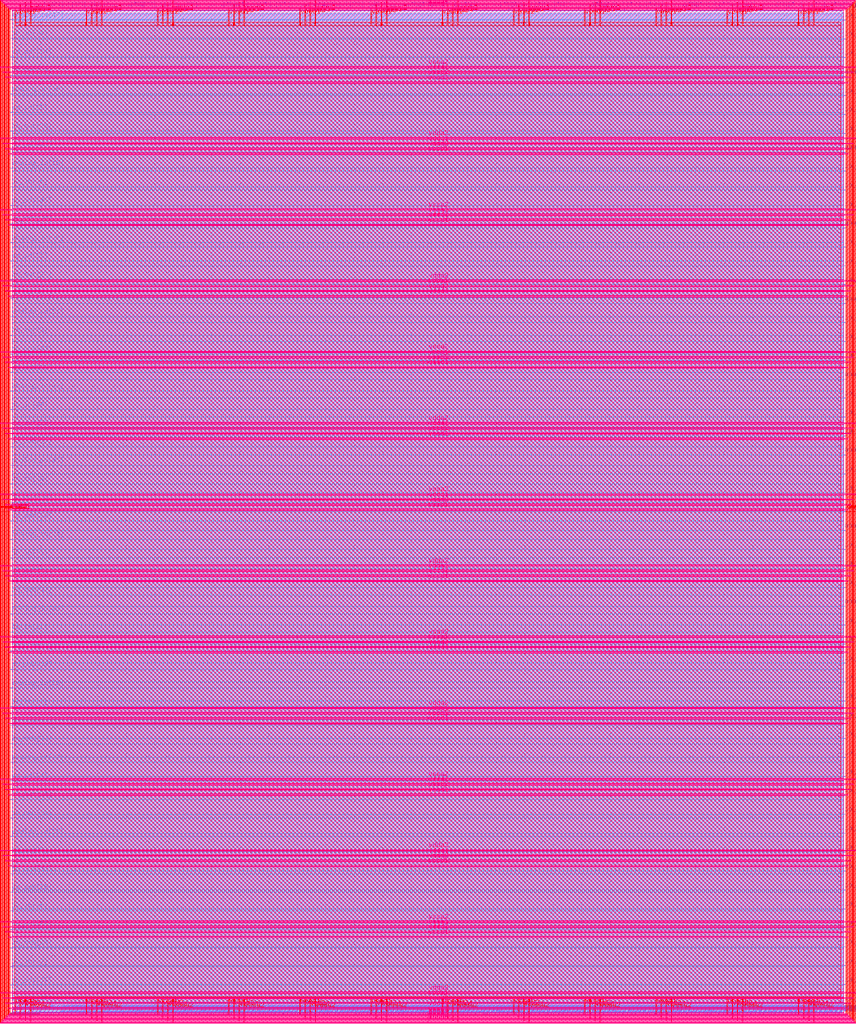
<source format=lef>
VERSION 5.7 ;
  NOWIREEXTENSIONATPIN ON ;
  DIVIDERCHAR "/" ;
  BUSBITCHARS "[]" ;
MACRO user_project_wrapper
  CLASS BLOCK ;
  FOREIGN user_project_wrapper ;
  ORIGIN 0.000 0.000 ;
  SIZE 2920.000 BY 3520.000 ;
  PIN analog_io[0]
    DIRECTION INOUT ;
    USE SIGNAL ;
    PORT
      LAYER met3 ;
        RECT 2917.600 1426.380 2924.800 1427.580 ;
    END
  END analog_io[0]
  PIN analog_io[10]
    DIRECTION INOUT ;
    USE SIGNAL ;
    PORT
      LAYER met2 ;
        RECT 2230.490 3517.600 2231.050 3524.800 ;
    END
  END analog_io[10]
  PIN analog_io[11]
    DIRECTION INOUT ;
    USE SIGNAL ;
    PORT
      LAYER met2 ;
        RECT 1905.730 3517.600 1906.290 3524.800 ;
    END
  END analog_io[11]
  PIN analog_io[12]
    DIRECTION INOUT ;
    USE SIGNAL ;
    PORT
      LAYER met2 ;
        RECT 1581.430 3517.600 1581.990 3524.800 ;
    END
  END analog_io[12]
  PIN analog_io[13]
    DIRECTION INOUT ;
    USE SIGNAL ;
    PORT
      LAYER met2 ;
        RECT 1257.130 3517.600 1257.690 3524.800 ;
    END
  END analog_io[13]
  PIN analog_io[14]
    DIRECTION INOUT ;
    USE SIGNAL ;
    PORT
      LAYER met2 ;
        RECT 932.370 3517.600 932.930 3524.800 ;
    END
  END analog_io[14]
  PIN analog_io[15]
    DIRECTION INOUT ;
    USE SIGNAL ;
    PORT
      LAYER met2 ;
        RECT 608.070 3517.600 608.630 3524.800 ;
    END
  END analog_io[15]
  PIN analog_io[16]
    DIRECTION INOUT ;
    USE SIGNAL ;
    PORT
      LAYER met2 ;
        RECT 283.770 3517.600 284.330 3524.800 ;
    END
  END analog_io[16]
  PIN analog_io[17]
    DIRECTION INOUT ;
    USE SIGNAL ;
    PORT
      LAYER met3 ;
        RECT -4.800 3486.100 2.400 3487.300 ;
    END
  END analog_io[17]
  PIN analog_io[18]
    DIRECTION INOUT ;
    USE SIGNAL ;
    PORT
      LAYER met3 ;
        RECT -4.800 3224.980 2.400 3226.180 ;
    END
  END analog_io[18]
  PIN analog_io[19]
    DIRECTION INOUT ;
    USE SIGNAL ;
    PORT
      LAYER met3 ;
        RECT -4.800 2964.540 2.400 2965.740 ;
    END
  END analog_io[19]
  PIN analog_io[1]
    DIRECTION INOUT ;
    USE SIGNAL ;
    PORT
      LAYER met3 ;
        RECT 2917.600 1692.260 2924.800 1693.460 ;
    END
  END analog_io[1]
  PIN analog_io[20]
    DIRECTION INOUT ;
    USE SIGNAL ;
    PORT
      LAYER met3 ;
        RECT -4.800 2703.420 2.400 2704.620 ;
    END
  END analog_io[20]
  PIN analog_io[21]
    DIRECTION INOUT ;
    USE SIGNAL ;
    PORT
      LAYER met3 ;
        RECT -4.800 2442.980 2.400 2444.180 ;
    END
  END analog_io[21]
  PIN analog_io[22]
    DIRECTION INOUT ;
    USE SIGNAL ;
    PORT
      LAYER met3 ;
        RECT -4.800 2182.540 2.400 2183.740 ;
    END
  END analog_io[22]
  PIN analog_io[23]
    DIRECTION INOUT ;
    USE SIGNAL ;
    PORT
      LAYER met3 ;
        RECT -4.800 1921.420 2.400 1922.620 ;
    END
  END analog_io[23]
  PIN analog_io[24]
    DIRECTION INOUT ;
    USE SIGNAL ;
    PORT
      LAYER met3 ;
        RECT -4.800 1660.980 2.400 1662.180 ;
    END
  END analog_io[24]
  PIN analog_io[25]
    DIRECTION INOUT ;
    USE SIGNAL ;
    PORT
      LAYER met3 ;
        RECT -4.800 1399.860 2.400 1401.060 ;
    END
  END analog_io[25]
  PIN analog_io[26]
    DIRECTION INOUT ;
    USE SIGNAL ;
    PORT
      LAYER met3 ;
        RECT -4.800 1139.420 2.400 1140.620 ;
    END
  END analog_io[26]
  PIN analog_io[27]
    DIRECTION INOUT ;
    USE SIGNAL ;
    PORT
      LAYER met3 ;
        RECT -4.800 878.980 2.400 880.180 ;
    END
  END analog_io[27]
  PIN analog_io[28]
    DIRECTION INOUT ;
    USE SIGNAL ;
    PORT
      LAYER met3 ;
        RECT -4.800 617.860 2.400 619.060 ;
    END
  END analog_io[28]
  PIN analog_io[2]
    DIRECTION INOUT ;
    USE SIGNAL ;
    PORT
      LAYER met3 ;
        RECT 2917.600 1958.140 2924.800 1959.340 ;
    END
  END analog_io[2]
  PIN analog_io[3]
    DIRECTION INOUT ;
    USE SIGNAL ;
    PORT
      LAYER met3 ;
        RECT 2917.600 2223.340 2924.800 2224.540 ;
    END
  END analog_io[3]
  PIN analog_io[4]
    DIRECTION INOUT ;
    USE SIGNAL ;
    PORT
      LAYER met3 ;
        RECT 2917.600 2489.220 2924.800 2490.420 ;
    END
  END analog_io[4]
  PIN analog_io[5]
    DIRECTION INOUT ;
    USE SIGNAL ;
    PORT
      LAYER met3 ;
        RECT 2917.600 2755.100 2924.800 2756.300 ;
    END
  END analog_io[5]
  PIN analog_io[6]
    DIRECTION INOUT ;
    USE SIGNAL ;
    PORT
      LAYER met3 ;
        RECT 2917.600 3020.300 2924.800 3021.500 ;
    END
  END analog_io[6]
  PIN analog_io[7]
    DIRECTION INOUT ;
    USE SIGNAL ;
    PORT
      LAYER met3 ;
        RECT 2917.600 3286.180 2924.800 3287.380 ;
    END
  END analog_io[7]
  PIN analog_io[8]
    DIRECTION INOUT ;
    USE SIGNAL ;
    PORT
      LAYER met2 ;
        RECT 2879.090 3517.600 2879.650 3524.800 ;
    END
  END analog_io[8]
  PIN analog_io[9]
    DIRECTION INOUT ;
    USE SIGNAL ;
    PORT
      LAYER met2 ;
        RECT 2554.790 3517.600 2555.350 3524.800 ;
    END
  END analog_io[9]
  PIN io_in[0]
    DIRECTION INPUT ;
    USE SIGNAL ;
    PORT
      LAYER met3 ;
        RECT 2917.600 32.380 2924.800 33.580 ;
    END
  END io_in[0]
  PIN io_in[10]
    DIRECTION INPUT ;
    USE SIGNAL ;
    PORT
      LAYER met3 ;
        RECT 2917.600 2289.980 2924.800 2291.180 ;
    END
  END io_in[10]
  PIN io_in[11]
    DIRECTION INPUT ;
    USE SIGNAL ;
    PORT
      LAYER met3 ;
        RECT 2917.600 2555.860 2924.800 2557.060 ;
    END
  END io_in[11]
  PIN io_in[12]
    DIRECTION INPUT ;
    USE SIGNAL ;
    PORT
      LAYER met3 ;
        RECT 2917.600 2821.060 2924.800 2822.260 ;
    END
  END io_in[12]
  PIN io_in[13]
    DIRECTION INPUT ;
    USE SIGNAL ;
    PORT
      LAYER met3 ;
        RECT 2917.600 3086.940 2924.800 3088.140 ;
    END
  END io_in[13]
  PIN io_in[14]
    DIRECTION INPUT ;
    USE SIGNAL ;
    PORT
      LAYER met3 ;
        RECT 2917.600 3352.820 2924.800 3354.020 ;
    END
  END io_in[14]
  PIN io_in[15]
    DIRECTION INPUT ;
    USE SIGNAL ;
    PORT
      LAYER met2 ;
        RECT 2798.130 3517.600 2798.690 3524.800 ;
    END
  END io_in[15]
  PIN io_in[16]
    DIRECTION INPUT ;
    USE SIGNAL ;
    PORT
      LAYER met2 ;
        RECT 2473.830 3517.600 2474.390 3524.800 ;
    END
  END io_in[16]
  PIN io_in[17]
    DIRECTION INPUT ;
    USE SIGNAL ;
    PORT
      LAYER met2 ;
        RECT 2149.070 3517.600 2149.630 3524.800 ;
    END
  END io_in[17]
  PIN io_in[18]
    DIRECTION INPUT ;
    USE SIGNAL ;
    PORT
      LAYER met2 ;
        RECT 1824.770 3517.600 1825.330 3524.800 ;
    END
  END io_in[18]
  PIN io_in[19]
    DIRECTION INPUT ;
    USE SIGNAL ;
    PORT
      LAYER met2 ;
        RECT 1500.470 3517.600 1501.030 3524.800 ;
    END
  END io_in[19]
  PIN io_in[1]
    DIRECTION INPUT ;
    USE SIGNAL ;
    PORT
      LAYER met3 ;
        RECT 2917.600 230.940 2924.800 232.140 ;
    END
  END io_in[1]
  PIN io_in[20]
    DIRECTION INPUT ;
    USE SIGNAL ;
    PORT
      LAYER met2 ;
        RECT 1175.710 3517.600 1176.270 3524.800 ;
    END
  END io_in[20]
  PIN io_in[21]
    DIRECTION INPUT ;
    USE SIGNAL ;
    PORT
      LAYER met2 ;
        RECT 851.410 3517.600 851.970 3524.800 ;
    END
  END io_in[21]
  PIN io_in[22]
    DIRECTION INPUT ;
    USE SIGNAL ;
    PORT
      LAYER met2 ;
        RECT 527.110 3517.600 527.670 3524.800 ;
    END
  END io_in[22]
  PIN io_in[23]
    DIRECTION INPUT ;
    USE SIGNAL ;
    PORT
      LAYER met2 ;
        RECT 202.350 3517.600 202.910 3524.800 ;
    END
  END io_in[23]
  PIN io_in[24]
    DIRECTION INPUT ;
    USE SIGNAL ;
    PORT
      LAYER met3 ;
        RECT -4.800 3420.820 2.400 3422.020 ;
    END
  END io_in[24]
  PIN io_in[25]
    DIRECTION INPUT ;
    USE SIGNAL ;
    PORT
      LAYER met3 ;
        RECT -4.800 3159.700 2.400 3160.900 ;
    END
  END io_in[25]
  PIN io_in[26]
    DIRECTION INPUT ;
    USE SIGNAL ;
    PORT
      LAYER met3 ;
        RECT -4.800 2899.260 2.400 2900.460 ;
    END
  END io_in[26]
  PIN io_in[27]
    DIRECTION INPUT ;
    USE SIGNAL ;
    PORT
      LAYER met3 ;
        RECT -4.800 2638.820 2.400 2640.020 ;
    END
  END io_in[27]
  PIN io_in[28]
    DIRECTION INPUT ;
    USE SIGNAL ;
    PORT
      LAYER met3 ;
        RECT -4.800 2377.700 2.400 2378.900 ;
    END
  END io_in[28]
  PIN io_in[29]
    DIRECTION INPUT ;
    USE SIGNAL ;
    PORT
      LAYER met3 ;
        RECT -4.800 2117.260 2.400 2118.460 ;
    END
  END io_in[29]
  PIN io_in[2]
    DIRECTION INPUT ;
    USE SIGNAL ;
    PORT
      LAYER met3 ;
        RECT 2917.600 430.180 2924.800 431.380 ;
    END
  END io_in[2]
  PIN io_in[30]
    DIRECTION INPUT ;
    USE SIGNAL ;
    PORT
      LAYER met3 ;
        RECT -4.800 1856.140 2.400 1857.340 ;
    END
  END io_in[30]
  PIN io_in[31]
    DIRECTION INPUT ;
    USE SIGNAL ;
    PORT
      LAYER met3 ;
        RECT -4.800 1595.700 2.400 1596.900 ;
    END
  END io_in[31]
  PIN io_in[32]
    DIRECTION INPUT ;
    USE SIGNAL ;
    PORT
      LAYER met3 ;
        RECT -4.800 1335.260 2.400 1336.460 ;
    END
  END io_in[32]
  PIN io_in[33]
    DIRECTION INPUT ;
    USE SIGNAL ;
    PORT
      LAYER met3 ;
        RECT -4.800 1074.140 2.400 1075.340 ;
    END
  END io_in[33]
  PIN io_in[34]
    DIRECTION INPUT ;
    USE SIGNAL ;
    PORT
      LAYER met3 ;
        RECT -4.800 813.700 2.400 814.900 ;
    END
  END io_in[34]
  PIN io_in[35]
    DIRECTION INPUT ;
    USE SIGNAL ;
    PORT
      LAYER met3 ;
        RECT -4.800 552.580 2.400 553.780 ;
    END
  END io_in[35]
  PIN io_in[36]
    DIRECTION INPUT ;
    USE SIGNAL ;
    PORT
      LAYER met3 ;
        RECT -4.800 357.420 2.400 358.620 ;
    END
  END io_in[36]
  PIN io_in[37]
    DIRECTION INPUT ;
    USE SIGNAL ;
    PORT
      LAYER met3 ;
        RECT -4.800 161.580 2.400 162.780 ;
    END
  END io_in[37]
  PIN io_in[3]
    DIRECTION INPUT ;
    USE SIGNAL ;
    PORT
      LAYER met3 ;
        RECT 2917.600 629.420 2924.800 630.620 ;
    END
  END io_in[3]
  PIN io_in[4]
    DIRECTION INPUT ;
    USE SIGNAL ;
    PORT
      LAYER met3 ;
        RECT 2917.600 828.660 2924.800 829.860 ;
    END
  END io_in[4]
  PIN io_in[5]
    DIRECTION INPUT ;
    USE SIGNAL ;
    PORT
      LAYER met3 ;
        RECT 2917.600 1027.900 2924.800 1029.100 ;
    END
  END io_in[5]
  PIN io_in[6]
    DIRECTION INPUT ;
    USE SIGNAL ;
    PORT
      LAYER met3 ;
        RECT 2917.600 1227.140 2924.800 1228.340 ;
    END
  END io_in[6]
  PIN io_in[7]
    DIRECTION INPUT ;
    USE SIGNAL ;
    PORT
      LAYER met3 ;
        RECT 2917.600 1493.020 2924.800 1494.220 ;
    END
  END io_in[7]
  PIN io_in[8]
    DIRECTION INPUT ;
    USE SIGNAL ;
    PORT
      LAYER met3 ;
        RECT 2917.600 1758.900 2924.800 1760.100 ;
    END
  END io_in[8]
  PIN io_in[9]
    DIRECTION INPUT ;
    USE SIGNAL ;
    PORT
      LAYER met3 ;
        RECT 2917.600 2024.100 2924.800 2025.300 ;
    END
  END io_in[9]
  PIN io_oeb[0]
    DIRECTION OUTPUT TRISTATE ;
    USE SIGNAL ;
    PORT
      LAYER met3 ;
        RECT 2917.600 164.980 2924.800 166.180 ;
    END
  END io_oeb[0]
  PIN io_oeb[10]
    DIRECTION OUTPUT TRISTATE ;
    USE SIGNAL ;
    PORT
      LAYER met3 ;
        RECT 2917.600 2422.580 2924.800 2423.780 ;
    END
  END io_oeb[10]
  PIN io_oeb[11]
    DIRECTION OUTPUT TRISTATE ;
    USE SIGNAL ;
    PORT
      LAYER met3 ;
        RECT 2917.600 2688.460 2924.800 2689.660 ;
    END
  END io_oeb[11]
  PIN io_oeb[12]
    DIRECTION OUTPUT TRISTATE ;
    USE SIGNAL ;
    PORT
      LAYER met3 ;
        RECT 2917.600 2954.340 2924.800 2955.540 ;
    END
  END io_oeb[12]
  PIN io_oeb[13]
    DIRECTION OUTPUT TRISTATE ;
    USE SIGNAL ;
    PORT
      LAYER met3 ;
        RECT 2917.600 3219.540 2924.800 3220.740 ;
    END
  END io_oeb[13]
  PIN io_oeb[14]
    DIRECTION OUTPUT TRISTATE ;
    USE SIGNAL ;
    PORT
      LAYER met3 ;
        RECT 2917.600 3485.420 2924.800 3486.620 ;
    END
  END io_oeb[14]
  PIN io_oeb[15]
    DIRECTION OUTPUT TRISTATE ;
    USE SIGNAL ;
    PORT
      LAYER met2 ;
        RECT 2635.750 3517.600 2636.310 3524.800 ;
    END
  END io_oeb[15]
  PIN io_oeb[16]
    DIRECTION OUTPUT TRISTATE ;
    USE SIGNAL ;
    PORT
      LAYER met2 ;
        RECT 2311.450 3517.600 2312.010 3524.800 ;
    END
  END io_oeb[16]
  PIN io_oeb[17]
    DIRECTION OUTPUT TRISTATE ;
    USE SIGNAL ;
    PORT
      LAYER met2 ;
        RECT 1987.150 3517.600 1987.710 3524.800 ;
    END
  END io_oeb[17]
  PIN io_oeb[18]
    DIRECTION OUTPUT TRISTATE ;
    USE SIGNAL ;
    PORT
      LAYER met2 ;
        RECT 1662.390 3517.600 1662.950 3524.800 ;
    END
  END io_oeb[18]
  PIN io_oeb[19]
    DIRECTION OUTPUT TRISTATE ;
    USE SIGNAL ;
    PORT
      LAYER met2 ;
        RECT 1338.090 3517.600 1338.650 3524.800 ;
    END
  END io_oeb[19]
  PIN io_oeb[1]
    DIRECTION OUTPUT TRISTATE ;
    USE SIGNAL ;
    PORT
      LAYER met3 ;
        RECT 2917.600 364.220 2924.800 365.420 ;
    END
  END io_oeb[1]
  PIN io_oeb[20]
    DIRECTION OUTPUT TRISTATE ;
    USE SIGNAL ;
    PORT
      LAYER met2 ;
        RECT 1013.790 3517.600 1014.350 3524.800 ;
    END
  END io_oeb[20]
  PIN io_oeb[21]
    DIRECTION OUTPUT TRISTATE ;
    USE SIGNAL ;
    PORT
      LAYER met2 ;
        RECT 689.030 3517.600 689.590 3524.800 ;
    END
  END io_oeb[21]
  PIN io_oeb[22]
    DIRECTION OUTPUT TRISTATE ;
    USE SIGNAL ;
    PORT
      LAYER met2 ;
        RECT 364.730 3517.600 365.290 3524.800 ;
    END
  END io_oeb[22]
  PIN io_oeb[23]
    DIRECTION OUTPUT TRISTATE ;
    USE SIGNAL ;
    PORT
      LAYER met2 ;
        RECT 40.430 3517.600 40.990 3524.800 ;
    END
  END io_oeb[23]
  PIN io_oeb[24]
    DIRECTION OUTPUT TRISTATE ;
    USE SIGNAL ;
    PORT
      LAYER met3 ;
        RECT -4.800 3290.260 2.400 3291.460 ;
    END
  END io_oeb[24]
  PIN io_oeb[25]
    DIRECTION OUTPUT TRISTATE ;
    USE SIGNAL ;
    PORT
      LAYER met3 ;
        RECT -4.800 3029.820 2.400 3031.020 ;
    END
  END io_oeb[25]
  PIN io_oeb[26]
    DIRECTION OUTPUT TRISTATE ;
    USE SIGNAL ;
    PORT
      LAYER met3 ;
        RECT -4.800 2768.700 2.400 2769.900 ;
    END
  END io_oeb[26]
  PIN io_oeb[27]
    DIRECTION OUTPUT TRISTATE ;
    USE SIGNAL ;
    PORT
      LAYER met3 ;
        RECT -4.800 2508.260 2.400 2509.460 ;
    END
  END io_oeb[27]
  PIN io_oeb[28]
    DIRECTION OUTPUT TRISTATE ;
    USE SIGNAL ;
    PORT
      LAYER met3 ;
        RECT -4.800 2247.140 2.400 2248.340 ;
    END
  END io_oeb[28]
  PIN io_oeb[29]
    DIRECTION OUTPUT TRISTATE ;
    USE SIGNAL ;
    PORT
      LAYER met3 ;
        RECT -4.800 1986.700 2.400 1987.900 ;
    END
  END io_oeb[29]
  PIN io_oeb[2]
    DIRECTION OUTPUT TRISTATE ;
    USE SIGNAL ;
    PORT
      LAYER met3 ;
        RECT 2917.600 563.460 2924.800 564.660 ;
    END
  END io_oeb[2]
  PIN io_oeb[30]
    DIRECTION OUTPUT TRISTATE ;
    USE SIGNAL ;
    PORT
      LAYER met3 ;
        RECT -4.800 1726.260 2.400 1727.460 ;
    END
  END io_oeb[30]
  PIN io_oeb[31]
    DIRECTION OUTPUT TRISTATE ;
    USE SIGNAL ;
    PORT
      LAYER met3 ;
        RECT -4.800 1465.140 2.400 1466.340 ;
    END
  END io_oeb[31]
  PIN io_oeb[32]
    DIRECTION OUTPUT TRISTATE ;
    USE SIGNAL ;
    PORT
      LAYER met3 ;
        RECT -4.800 1204.700 2.400 1205.900 ;
    END
  END io_oeb[32]
  PIN io_oeb[33]
    DIRECTION OUTPUT TRISTATE ;
    USE SIGNAL ;
    PORT
      LAYER met3 ;
        RECT -4.800 943.580 2.400 944.780 ;
    END
  END io_oeb[33]
  PIN io_oeb[34]
    DIRECTION OUTPUT TRISTATE ;
    USE SIGNAL ;
    PORT
      LAYER met3 ;
        RECT -4.800 683.140 2.400 684.340 ;
    END
  END io_oeb[34]
  PIN io_oeb[35]
    DIRECTION OUTPUT TRISTATE ;
    USE SIGNAL ;
    PORT
      LAYER met3 ;
        RECT -4.800 422.700 2.400 423.900 ;
    END
  END io_oeb[35]
  PIN io_oeb[36]
    DIRECTION OUTPUT TRISTATE ;
    USE SIGNAL ;
    PORT
      LAYER met3 ;
        RECT -4.800 226.860 2.400 228.060 ;
    END
  END io_oeb[36]
  PIN io_oeb[37]
    DIRECTION OUTPUT TRISTATE ;
    USE SIGNAL ;
    PORT
      LAYER met3 ;
        RECT -4.800 31.700 2.400 32.900 ;
    END
  END io_oeb[37]
  PIN io_oeb[3]
    DIRECTION OUTPUT TRISTATE ;
    USE SIGNAL ;
    PORT
      LAYER met3 ;
        RECT 2917.600 762.700 2924.800 763.900 ;
    END
  END io_oeb[3]
  PIN io_oeb[4]
    DIRECTION OUTPUT TRISTATE ;
    USE SIGNAL ;
    PORT
      LAYER met3 ;
        RECT 2917.600 961.940 2924.800 963.140 ;
    END
  END io_oeb[4]
  PIN io_oeb[5]
    DIRECTION OUTPUT TRISTATE ;
    USE SIGNAL ;
    PORT
      LAYER met3 ;
        RECT 2917.600 1161.180 2924.800 1162.380 ;
    END
  END io_oeb[5]
  PIN io_oeb[6]
    DIRECTION OUTPUT TRISTATE ;
    USE SIGNAL ;
    PORT
      LAYER met3 ;
        RECT 2917.600 1360.420 2924.800 1361.620 ;
    END
  END io_oeb[6]
  PIN io_oeb[7]
    DIRECTION OUTPUT TRISTATE ;
    USE SIGNAL ;
    PORT
      LAYER met3 ;
        RECT 2917.600 1625.620 2924.800 1626.820 ;
    END
  END io_oeb[7]
  PIN io_oeb[8]
    DIRECTION OUTPUT TRISTATE ;
    USE SIGNAL ;
    PORT
      LAYER met3 ;
        RECT 2917.600 1891.500 2924.800 1892.700 ;
    END
  END io_oeb[8]
  PIN io_oeb[9]
    DIRECTION OUTPUT TRISTATE ;
    USE SIGNAL ;
    PORT
      LAYER met3 ;
        RECT 2917.600 2157.380 2924.800 2158.580 ;
    END
  END io_oeb[9]
  PIN io_out[0]
    DIRECTION OUTPUT TRISTATE ;
    USE SIGNAL ;
    PORT
      LAYER met3 ;
        RECT 2917.600 98.340 2924.800 99.540 ;
    END
  END io_out[0]
  PIN io_out[10]
    DIRECTION OUTPUT TRISTATE ;
    USE SIGNAL ;
    PORT
      LAYER met3 ;
        RECT 2917.600 2356.620 2924.800 2357.820 ;
    END
  END io_out[10]
  PIN io_out[11]
    DIRECTION OUTPUT TRISTATE ;
    USE SIGNAL ;
    PORT
      LAYER met3 ;
        RECT 2917.600 2621.820 2924.800 2623.020 ;
    END
  END io_out[11]
  PIN io_out[12]
    DIRECTION OUTPUT TRISTATE ;
    USE SIGNAL ;
    PORT
      LAYER met3 ;
        RECT 2917.600 2887.700 2924.800 2888.900 ;
    END
  END io_out[12]
  PIN io_out[13]
    DIRECTION OUTPUT TRISTATE ;
    USE SIGNAL ;
    PORT
      LAYER met3 ;
        RECT 2917.600 3153.580 2924.800 3154.780 ;
    END
  END io_out[13]
  PIN io_out[14]
    DIRECTION OUTPUT TRISTATE ;
    USE SIGNAL ;
    PORT
      LAYER met3 ;
        RECT 2917.600 3418.780 2924.800 3419.980 ;
    END
  END io_out[14]
  PIN io_out[15]
    DIRECTION OUTPUT TRISTATE ;
    USE SIGNAL ;
    PORT
      LAYER met2 ;
        RECT 2717.170 3517.600 2717.730 3524.800 ;
    END
  END io_out[15]
  PIN io_out[16]
    DIRECTION OUTPUT TRISTATE ;
    USE SIGNAL ;
    PORT
      LAYER met2 ;
        RECT 2392.410 3517.600 2392.970 3524.800 ;
    END
  END io_out[16]
  PIN io_out[17]
    DIRECTION OUTPUT TRISTATE ;
    USE SIGNAL ;
    PORT
      LAYER met2 ;
        RECT 2068.110 3517.600 2068.670 3524.800 ;
    END
  END io_out[17]
  PIN io_out[18]
    DIRECTION OUTPUT TRISTATE ;
    USE SIGNAL ;
    PORT
      LAYER met2 ;
        RECT 1743.810 3517.600 1744.370 3524.800 ;
    END
  END io_out[18]
  PIN io_out[19]
    DIRECTION OUTPUT TRISTATE ;
    USE SIGNAL ;
    PORT
      LAYER met2 ;
        RECT 1419.050 3517.600 1419.610 3524.800 ;
    END
  END io_out[19]
  PIN io_out[1]
    DIRECTION OUTPUT TRISTATE ;
    USE SIGNAL ;
    PORT
      LAYER met3 ;
        RECT 2917.600 297.580 2924.800 298.780 ;
    END
  END io_out[1]
  PIN io_out[20]
    DIRECTION OUTPUT TRISTATE ;
    USE SIGNAL ;
    PORT
      LAYER met2 ;
        RECT 1094.750 3517.600 1095.310 3524.800 ;
    END
  END io_out[20]
  PIN io_out[21]
    DIRECTION OUTPUT TRISTATE ;
    USE SIGNAL ;
    PORT
      LAYER met2 ;
        RECT 770.450 3517.600 771.010 3524.800 ;
    END
  END io_out[21]
  PIN io_out[22]
    DIRECTION OUTPUT TRISTATE ;
    USE SIGNAL ;
    PORT
      LAYER met2 ;
        RECT 445.690 3517.600 446.250 3524.800 ;
    END
  END io_out[22]
  PIN io_out[23]
    DIRECTION OUTPUT TRISTATE ;
    USE SIGNAL ;
    PORT
      LAYER met2 ;
        RECT 121.390 3517.600 121.950 3524.800 ;
    END
  END io_out[23]
  PIN io_out[24]
    DIRECTION OUTPUT TRISTATE ;
    USE SIGNAL ;
    PORT
      LAYER met3 ;
        RECT -4.800 3355.540 2.400 3356.740 ;
    END
  END io_out[24]
  PIN io_out[25]
    DIRECTION OUTPUT TRISTATE ;
    USE SIGNAL ;
    PORT
      LAYER met3 ;
        RECT -4.800 3095.100 2.400 3096.300 ;
    END
  END io_out[25]
  PIN io_out[26]
    DIRECTION OUTPUT TRISTATE ;
    USE SIGNAL ;
    PORT
      LAYER met3 ;
        RECT -4.800 2833.980 2.400 2835.180 ;
    END
  END io_out[26]
  PIN io_out[27]
    DIRECTION OUTPUT TRISTATE ;
    USE SIGNAL ;
    PORT
      LAYER met3 ;
        RECT -4.800 2573.540 2.400 2574.740 ;
    END
  END io_out[27]
  PIN io_out[28]
    DIRECTION OUTPUT TRISTATE ;
    USE SIGNAL ;
    PORT
      LAYER met3 ;
        RECT -4.800 2312.420 2.400 2313.620 ;
    END
  END io_out[28]
  PIN io_out[29]
    DIRECTION OUTPUT TRISTATE ;
    USE SIGNAL ;
    PORT
      LAYER met3 ;
        RECT -4.800 2051.980 2.400 2053.180 ;
    END
  END io_out[29]
  PIN io_out[2]
    DIRECTION OUTPUT TRISTATE ;
    USE SIGNAL ;
    PORT
      LAYER met3 ;
        RECT 2917.600 496.820 2924.800 498.020 ;
    END
  END io_out[2]
  PIN io_out[30]
    DIRECTION OUTPUT TRISTATE ;
    USE SIGNAL ;
    PORT
      LAYER met3 ;
        RECT -4.800 1791.540 2.400 1792.740 ;
    END
  END io_out[30]
  PIN io_out[31]
    DIRECTION OUTPUT TRISTATE ;
    USE SIGNAL ;
    PORT
      LAYER met3 ;
        RECT -4.800 1530.420 2.400 1531.620 ;
    END
  END io_out[31]
  PIN io_out[32]
    DIRECTION OUTPUT TRISTATE ;
    USE SIGNAL ;
    PORT
      LAYER met3 ;
        RECT -4.800 1269.980 2.400 1271.180 ;
    END
  END io_out[32]
  PIN io_out[33]
    DIRECTION OUTPUT TRISTATE ;
    USE SIGNAL ;
    PORT
      LAYER met3 ;
        RECT -4.800 1008.860 2.400 1010.060 ;
    END
  END io_out[33]
  PIN io_out[34]
    DIRECTION OUTPUT TRISTATE ;
    USE SIGNAL ;
    PORT
      LAYER met3 ;
        RECT -4.800 748.420 2.400 749.620 ;
    END
  END io_out[34]
  PIN io_out[35]
    DIRECTION OUTPUT TRISTATE ;
    USE SIGNAL ;
    PORT
      LAYER met3 ;
        RECT -4.800 487.300 2.400 488.500 ;
    END
  END io_out[35]
  PIN io_out[36]
    DIRECTION OUTPUT TRISTATE ;
    USE SIGNAL ;
    PORT
      LAYER met3 ;
        RECT -4.800 292.140 2.400 293.340 ;
    END
  END io_out[36]
  PIN io_out[37]
    DIRECTION OUTPUT TRISTATE ;
    USE SIGNAL ;
    PORT
      LAYER met3 ;
        RECT -4.800 96.300 2.400 97.500 ;
    END
  END io_out[37]
  PIN io_out[3]
    DIRECTION OUTPUT TRISTATE ;
    USE SIGNAL ;
    PORT
      LAYER met3 ;
        RECT 2917.600 696.060 2924.800 697.260 ;
    END
  END io_out[3]
  PIN io_out[4]
    DIRECTION OUTPUT TRISTATE ;
    USE SIGNAL ;
    PORT
      LAYER met3 ;
        RECT 2917.600 895.300 2924.800 896.500 ;
    END
  END io_out[4]
  PIN io_out[5]
    DIRECTION OUTPUT TRISTATE ;
    USE SIGNAL ;
    PORT
      LAYER met3 ;
        RECT 2917.600 1094.540 2924.800 1095.740 ;
    END
  END io_out[5]
  PIN io_out[6]
    DIRECTION OUTPUT TRISTATE ;
    USE SIGNAL ;
    PORT
      LAYER met3 ;
        RECT 2917.600 1293.780 2924.800 1294.980 ;
    END
  END io_out[6]
  PIN io_out[7]
    DIRECTION OUTPUT TRISTATE ;
    USE SIGNAL ;
    PORT
      LAYER met3 ;
        RECT 2917.600 1559.660 2924.800 1560.860 ;
    END
  END io_out[7]
  PIN io_out[8]
    DIRECTION OUTPUT TRISTATE ;
    USE SIGNAL ;
    PORT
      LAYER met3 ;
        RECT 2917.600 1824.860 2924.800 1826.060 ;
    END
  END io_out[8]
  PIN io_out[9]
    DIRECTION OUTPUT TRISTATE ;
    USE SIGNAL ;
    PORT
      LAYER met3 ;
        RECT 2917.600 2090.740 2924.800 2091.940 ;
    END
  END io_out[9]
  PIN la_data_in[0]
    DIRECTION INPUT ;
    USE SIGNAL ;
    PORT
      LAYER met2 ;
        RECT 629.230 -4.800 629.790 2.400 ;
    END
  END la_data_in[0]
  PIN la_data_in[100]
    DIRECTION INPUT ;
    USE SIGNAL ;
    PORT
      LAYER met2 ;
        RECT 2402.530 -4.800 2403.090 2.400 ;
    END
  END la_data_in[100]
  PIN la_data_in[101]
    DIRECTION INPUT ;
    USE SIGNAL ;
    PORT
      LAYER met2 ;
        RECT 2420.010 -4.800 2420.570 2.400 ;
    END
  END la_data_in[101]
  PIN la_data_in[102]
    DIRECTION INPUT ;
    USE SIGNAL ;
    PORT
      LAYER met2 ;
        RECT 2437.950 -4.800 2438.510 2.400 ;
    END
  END la_data_in[102]
  PIN la_data_in[103]
    DIRECTION INPUT ;
    USE SIGNAL ;
    PORT
      LAYER met2 ;
        RECT 2455.430 -4.800 2455.990 2.400 ;
    END
  END la_data_in[103]
  PIN la_data_in[104]
    DIRECTION INPUT ;
    USE SIGNAL ;
    PORT
      LAYER met2 ;
        RECT 2473.370 -4.800 2473.930 2.400 ;
    END
  END la_data_in[104]
  PIN la_data_in[105]
    DIRECTION INPUT ;
    USE SIGNAL ;
    PORT
      LAYER met2 ;
        RECT 2490.850 -4.800 2491.410 2.400 ;
    END
  END la_data_in[105]
  PIN la_data_in[106]
    DIRECTION INPUT ;
    USE SIGNAL ;
    PORT
      LAYER met2 ;
        RECT 2508.790 -4.800 2509.350 2.400 ;
    END
  END la_data_in[106]
  PIN la_data_in[107]
    DIRECTION INPUT ;
    USE SIGNAL ;
    PORT
      LAYER met2 ;
        RECT 2526.730 -4.800 2527.290 2.400 ;
    END
  END la_data_in[107]
  PIN la_data_in[108]
    DIRECTION INPUT ;
    USE SIGNAL ;
    PORT
      LAYER met2 ;
        RECT 2544.210 -4.800 2544.770 2.400 ;
    END
  END la_data_in[108]
  PIN la_data_in[109]
    DIRECTION INPUT ;
    USE SIGNAL ;
    PORT
      LAYER met2 ;
        RECT 2562.150 -4.800 2562.710 2.400 ;
    END
  END la_data_in[109]
  PIN la_data_in[10]
    DIRECTION INPUT ;
    USE SIGNAL ;
    PORT
      LAYER met2 ;
        RECT 806.330 -4.800 806.890 2.400 ;
    END
  END la_data_in[10]
  PIN la_data_in[110]
    DIRECTION INPUT ;
    USE SIGNAL ;
    PORT
      LAYER met2 ;
        RECT 2579.630 -4.800 2580.190 2.400 ;
    END
  END la_data_in[110]
  PIN la_data_in[111]
    DIRECTION INPUT ;
    USE SIGNAL ;
    PORT
      LAYER met2 ;
        RECT 2597.570 -4.800 2598.130 2.400 ;
    END
  END la_data_in[111]
  PIN la_data_in[112]
    DIRECTION INPUT ;
    USE SIGNAL ;
    PORT
      LAYER met2 ;
        RECT 2615.050 -4.800 2615.610 2.400 ;
    END
  END la_data_in[112]
  PIN la_data_in[113]
    DIRECTION INPUT ;
    USE SIGNAL ;
    PORT
      LAYER met2 ;
        RECT 2632.990 -4.800 2633.550 2.400 ;
    END
  END la_data_in[113]
  PIN la_data_in[114]
    DIRECTION INPUT ;
    USE SIGNAL ;
    PORT
      LAYER met2 ;
        RECT 2650.470 -4.800 2651.030 2.400 ;
    END
  END la_data_in[114]
  PIN la_data_in[115]
    DIRECTION INPUT ;
    USE SIGNAL ;
    PORT
      LAYER met2 ;
        RECT 2668.410 -4.800 2668.970 2.400 ;
    END
  END la_data_in[115]
  PIN la_data_in[116]
    DIRECTION INPUT ;
    USE SIGNAL ;
    PORT
      LAYER met2 ;
        RECT 2685.890 -4.800 2686.450 2.400 ;
    END
  END la_data_in[116]
  PIN la_data_in[117]
    DIRECTION INPUT ;
    USE SIGNAL ;
    PORT
      LAYER met2 ;
        RECT 2703.830 -4.800 2704.390 2.400 ;
    END
  END la_data_in[117]
  PIN la_data_in[118]
    DIRECTION INPUT ;
    USE SIGNAL ;
    PORT
      LAYER met2 ;
        RECT 2721.770 -4.800 2722.330 2.400 ;
    END
  END la_data_in[118]
  PIN la_data_in[119]
    DIRECTION INPUT ;
    USE SIGNAL ;
    PORT
      LAYER met2 ;
        RECT 2739.250 -4.800 2739.810 2.400 ;
    END
  END la_data_in[119]
  PIN la_data_in[11]
    DIRECTION INPUT ;
    USE SIGNAL ;
    PORT
      LAYER met2 ;
        RECT 824.270 -4.800 824.830 2.400 ;
    END
  END la_data_in[11]
  PIN la_data_in[120]
    DIRECTION INPUT ;
    USE SIGNAL ;
    PORT
      LAYER met2 ;
        RECT 2757.190 -4.800 2757.750 2.400 ;
    END
  END la_data_in[120]
  PIN la_data_in[121]
    DIRECTION INPUT ;
    USE SIGNAL ;
    PORT
      LAYER met2 ;
        RECT 2774.670 -4.800 2775.230 2.400 ;
    END
  END la_data_in[121]
  PIN la_data_in[122]
    DIRECTION INPUT ;
    USE SIGNAL ;
    PORT
      LAYER met2 ;
        RECT 2792.610 -4.800 2793.170 2.400 ;
    END
  END la_data_in[122]
  PIN la_data_in[123]
    DIRECTION INPUT ;
    USE SIGNAL ;
    PORT
      LAYER met2 ;
        RECT 2810.090 -4.800 2810.650 2.400 ;
    END
  END la_data_in[123]
  PIN la_data_in[124]
    DIRECTION INPUT ;
    USE SIGNAL ;
    PORT
      LAYER met2 ;
        RECT 2828.030 -4.800 2828.590 2.400 ;
    END
  END la_data_in[124]
  PIN la_data_in[125]
    DIRECTION INPUT ;
    USE SIGNAL ;
    PORT
      LAYER met2 ;
        RECT 2845.510 -4.800 2846.070 2.400 ;
    END
  END la_data_in[125]
  PIN la_data_in[126]
    DIRECTION INPUT ;
    USE SIGNAL ;
    PORT
      LAYER met2 ;
        RECT 2863.450 -4.800 2864.010 2.400 ;
    END
  END la_data_in[126]
  PIN la_data_in[127]
    DIRECTION INPUT ;
    USE SIGNAL ;
    PORT
      LAYER met2 ;
        RECT 2881.390 -4.800 2881.950 2.400 ;
    END
  END la_data_in[127]
  PIN la_data_in[12]
    DIRECTION INPUT ;
    USE SIGNAL ;
    PORT
      LAYER met2 ;
        RECT 841.750 -4.800 842.310 2.400 ;
    END
  END la_data_in[12]
  PIN la_data_in[13]
    DIRECTION INPUT ;
    USE SIGNAL ;
    PORT
      LAYER met2 ;
        RECT 859.690 -4.800 860.250 2.400 ;
    END
  END la_data_in[13]
  PIN la_data_in[14]
    DIRECTION INPUT ;
    USE SIGNAL ;
    PORT
      LAYER met2 ;
        RECT 877.170 -4.800 877.730 2.400 ;
    END
  END la_data_in[14]
  PIN la_data_in[15]
    DIRECTION INPUT ;
    USE SIGNAL ;
    PORT
      LAYER met2 ;
        RECT 895.110 -4.800 895.670 2.400 ;
    END
  END la_data_in[15]
  PIN la_data_in[16]
    DIRECTION INPUT ;
    USE SIGNAL ;
    PORT
      LAYER met2 ;
        RECT 912.590 -4.800 913.150 2.400 ;
    END
  END la_data_in[16]
  PIN la_data_in[17]
    DIRECTION INPUT ;
    USE SIGNAL ;
    PORT
      LAYER met2 ;
        RECT 930.530 -4.800 931.090 2.400 ;
    END
  END la_data_in[17]
  PIN la_data_in[18]
    DIRECTION INPUT ;
    USE SIGNAL ;
    PORT
      LAYER met2 ;
        RECT 948.470 -4.800 949.030 2.400 ;
    END
  END la_data_in[18]
  PIN la_data_in[19]
    DIRECTION INPUT ;
    USE SIGNAL ;
    PORT
      LAYER met2 ;
        RECT 965.950 -4.800 966.510 2.400 ;
    END
  END la_data_in[19]
  PIN la_data_in[1]
    DIRECTION INPUT ;
    USE SIGNAL ;
    PORT
      LAYER met2 ;
        RECT 646.710 -4.800 647.270 2.400 ;
    END
  END la_data_in[1]
  PIN la_data_in[20]
    DIRECTION INPUT ;
    USE SIGNAL ;
    PORT
      LAYER met2 ;
        RECT 983.890 -4.800 984.450 2.400 ;
    END
  END la_data_in[20]
  PIN la_data_in[21]
    DIRECTION INPUT ;
    USE SIGNAL ;
    PORT
      LAYER met2 ;
        RECT 1001.370 -4.800 1001.930 2.400 ;
    END
  END la_data_in[21]
  PIN la_data_in[22]
    DIRECTION INPUT ;
    USE SIGNAL ;
    PORT
      LAYER met2 ;
        RECT 1019.310 -4.800 1019.870 2.400 ;
    END
  END la_data_in[22]
  PIN la_data_in[23]
    DIRECTION INPUT ;
    USE SIGNAL ;
    PORT
      LAYER met2 ;
        RECT 1036.790 -4.800 1037.350 2.400 ;
    END
  END la_data_in[23]
  PIN la_data_in[24]
    DIRECTION INPUT ;
    USE SIGNAL ;
    PORT
      LAYER met2 ;
        RECT 1054.730 -4.800 1055.290 2.400 ;
    END
  END la_data_in[24]
  PIN la_data_in[25]
    DIRECTION INPUT ;
    USE SIGNAL ;
    PORT
      LAYER met2 ;
        RECT 1072.210 -4.800 1072.770 2.400 ;
    END
  END la_data_in[25]
  PIN la_data_in[26]
    DIRECTION INPUT ;
    USE SIGNAL ;
    PORT
      LAYER met2 ;
        RECT 1090.150 -4.800 1090.710 2.400 ;
    END
  END la_data_in[26]
  PIN la_data_in[27]
    DIRECTION INPUT ;
    USE SIGNAL ;
    PORT
      LAYER met2 ;
        RECT 1107.630 -4.800 1108.190 2.400 ;
    END
  END la_data_in[27]
  PIN la_data_in[28]
    DIRECTION INPUT ;
    USE SIGNAL ;
    PORT
      LAYER met2 ;
        RECT 1125.570 -4.800 1126.130 2.400 ;
    END
  END la_data_in[28]
  PIN la_data_in[29]
    DIRECTION INPUT ;
    USE SIGNAL ;
    PORT
      LAYER met2 ;
        RECT 1143.510 -4.800 1144.070 2.400 ;
    END
  END la_data_in[29]
  PIN la_data_in[2]
    DIRECTION INPUT ;
    USE SIGNAL ;
    PORT
      LAYER met2 ;
        RECT 664.650 -4.800 665.210 2.400 ;
    END
  END la_data_in[2]
  PIN la_data_in[30]
    DIRECTION INPUT ;
    USE SIGNAL ;
    PORT
      LAYER met2 ;
        RECT 1160.990 -4.800 1161.550 2.400 ;
    END
  END la_data_in[30]
  PIN la_data_in[31]
    DIRECTION INPUT ;
    USE SIGNAL ;
    PORT
      LAYER met2 ;
        RECT 1178.930 -4.800 1179.490 2.400 ;
    END
  END la_data_in[31]
  PIN la_data_in[32]
    DIRECTION INPUT ;
    USE SIGNAL ;
    PORT
      LAYER met2 ;
        RECT 1196.410 -4.800 1196.970 2.400 ;
    END
  END la_data_in[32]
  PIN la_data_in[33]
    DIRECTION INPUT ;
    USE SIGNAL ;
    PORT
      LAYER met2 ;
        RECT 1214.350 -4.800 1214.910 2.400 ;
    END
  END la_data_in[33]
  PIN la_data_in[34]
    DIRECTION INPUT ;
    USE SIGNAL ;
    PORT
      LAYER met2 ;
        RECT 1231.830 -4.800 1232.390 2.400 ;
    END
  END la_data_in[34]
  PIN la_data_in[35]
    DIRECTION INPUT ;
    USE SIGNAL ;
    PORT
      LAYER met2 ;
        RECT 1249.770 -4.800 1250.330 2.400 ;
    END
  END la_data_in[35]
  PIN la_data_in[36]
    DIRECTION INPUT ;
    USE SIGNAL ;
    PORT
      LAYER met2 ;
        RECT 1267.250 -4.800 1267.810 2.400 ;
    END
  END la_data_in[36]
  PIN la_data_in[37]
    DIRECTION INPUT ;
    USE SIGNAL ;
    PORT
      LAYER met2 ;
        RECT 1285.190 -4.800 1285.750 2.400 ;
    END
  END la_data_in[37]
  PIN la_data_in[38]
    DIRECTION INPUT ;
    USE SIGNAL ;
    PORT
      LAYER met2 ;
        RECT 1303.130 -4.800 1303.690 2.400 ;
    END
  END la_data_in[38]
  PIN la_data_in[39]
    DIRECTION INPUT ;
    USE SIGNAL ;
    PORT
      LAYER met2 ;
        RECT 1320.610 -4.800 1321.170 2.400 ;
    END
  END la_data_in[39]
  PIN la_data_in[3]
    DIRECTION INPUT ;
    USE SIGNAL ;
    PORT
      LAYER met2 ;
        RECT 682.130 -4.800 682.690 2.400 ;
    END
  END la_data_in[3]
  PIN la_data_in[40]
    DIRECTION INPUT ;
    USE SIGNAL ;
    PORT
      LAYER met2 ;
        RECT 1338.550 -4.800 1339.110 2.400 ;
    END
  END la_data_in[40]
  PIN la_data_in[41]
    DIRECTION INPUT ;
    USE SIGNAL ;
    PORT
      LAYER met2 ;
        RECT 1356.030 -4.800 1356.590 2.400 ;
    END
  END la_data_in[41]
  PIN la_data_in[42]
    DIRECTION INPUT ;
    USE SIGNAL ;
    PORT
      LAYER met2 ;
        RECT 1373.970 -4.800 1374.530 2.400 ;
    END
  END la_data_in[42]
  PIN la_data_in[43]
    DIRECTION INPUT ;
    USE SIGNAL ;
    PORT
      LAYER met2 ;
        RECT 1391.450 -4.800 1392.010 2.400 ;
    END
  END la_data_in[43]
  PIN la_data_in[44]
    DIRECTION INPUT ;
    USE SIGNAL ;
    PORT
      LAYER met2 ;
        RECT 1409.390 -4.800 1409.950 2.400 ;
    END
  END la_data_in[44]
  PIN la_data_in[45]
    DIRECTION INPUT ;
    USE SIGNAL ;
    PORT
      LAYER met2 ;
        RECT 1426.870 -4.800 1427.430 2.400 ;
    END
  END la_data_in[45]
  PIN la_data_in[46]
    DIRECTION INPUT ;
    USE SIGNAL ;
    PORT
      LAYER met2 ;
        RECT 1444.810 -4.800 1445.370 2.400 ;
    END
  END la_data_in[46]
  PIN la_data_in[47]
    DIRECTION INPUT ;
    USE SIGNAL ;
    PORT
      LAYER met2 ;
        RECT 1462.750 -4.800 1463.310 2.400 ;
    END
  END la_data_in[47]
  PIN la_data_in[48]
    DIRECTION INPUT ;
    USE SIGNAL ;
    PORT
      LAYER met2 ;
        RECT 1480.230 -4.800 1480.790 2.400 ;
    END
  END la_data_in[48]
  PIN la_data_in[49]
    DIRECTION INPUT ;
    USE SIGNAL ;
    PORT
      LAYER met2 ;
        RECT 1498.170 -4.800 1498.730 2.400 ;
    END
  END la_data_in[49]
  PIN la_data_in[4]
    DIRECTION INPUT ;
    USE SIGNAL ;
    PORT
      LAYER met2 ;
        RECT 700.070 -4.800 700.630 2.400 ;
    END
  END la_data_in[4]
  PIN la_data_in[50]
    DIRECTION INPUT ;
    USE SIGNAL ;
    PORT
      LAYER met2 ;
        RECT 1515.650 -4.800 1516.210 2.400 ;
    END
  END la_data_in[50]
  PIN la_data_in[51]
    DIRECTION INPUT ;
    USE SIGNAL ;
    PORT
      LAYER met2 ;
        RECT 1533.590 -4.800 1534.150 2.400 ;
    END
  END la_data_in[51]
  PIN la_data_in[52]
    DIRECTION INPUT ;
    USE SIGNAL ;
    PORT
      LAYER met2 ;
        RECT 1551.070 -4.800 1551.630 2.400 ;
    END
  END la_data_in[52]
  PIN la_data_in[53]
    DIRECTION INPUT ;
    USE SIGNAL ;
    PORT
      LAYER met2 ;
        RECT 1569.010 -4.800 1569.570 2.400 ;
    END
  END la_data_in[53]
  PIN la_data_in[54]
    DIRECTION INPUT ;
    USE SIGNAL ;
    PORT
      LAYER met2 ;
        RECT 1586.490 -4.800 1587.050 2.400 ;
    END
  END la_data_in[54]
  PIN la_data_in[55]
    DIRECTION INPUT ;
    USE SIGNAL ;
    PORT
      LAYER met2 ;
        RECT 1604.430 -4.800 1604.990 2.400 ;
    END
  END la_data_in[55]
  PIN la_data_in[56]
    DIRECTION INPUT ;
    USE SIGNAL ;
    PORT
      LAYER met2 ;
        RECT 1621.910 -4.800 1622.470 2.400 ;
    END
  END la_data_in[56]
  PIN la_data_in[57]
    DIRECTION INPUT ;
    USE SIGNAL ;
    PORT
      LAYER met2 ;
        RECT 1639.850 -4.800 1640.410 2.400 ;
    END
  END la_data_in[57]
  PIN la_data_in[58]
    DIRECTION INPUT ;
    USE SIGNAL ;
    PORT
      LAYER met2 ;
        RECT 1657.790 -4.800 1658.350 2.400 ;
    END
  END la_data_in[58]
  PIN la_data_in[59]
    DIRECTION INPUT ;
    USE SIGNAL ;
    PORT
      LAYER met2 ;
        RECT 1675.270 -4.800 1675.830 2.400 ;
    END
  END la_data_in[59]
  PIN la_data_in[5]
    DIRECTION INPUT ;
    USE SIGNAL ;
    PORT
      LAYER met2 ;
        RECT 717.550 -4.800 718.110 2.400 ;
    END
  END la_data_in[5]
  PIN la_data_in[60]
    DIRECTION INPUT ;
    USE SIGNAL ;
    PORT
      LAYER met2 ;
        RECT 1693.210 -4.800 1693.770 2.400 ;
    END
  END la_data_in[60]
  PIN la_data_in[61]
    DIRECTION INPUT ;
    USE SIGNAL ;
    PORT
      LAYER met2 ;
        RECT 1710.690 -4.800 1711.250 2.400 ;
    END
  END la_data_in[61]
  PIN la_data_in[62]
    DIRECTION INPUT ;
    USE SIGNAL ;
    PORT
      LAYER met2 ;
        RECT 1728.630 -4.800 1729.190 2.400 ;
    END
  END la_data_in[62]
  PIN la_data_in[63]
    DIRECTION INPUT ;
    USE SIGNAL ;
    PORT
      LAYER met2 ;
        RECT 1746.110 -4.800 1746.670 2.400 ;
    END
  END la_data_in[63]
  PIN la_data_in[64]
    DIRECTION INPUT ;
    USE SIGNAL ;
    PORT
      LAYER met2 ;
        RECT 1764.050 -4.800 1764.610 2.400 ;
    END
  END la_data_in[64]
  PIN la_data_in[65]
    DIRECTION INPUT ;
    USE SIGNAL ;
    PORT
      LAYER met2 ;
        RECT 1781.530 -4.800 1782.090 2.400 ;
    END
  END la_data_in[65]
  PIN la_data_in[66]
    DIRECTION INPUT ;
    USE SIGNAL ;
    PORT
      LAYER met2 ;
        RECT 1799.470 -4.800 1800.030 2.400 ;
    END
  END la_data_in[66]
  PIN la_data_in[67]
    DIRECTION INPUT ;
    USE SIGNAL ;
    PORT
      LAYER met2 ;
        RECT 1817.410 -4.800 1817.970 2.400 ;
    END
  END la_data_in[67]
  PIN la_data_in[68]
    DIRECTION INPUT ;
    USE SIGNAL ;
    PORT
      LAYER met2 ;
        RECT 1834.890 -4.800 1835.450 2.400 ;
    END
  END la_data_in[68]
  PIN la_data_in[69]
    DIRECTION INPUT ;
    USE SIGNAL ;
    PORT
      LAYER met2 ;
        RECT 1852.830 -4.800 1853.390 2.400 ;
    END
  END la_data_in[69]
  PIN la_data_in[6]
    DIRECTION INPUT ;
    USE SIGNAL ;
    PORT
      LAYER met2 ;
        RECT 735.490 -4.800 736.050 2.400 ;
    END
  END la_data_in[6]
  PIN la_data_in[70]
    DIRECTION INPUT ;
    USE SIGNAL ;
    PORT
      LAYER met2 ;
        RECT 1870.310 -4.800 1870.870 2.400 ;
    END
  END la_data_in[70]
  PIN la_data_in[71]
    DIRECTION INPUT ;
    USE SIGNAL ;
    PORT
      LAYER met2 ;
        RECT 1888.250 -4.800 1888.810 2.400 ;
    END
  END la_data_in[71]
  PIN la_data_in[72]
    DIRECTION INPUT ;
    USE SIGNAL ;
    PORT
      LAYER met2 ;
        RECT 1905.730 -4.800 1906.290 2.400 ;
    END
  END la_data_in[72]
  PIN la_data_in[73]
    DIRECTION INPUT ;
    USE SIGNAL ;
    PORT
      LAYER met2 ;
        RECT 1923.670 -4.800 1924.230 2.400 ;
    END
  END la_data_in[73]
  PIN la_data_in[74]
    DIRECTION INPUT ;
    USE SIGNAL ;
    PORT
      LAYER met2 ;
        RECT 1941.150 -4.800 1941.710 2.400 ;
    END
  END la_data_in[74]
  PIN la_data_in[75]
    DIRECTION INPUT ;
    USE SIGNAL ;
    PORT
      LAYER met2 ;
        RECT 1959.090 -4.800 1959.650 2.400 ;
    END
  END la_data_in[75]
  PIN la_data_in[76]
    DIRECTION INPUT ;
    USE SIGNAL ;
    PORT
      LAYER met2 ;
        RECT 1976.570 -4.800 1977.130 2.400 ;
    END
  END la_data_in[76]
  PIN la_data_in[77]
    DIRECTION INPUT ;
    USE SIGNAL ;
    PORT
      LAYER met2 ;
        RECT 1994.510 -4.800 1995.070 2.400 ;
    END
  END la_data_in[77]
  PIN la_data_in[78]
    DIRECTION INPUT ;
    USE SIGNAL ;
    PORT
      LAYER met2 ;
        RECT 2012.450 -4.800 2013.010 2.400 ;
    END
  END la_data_in[78]
  PIN la_data_in[79]
    DIRECTION INPUT ;
    USE SIGNAL ;
    PORT
      LAYER met2 ;
        RECT 2029.930 -4.800 2030.490 2.400 ;
    END
  END la_data_in[79]
  PIN la_data_in[7]
    DIRECTION INPUT ;
    USE SIGNAL ;
    PORT
      LAYER met2 ;
        RECT 752.970 -4.800 753.530 2.400 ;
    END
  END la_data_in[7]
  PIN la_data_in[80]
    DIRECTION INPUT ;
    USE SIGNAL ;
    PORT
      LAYER met2 ;
        RECT 2047.870 -4.800 2048.430 2.400 ;
    END
  END la_data_in[80]
  PIN la_data_in[81]
    DIRECTION INPUT ;
    USE SIGNAL ;
    PORT
      LAYER met2 ;
        RECT 2065.350 -4.800 2065.910 2.400 ;
    END
  END la_data_in[81]
  PIN la_data_in[82]
    DIRECTION INPUT ;
    USE SIGNAL ;
    PORT
      LAYER met2 ;
        RECT 2083.290 -4.800 2083.850 2.400 ;
    END
  END la_data_in[82]
  PIN la_data_in[83]
    DIRECTION INPUT ;
    USE SIGNAL ;
    PORT
      LAYER met2 ;
        RECT 2100.770 -4.800 2101.330 2.400 ;
    END
  END la_data_in[83]
  PIN la_data_in[84]
    DIRECTION INPUT ;
    USE SIGNAL ;
    PORT
      LAYER met2 ;
        RECT 2118.710 -4.800 2119.270 2.400 ;
    END
  END la_data_in[84]
  PIN la_data_in[85]
    DIRECTION INPUT ;
    USE SIGNAL ;
    PORT
      LAYER met2 ;
        RECT 2136.190 -4.800 2136.750 2.400 ;
    END
  END la_data_in[85]
  PIN la_data_in[86]
    DIRECTION INPUT ;
    USE SIGNAL ;
    PORT
      LAYER met2 ;
        RECT 2154.130 -4.800 2154.690 2.400 ;
    END
  END la_data_in[86]
  PIN la_data_in[87]
    DIRECTION INPUT ;
    USE SIGNAL ;
    PORT
      LAYER met2 ;
        RECT 2172.070 -4.800 2172.630 2.400 ;
    END
  END la_data_in[87]
  PIN la_data_in[88]
    DIRECTION INPUT ;
    USE SIGNAL ;
    PORT
      LAYER met2 ;
        RECT 2189.550 -4.800 2190.110 2.400 ;
    END
  END la_data_in[88]
  PIN la_data_in[89]
    DIRECTION INPUT ;
    USE SIGNAL ;
    PORT
      LAYER met2 ;
        RECT 2207.490 -4.800 2208.050 2.400 ;
    END
  END la_data_in[89]
  PIN la_data_in[8]
    DIRECTION INPUT ;
    USE SIGNAL ;
    PORT
      LAYER met2 ;
        RECT 770.910 -4.800 771.470 2.400 ;
    END
  END la_data_in[8]
  PIN la_data_in[90]
    DIRECTION INPUT ;
    USE SIGNAL ;
    PORT
      LAYER met2 ;
        RECT 2224.970 -4.800 2225.530 2.400 ;
    END
  END la_data_in[90]
  PIN la_data_in[91]
    DIRECTION INPUT ;
    USE SIGNAL ;
    PORT
      LAYER met2 ;
        RECT 2242.910 -4.800 2243.470 2.400 ;
    END
  END la_data_in[91]
  PIN la_data_in[92]
    DIRECTION INPUT ;
    USE SIGNAL ;
    PORT
      LAYER met2 ;
        RECT 2260.390 -4.800 2260.950 2.400 ;
    END
  END la_data_in[92]
  PIN la_data_in[93]
    DIRECTION INPUT ;
    USE SIGNAL ;
    PORT
      LAYER met2 ;
        RECT 2278.330 -4.800 2278.890 2.400 ;
    END
  END la_data_in[93]
  PIN la_data_in[94]
    DIRECTION INPUT ;
    USE SIGNAL ;
    PORT
      LAYER met2 ;
        RECT 2295.810 -4.800 2296.370 2.400 ;
    END
  END la_data_in[94]
  PIN la_data_in[95]
    DIRECTION INPUT ;
    USE SIGNAL ;
    PORT
      LAYER met2 ;
        RECT 2313.750 -4.800 2314.310 2.400 ;
    END
  END la_data_in[95]
  PIN la_data_in[96]
    DIRECTION INPUT ;
    USE SIGNAL ;
    PORT
      LAYER met2 ;
        RECT 2331.230 -4.800 2331.790 2.400 ;
    END
  END la_data_in[96]
  PIN la_data_in[97]
    DIRECTION INPUT ;
    USE SIGNAL ;
    PORT
      LAYER met2 ;
        RECT 2349.170 -4.800 2349.730 2.400 ;
    END
  END la_data_in[97]
  PIN la_data_in[98]
    DIRECTION INPUT ;
    USE SIGNAL ;
    PORT
      LAYER met2 ;
        RECT 2367.110 -4.800 2367.670 2.400 ;
    END
  END la_data_in[98]
  PIN la_data_in[99]
    DIRECTION INPUT ;
    USE SIGNAL ;
    PORT
      LAYER met2 ;
        RECT 2384.590 -4.800 2385.150 2.400 ;
    END
  END la_data_in[99]
  PIN la_data_in[9]
    DIRECTION INPUT ;
    USE SIGNAL ;
    PORT
      LAYER met2 ;
        RECT 788.850 -4.800 789.410 2.400 ;
    END
  END la_data_in[9]
  PIN la_data_out[0]
    DIRECTION OUTPUT TRISTATE ;
    USE SIGNAL ;
    PORT
      LAYER met2 ;
        RECT 634.750 -4.800 635.310 2.400 ;
    END
  END la_data_out[0]
  PIN la_data_out[100]
    DIRECTION OUTPUT TRISTATE ;
    USE SIGNAL ;
    PORT
      LAYER met2 ;
        RECT 2408.510 -4.800 2409.070 2.400 ;
    END
  END la_data_out[100]
  PIN la_data_out[101]
    DIRECTION OUTPUT TRISTATE ;
    USE SIGNAL ;
    PORT
      LAYER met2 ;
        RECT 2425.990 -4.800 2426.550 2.400 ;
    END
  END la_data_out[101]
  PIN la_data_out[102]
    DIRECTION OUTPUT TRISTATE ;
    USE SIGNAL ;
    PORT
      LAYER met2 ;
        RECT 2443.930 -4.800 2444.490 2.400 ;
    END
  END la_data_out[102]
  PIN la_data_out[103]
    DIRECTION OUTPUT TRISTATE ;
    USE SIGNAL ;
    PORT
      LAYER met2 ;
        RECT 2461.410 -4.800 2461.970 2.400 ;
    END
  END la_data_out[103]
  PIN la_data_out[104]
    DIRECTION OUTPUT TRISTATE ;
    USE SIGNAL ;
    PORT
      LAYER met2 ;
        RECT 2479.350 -4.800 2479.910 2.400 ;
    END
  END la_data_out[104]
  PIN la_data_out[105]
    DIRECTION OUTPUT TRISTATE ;
    USE SIGNAL ;
    PORT
      LAYER met2 ;
        RECT 2496.830 -4.800 2497.390 2.400 ;
    END
  END la_data_out[105]
  PIN la_data_out[106]
    DIRECTION OUTPUT TRISTATE ;
    USE SIGNAL ;
    PORT
      LAYER met2 ;
        RECT 2514.770 -4.800 2515.330 2.400 ;
    END
  END la_data_out[106]
  PIN la_data_out[107]
    DIRECTION OUTPUT TRISTATE ;
    USE SIGNAL ;
    PORT
      LAYER met2 ;
        RECT 2532.250 -4.800 2532.810 2.400 ;
    END
  END la_data_out[107]
  PIN la_data_out[108]
    DIRECTION OUTPUT TRISTATE ;
    USE SIGNAL ;
    PORT
      LAYER met2 ;
        RECT 2550.190 -4.800 2550.750 2.400 ;
    END
  END la_data_out[108]
  PIN la_data_out[109]
    DIRECTION OUTPUT TRISTATE ;
    USE SIGNAL ;
    PORT
      LAYER met2 ;
        RECT 2567.670 -4.800 2568.230 2.400 ;
    END
  END la_data_out[109]
  PIN la_data_out[10]
    DIRECTION OUTPUT TRISTATE ;
    USE SIGNAL ;
    PORT
      LAYER met2 ;
        RECT 812.310 -4.800 812.870 2.400 ;
    END
  END la_data_out[10]
  PIN la_data_out[110]
    DIRECTION OUTPUT TRISTATE ;
    USE SIGNAL ;
    PORT
      LAYER met2 ;
        RECT 2585.610 -4.800 2586.170 2.400 ;
    END
  END la_data_out[110]
  PIN la_data_out[111]
    DIRECTION OUTPUT TRISTATE ;
    USE SIGNAL ;
    PORT
      LAYER met2 ;
        RECT 2603.550 -4.800 2604.110 2.400 ;
    END
  END la_data_out[111]
  PIN la_data_out[112]
    DIRECTION OUTPUT TRISTATE ;
    USE SIGNAL ;
    PORT
      LAYER met2 ;
        RECT 2621.030 -4.800 2621.590 2.400 ;
    END
  END la_data_out[112]
  PIN la_data_out[113]
    DIRECTION OUTPUT TRISTATE ;
    USE SIGNAL ;
    PORT
      LAYER met2 ;
        RECT 2638.970 -4.800 2639.530 2.400 ;
    END
  END la_data_out[113]
  PIN la_data_out[114]
    DIRECTION OUTPUT TRISTATE ;
    USE SIGNAL ;
    PORT
      LAYER met2 ;
        RECT 2656.450 -4.800 2657.010 2.400 ;
    END
  END la_data_out[114]
  PIN la_data_out[115]
    DIRECTION OUTPUT TRISTATE ;
    USE SIGNAL ;
    PORT
      LAYER met2 ;
        RECT 2674.390 -4.800 2674.950 2.400 ;
    END
  END la_data_out[115]
  PIN la_data_out[116]
    DIRECTION OUTPUT TRISTATE ;
    USE SIGNAL ;
    PORT
      LAYER met2 ;
        RECT 2691.870 -4.800 2692.430 2.400 ;
    END
  END la_data_out[116]
  PIN la_data_out[117]
    DIRECTION OUTPUT TRISTATE ;
    USE SIGNAL ;
    PORT
      LAYER met2 ;
        RECT 2709.810 -4.800 2710.370 2.400 ;
    END
  END la_data_out[117]
  PIN la_data_out[118]
    DIRECTION OUTPUT TRISTATE ;
    USE SIGNAL ;
    PORT
      LAYER met2 ;
        RECT 2727.290 -4.800 2727.850 2.400 ;
    END
  END la_data_out[118]
  PIN la_data_out[119]
    DIRECTION OUTPUT TRISTATE ;
    USE SIGNAL ;
    PORT
      LAYER met2 ;
        RECT 2745.230 -4.800 2745.790 2.400 ;
    END
  END la_data_out[119]
  PIN la_data_out[11]
    DIRECTION OUTPUT TRISTATE ;
    USE SIGNAL ;
    PORT
      LAYER met2 ;
        RECT 830.250 -4.800 830.810 2.400 ;
    END
  END la_data_out[11]
  PIN la_data_out[120]
    DIRECTION OUTPUT TRISTATE ;
    USE SIGNAL ;
    PORT
      LAYER met2 ;
        RECT 2763.170 -4.800 2763.730 2.400 ;
    END
  END la_data_out[120]
  PIN la_data_out[121]
    DIRECTION OUTPUT TRISTATE ;
    USE SIGNAL ;
    PORT
      LAYER met2 ;
        RECT 2780.650 -4.800 2781.210 2.400 ;
    END
  END la_data_out[121]
  PIN la_data_out[122]
    DIRECTION OUTPUT TRISTATE ;
    USE SIGNAL ;
    PORT
      LAYER met2 ;
        RECT 2798.590 -4.800 2799.150 2.400 ;
    END
  END la_data_out[122]
  PIN la_data_out[123]
    DIRECTION OUTPUT TRISTATE ;
    USE SIGNAL ;
    PORT
      LAYER met2 ;
        RECT 2816.070 -4.800 2816.630 2.400 ;
    END
  END la_data_out[123]
  PIN la_data_out[124]
    DIRECTION OUTPUT TRISTATE ;
    USE SIGNAL ;
    PORT
      LAYER met2 ;
        RECT 2834.010 -4.800 2834.570 2.400 ;
    END
  END la_data_out[124]
  PIN la_data_out[125]
    DIRECTION OUTPUT TRISTATE ;
    USE SIGNAL ;
    PORT
      LAYER met2 ;
        RECT 2851.490 -4.800 2852.050 2.400 ;
    END
  END la_data_out[125]
  PIN la_data_out[126]
    DIRECTION OUTPUT TRISTATE ;
    USE SIGNAL ;
    PORT
      LAYER met2 ;
        RECT 2869.430 -4.800 2869.990 2.400 ;
    END
  END la_data_out[126]
  PIN la_data_out[127]
    DIRECTION OUTPUT TRISTATE ;
    USE SIGNAL ;
    PORT
      LAYER met2 ;
        RECT 2886.910 -4.800 2887.470 2.400 ;
    END
  END la_data_out[127]
  PIN la_data_out[12]
    DIRECTION OUTPUT TRISTATE ;
    USE SIGNAL ;
    PORT
      LAYER met2 ;
        RECT 847.730 -4.800 848.290 2.400 ;
    END
  END la_data_out[12]
  PIN la_data_out[13]
    DIRECTION OUTPUT TRISTATE ;
    USE SIGNAL ;
    PORT
      LAYER met2 ;
        RECT 865.670 -4.800 866.230 2.400 ;
    END
  END la_data_out[13]
  PIN la_data_out[14]
    DIRECTION OUTPUT TRISTATE ;
    USE SIGNAL ;
    PORT
      LAYER met2 ;
        RECT 883.150 -4.800 883.710 2.400 ;
    END
  END la_data_out[14]
  PIN la_data_out[15]
    DIRECTION OUTPUT TRISTATE ;
    USE SIGNAL ;
    PORT
      LAYER met2 ;
        RECT 901.090 -4.800 901.650 2.400 ;
    END
  END la_data_out[15]
  PIN la_data_out[16]
    DIRECTION OUTPUT TRISTATE ;
    USE SIGNAL ;
    PORT
      LAYER met2 ;
        RECT 918.570 -4.800 919.130 2.400 ;
    END
  END la_data_out[16]
  PIN la_data_out[17]
    DIRECTION OUTPUT TRISTATE ;
    USE SIGNAL ;
    PORT
      LAYER met2 ;
        RECT 936.510 -4.800 937.070 2.400 ;
    END
  END la_data_out[17]
  PIN la_data_out[18]
    DIRECTION OUTPUT TRISTATE ;
    USE SIGNAL ;
    PORT
      LAYER met2 ;
        RECT 953.990 -4.800 954.550 2.400 ;
    END
  END la_data_out[18]
  PIN la_data_out[19]
    DIRECTION OUTPUT TRISTATE ;
    USE SIGNAL ;
    PORT
      LAYER met2 ;
        RECT 971.930 -4.800 972.490 2.400 ;
    END
  END la_data_out[19]
  PIN la_data_out[1]
    DIRECTION OUTPUT TRISTATE ;
    USE SIGNAL ;
    PORT
      LAYER met2 ;
        RECT 652.690 -4.800 653.250 2.400 ;
    END
  END la_data_out[1]
  PIN la_data_out[20]
    DIRECTION OUTPUT TRISTATE ;
    USE SIGNAL ;
    PORT
      LAYER met2 ;
        RECT 989.410 -4.800 989.970 2.400 ;
    END
  END la_data_out[20]
  PIN la_data_out[21]
    DIRECTION OUTPUT TRISTATE ;
    USE SIGNAL ;
    PORT
      LAYER met2 ;
        RECT 1007.350 -4.800 1007.910 2.400 ;
    END
  END la_data_out[21]
  PIN la_data_out[22]
    DIRECTION OUTPUT TRISTATE ;
    USE SIGNAL ;
    PORT
      LAYER met2 ;
        RECT 1025.290 -4.800 1025.850 2.400 ;
    END
  END la_data_out[22]
  PIN la_data_out[23]
    DIRECTION OUTPUT TRISTATE ;
    USE SIGNAL ;
    PORT
      LAYER met2 ;
        RECT 1042.770 -4.800 1043.330 2.400 ;
    END
  END la_data_out[23]
  PIN la_data_out[24]
    DIRECTION OUTPUT TRISTATE ;
    USE SIGNAL ;
    PORT
      LAYER met2 ;
        RECT 1060.710 -4.800 1061.270 2.400 ;
    END
  END la_data_out[24]
  PIN la_data_out[25]
    DIRECTION OUTPUT TRISTATE ;
    USE SIGNAL ;
    PORT
      LAYER met2 ;
        RECT 1078.190 -4.800 1078.750 2.400 ;
    END
  END la_data_out[25]
  PIN la_data_out[26]
    DIRECTION OUTPUT TRISTATE ;
    USE SIGNAL ;
    PORT
      LAYER met2 ;
        RECT 1096.130 -4.800 1096.690 2.400 ;
    END
  END la_data_out[26]
  PIN la_data_out[27]
    DIRECTION OUTPUT TRISTATE ;
    USE SIGNAL ;
    PORT
      LAYER met2 ;
        RECT 1113.610 -4.800 1114.170 2.400 ;
    END
  END la_data_out[27]
  PIN la_data_out[28]
    DIRECTION OUTPUT TRISTATE ;
    USE SIGNAL ;
    PORT
      LAYER met2 ;
        RECT 1131.550 -4.800 1132.110 2.400 ;
    END
  END la_data_out[28]
  PIN la_data_out[29]
    DIRECTION OUTPUT TRISTATE ;
    USE SIGNAL ;
    PORT
      LAYER met2 ;
        RECT 1149.030 -4.800 1149.590 2.400 ;
    END
  END la_data_out[29]
  PIN la_data_out[2]
    DIRECTION OUTPUT TRISTATE ;
    USE SIGNAL ;
    PORT
      LAYER met2 ;
        RECT 670.630 -4.800 671.190 2.400 ;
    END
  END la_data_out[2]
  PIN la_data_out[30]
    DIRECTION OUTPUT TRISTATE ;
    USE SIGNAL ;
    PORT
      LAYER met2 ;
        RECT 1166.970 -4.800 1167.530 2.400 ;
    END
  END la_data_out[30]
  PIN la_data_out[31]
    DIRECTION OUTPUT TRISTATE ;
    USE SIGNAL ;
    PORT
      LAYER met2 ;
        RECT 1184.910 -4.800 1185.470 2.400 ;
    END
  END la_data_out[31]
  PIN la_data_out[32]
    DIRECTION OUTPUT TRISTATE ;
    USE SIGNAL ;
    PORT
      LAYER met2 ;
        RECT 1202.390 -4.800 1202.950 2.400 ;
    END
  END la_data_out[32]
  PIN la_data_out[33]
    DIRECTION OUTPUT TRISTATE ;
    USE SIGNAL ;
    PORT
      LAYER met2 ;
        RECT 1220.330 -4.800 1220.890 2.400 ;
    END
  END la_data_out[33]
  PIN la_data_out[34]
    DIRECTION OUTPUT TRISTATE ;
    USE SIGNAL ;
    PORT
      LAYER met2 ;
        RECT 1237.810 -4.800 1238.370 2.400 ;
    END
  END la_data_out[34]
  PIN la_data_out[35]
    DIRECTION OUTPUT TRISTATE ;
    USE SIGNAL ;
    PORT
      LAYER met2 ;
        RECT 1255.750 -4.800 1256.310 2.400 ;
    END
  END la_data_out[35]
  PIN la_data_out[36]
    DIRECTION OUTPUT TRISTATE ;
    USE SIGNAL ;
    PORT
      LAYER met2 ;
        RECT 1273.230 -4.800 1273.790 2.400 ;
    END
  END la_data_out[36]
  PIN la_data_out[37]
    DIRECTION OUTPUT TRISTATE ;
    USE SIGNAL ;
    PORT
      LAYER met2 ;
        RECT 1291.170 -4.800 1291.730 2.400 ;
    END
  END la_data_out[37]
  PIN la_data_out[38]
    DIRECTION OUTPUT TRISTATE ;
    USE SIGNAL ;
    PORT
      LAYER met2 ;
        RECT 1308.650 -4.800 1309.210 2.400 ;
    END
  END la_data_out[38]
  PIN la_data_out[39]
    DIRECTION OUTPUT TRISTATE ;
    USE SIGNAL ;
    PORT
      LAYER met2 ;
        RECT 1326.590 -4.800 1327.150 2.400 ;
    END
  END la_data_out[39]
  PIN la_data_out[3]
    DIRECTION OUTPUT TRISTATE ;
    USE SIGNAL ;
    PORT
      LAYER met2 ;
        RECT 688.110 -4.800 688.670 2.400 ;
    END
  END la_data_out[3]
  PIN la_data_out[40]
    DIRECTION OUTPUT TRISTATE ;
    USE SIGNAL ;
    PORT
      LAYER met2 ;
        RECT 1344.070 -4.800 1344.630 2.400 ;
    END
  END la_data_out[40]
  PIN la_data_out[41]
    DIRECTION OUTPUT TRISTATE ;
    USE SIGNAL ;
    PORT
      LAYER met2 ;
        RECT 1362.010 -4.800 1362.570 2.400 ;
    END
  END la_data_out[41]
  PIN la_data_out[42]
    DIRECTION OUTPUT TRISTATE ;
    USE SIGNAL ;
    PORT
      LAYER met2 ;
        RECT 1379.950 -4.800 1380.510 2.400 ;
    END
  END la_data_out[42]
  PIN la_data_out[43]
    DIRECTION OUTPUT TRISTATE ;
    USE SIGNAL ;
    PORT
      LAYER met2 ;
        RECT 1397.430 -4.800 1397.990 2.400 ;
    END
  END la_data_out[43]
  PIN la_data_out[44]
    DIRECTION OUTPUT TRISTATE ;
    USE SIGNAL ;
    PORT
      LAYER met2 ;
        RECT 1415.370 -4.800 1415.930 2.400 ;
    END
  END la_data_out[44]
  PIN la_data_out[45]
    DIRECTION OUTPUT TRISTATE ;
    USE SIGNAL ;
    PORT
      LAYER met2 ;
        RECT 1432.850 -4.800 1433.410 2.400 ;
    END
  END la_data_out[45]
  PIN la_data_out[46]
    DIRECTION OUTPUT TRISTATE ;
    USE SIGNAL ;
    PORT
      LAYER met2 ;
        RECT 1450.790 -4.800 1451.350 2.400 ;
    END
  END la_data_out[46]
  PIN la_data_out[47]
    DIRECTION OUTPUT TRISTATE ;
    USE SIGNAL ;
    PORT
      LAYER met2 ;
        RECT 1468.270 -4.800 1468.830 2.400 ;
    END
  END la_data_out[47]
  PIN la_data_out[48]
    DIRECTION OUTPUT TRISTATE ;
    USE SIGNAL ;
    PORT
      LAYER met2 ;
        RECT 1486.210 -4.800 1486.770 2.400 ;
    END
  END la_data_out[48]
  PIN la_data_out[49]
    DIRECTION OUTPUT TRISTATE ;
    USE SIGNAL ;
    PORT
      LAYER met2 ;
        RECT 1503.690 -4.800 1504.250 2.400 ;
    END
  END la_data_out[49]
  PIN la_data_out[4]
    DIRECTION OUTPUT TRISTATE ;
    USE SIGNAL ;
    PORT
      LAYER met2 ;
        RECT 706.050 -4.800 706.610 2.400 ;
    END
  END la_data_out[4]
  PIN la_data_out[50]
    DIRECTION OUTPUT TRISTATE ;
    USE SIGNAL ;
    PORT
      LAYER met2 ;
        RECT 1521.630 -4.800 1522.190 2.400 ;
    END
  END la_data_out[50]
  PIN la_data_out[51]
    DIRECTION OUTPUT TRISTATE ;
    USE SIGNAL ;
    PORT
      LAYER met2 ;
        RECT 1539.570 -4.800 1540.130 2.400 ;
    END
  END la_data_out[51]
  PIN la_data_out[52]
    DIRECTION OUTPUT TRISTATE ;
    USE SIGNAL ;
    PORT
      LAYER met2 ;
        RECT 1557.050 -4.800 1557.610 2.400 ;
    END
  END la_data_out[52]
  PIN la_data_out[53]
    DIRECTION OUTPUT TRISTATE ;
    USE SIGNAL ;
    PORT
      LAYER met2 ;
        RECT 1574.990 -4.800 1575.550 2.400 ;
    END
  END la_data_out[53]
  PIN la_data_out[54]
    DIRECTION OUTPUT TRISTATE ;
    USE SIGNAL ;
    PORT
      LAYER met2 ;
        RECT 1592.470 -4.800 1593.030 2.400 ;
    END
  END la_data_out[54]
  PIN la_data_out[55]
    DIRECTION OUTPUT TRISTATE ;
    USE SIGNAL ;
    PORT
      LAYER met2 ;
        RECT 1610.410 -4.800 1610.970 2.400 ;
    END
  END la_data_out[55]
  PIN la_data_out[56]
    DIRECTION OUTPUT TRISTATE ;
    USE SIGNAL ;
    PORT
      LAYER met2 ;
        RECT 1627.890 -4.800 1628.450 2.400 ;
    END
  END la_data_out[56]
  PIN la_data_out[57]
    DIRECTION OUTPUT TRISTATE ;
    USE SIGNAL ;
    PORT
      LAYER met2 ;
        RECT 1645.830 -4.800 1646.390 2.400 ;
    END
  END la_data_out[57]
  PIN la_data_out[58]
    DIRECTION OUTPUT TRISTATE ;
    USE SIGNAL ;
    PORT
      LAYER met2 ;
        RECT 1663.310 -4.800 1663.870 2.400 ;
    END
  END la_data_out[58]
  PIN la_data_out[59]
    DIRECTION OUTPUT TRISTATE ;
    USE SIGNAL ;
    PORT
      LAYER met2 ;
        RECT 1681.250 -4.800 1681.810 2.400 ;
    END
  END la_data_out[59]
  PIN la_data_out[5]
    DIRECTION OUTPUT TRISTATE ;
    USE SIGNAL ;
    PORT
      LAYER met2 ;
        RECT 723.530 -4.800 724.090 2.400 ;
    END
  END la_data_out[5]
  PIN la_data_out[60]
    DIRECTION OUTPUT TRISTATE ;
    USE SIGNAL ;
    PORT
      LAYER met2 ;
        RECT 1699.190 -4.800 1699.750 2.400 ;
    END
  END la_data_out[60]
  PIN la_data_out[61]
    DIRECTION OUTPUT TRISTATE ;
    USE SIGNAL ;
    PORT
      LAYER met2 ;
        RECT 1716.670 -4.800 1717.230 2.400 ;
    END
  END la_data_out[61]
  PIN la_data_out[62]
    DIRECTION OUTPUT TRISTATE ;
    USE SIGNAL ;
    PORT
      LAYER met2 ;
        RECT 1734.610 -4.800 1735.170 2.400 ;
    END
  END la_data_out[62]
  PIN la_data_out[63]
    DIRECTION OUTPUT TRISTATE ;
    USE SIGNAL ;
    PORT
      LAYER met2 ;
        RECT 1752.090 -4.800 1752.650 2.400 ;
    END
  END la_data_out[63]
  PIN la_data_out[64]
    DIRECTION OUTPUT TRISTATE ;
    USE SIGNAL ;
    PORT
      LAYER met2 ;
        RECT 1770.030 -4.800 1770.590 2.400 ;
    END
  END la_data_out[64]
  PIN la_data_out[65]
    DIRECTION OUTPUT TRISTATE ;
    USE SIGNAL ;
    PORT
      LAYER met2 ;
        RECT 1787.510 -4.800 1788.070 2.400 ;
    END
  END la_data_out[65]
  PIN la_data_out[66]
    DIRECTION OUTPUT TRISTATE ;
    USE SIGNAL ;
    PORT
      LAYER met2 ;
        RECT 1805.450 -4.800 1806.010 2.400 ;
    END
  END la_data_out[66]
  PIN la_data_out[67]
    DIRECTION OUTPUT TRISTATE ;
    USE SIGNAL ;
    PORT
      LAYER met2 ;
        RECT 1822.930 -4.800 1823.490 2.400 ;
    END
  END la_data_out[67]
  PIN la_data_out[68]
    DIRECTION OUTPUT TRISTATE ;
    USE SIGNAL ;
    PORT
      LAYER met2 ;
        RECT 1840.870 -4.800 1841.430 2.400 ;
    END
  END la_data_out[68]
  PIN la_data_out[69]
    DIRECTION OUTPUT TRISTATE ;
    USE SIGNAL ;
    PORT
      LAYER met2 ;
        RECT 1858.350 -4.800 1858.910 2.400 ;
    END
  END la_data_out[69]
  PIN la_data_out[6]
    DIRECTION OUTPUT TRISTATE ;
    USE SIGNAL ;
    PORT
      LAYER met2 ;
        RECT 741.470 -4.800 742.030 2.400 ;
    END
  END la_data_out[6]
  PIN la_data_out[70]
    DIRECTION OUTPUT TRISTATE ;
    USE SIGNAL ;
    PORT
      LAYER met2 ;
        RECT 1876.290 -4.800 1876.850 2.400 ;
    END
  END la_data_out[70]
  PIN la_data_out[71]
    DIRECTION OUTPUT TRISTATE ;
    USE SIGNAL ;
    PORT
      LAYER met2 ;
        RECT 1894.230 -4.800 1894.790 2.400 ;
    END
  END la_data_out[71]
  PIN la_data_out[72]
    DIRECTION OUTPUT TRISTATE ;
    USE SIGNAL ;
    PORT
      LAYER met2 ;
        RECT 1911.710 -4.800 1912.270 2.400 ;
    END
  END la_data_out[72]
  PIN la_data_out[73]
    DIRECTION OUTPUT TRISTATE ;
    USE SIGNAL ;
    PORT
      LAYER met2 ;
        RECT 1929.650 -4.800 1930.210 2.400 ;
    END
  END la_data_out[73]
  PIN la_data_out[74]
    DIRECTION OUTPUT TRISTATE ;
    USE SIGNAL ;
    PORT
      LAYER met2 ;
        RECT 1947.130 -4.800 1947.690 2.400 ;
    END
  END la_data_out[74]
  PIN la_data_out[75]
    DIRECTION OUTPUT TRISTATE ;
    USE SIGNAL ;
    PORT
      LAYER met2 ;
        RECT 1965.070 -4.800 1965.630 2.400 ;
    END
  END la_data_out[75]
  PIN la_data_out[76]
    DIRECTION OUTPUT TRISTATE ;
    USE SIGNAL ;
    PORT
      LAYER met2 ;
        RECT 1982.550 -4.800 1983.110 2.400 ;
    END
  END la_data_out[76]
  PIN la_data_out[77]
    DIRECTION OUTPUT TRISTATE ;
    USE SIGNAL ;
    PORT
      LAYER met2 ;
        RECT 2000.490 -4.800 2001.050 2.400 ;
    END
  END la_data_out[77]
  PIN la_data_out[78]
    DIRECTION OUTPUT TRISTATE ;
    USE SIGNAL ;
    PORT
      LAYER met2 ;
        RECT 2017.970 -4.800 2018.530 2.400 ;
    END
  END la_data_out[78]
  PIN la_data_out[79]
    DIRECTION OUTPUT TRISTATE ;
    USE SIGNAL ;
    PORT
      LAYER met2 ;
        RECT 2035.910 -4.800 2036.470 2.400 ;
    END
  END la_data_out[79]
  PIN la_data_out[7]
    DIRECTION OUTPUT TRISTATE ;
    USE SIGNAL ;
    PORT
      LAYER met2 ;
        RECT 758.950 -4.800 759.510 2.400 ;
    END
  END la_data_out[7]
  PIN la_data_out[80]
    DIRECTION OUTPUT TRISTATE ;
    USE SIGNAL ;
    PORT
      LAYER met2 ;
        RECT 2053.850 -4.800 2054.410 2.400 ;
    END
  END la_data_out[80]
  PIN la_data_out[81]
    DIRECTION OUTPUT TRISTATE ;
    USE SIGNAL ;
    PORT
      LAYER met2 ;
        RECT 2071.330 -4.800 2071.890 2.400 ;
    END
  END la_data_out[81]
  PIN la_data_out[82]
    DIRECTION OUTPUT TRISTATE ;
    USE SIGNAL ;
    PORT
      LAYER met2 ;
        RECT 2089.270 -4.800 2089.830 2.400 ;
    END
  END la_data_out[82]
  PIN la_data_out[83]
    DIRECTION OUTPUT TRISTATE ;
    USE SIGNAL ;
    PORT
      LAYER met2 ;
        RECT 2106.750 -4.800 2107.310 2.400 ;
    END
  END la_data_out[83]
  PIN la_data_out[84]
    DIRECTION OUTPUT TRISTATE ;
    USE SIGNAL ;
    PORT
      LAYER met2 ;
        RECT 2124.690 -4.800 2125.250 2.400 ;
    END
  END la_data_out[84]
  PIN la_data_out[85]
    DIRECTION OUTPUT TRISTATE ;
    USE SIGNAL ;
    PORT
      LAYER met2 ;
        RECT 2142.170 -4.800 2142.730 2.400 ;
    END
  END la_data_out[85]
  PIN la_data_out[86]
    DIRECTION OUTPUT TRISTATE ;
    USE SIGNAL ;
    PORT
      LAYER met2 ;
        RECT 2160.110 -4.800 2160.670 2.400 ;
    END
  END la_data_out[86]
  PIN la_data_out[87]
    DIRECTION OUTPUT TRISTATE ;
    USE SIGNAL ;
    PORT
      LAYER met2 ;
        RECT 2177.590 -4.800 2178.150 2.400 ;
    END
  END la_data_out[87]
  PIN la_data_out[88]
    DIRECTION OUTPUT TRISTATE ;
    USE SIGNAL ;
    PORT
      LAYER met2 ;
        RECT 2195.530 -4.800 2196.090 2.400 ;
    END
  END la_data_out[88]
  PIN la_data_out[89]
    DIRECTION OUTPUT TRISTATE ;
    USE SIGNAL ;
    PORT
      LAYER met2 ;
        RECT 2213.010 -4.800 2213.570 2.400 ;
    END
  END la_data_out[89]
  PIN la_data_out[8]
    DIRECTION OUTPUT TRISTATE ;
    USE SIGNAL ;
    PORT
      LAYER met2 ;
        RECT 776.890 -4.800 777.450 2.400 ;
    END
  END la_data_out[8]
  PIN la_data_out[90]
    DIRECTION OUTPUT TRISTATE ;
    USE SIGNAL ;
    PORT
      LAYER met2 ;
        RECT 2230.950 -4.800 2231.510 2.400 ;
    END
  END la_data_out[90]
  PIN la_data_out[91]
    DIRECTION OUTPUT TRISTATE ;
    USE SIGNAL ;
    PORT
      LAYER met2 ;
        RECT 2248.890 -4.800 2249.450 2.400 ;
    END
  END la_data_out[91]
  PIN la_data_out[92]
    DIRECTION OUTPUT TRISTATE ;
    USE SIGNAL ;
    PORT
      LAYER met2 ;
        RECT 2266.370 -4.800 2266.930 2.400 ;
    END
  END la_data_out[92]
  PIN la_data_out[93]
    DIRECTION OUTPUT TRISTATE ;
    USE SIGNAL ;
    PORT
      LAYER met2 ;
        RECT 2284.310 -4.800 2284.870 2.400 ;
    END
  END la_data_out[93]
  PIN la_data_out[94]
    DIRECTION OUTPUT TRISTATE ;
    USE SIGNAL ;
    PORT
      LAYER met2 ;
        RECT 2301.790 -4.800 2302.350 2.400 ;
    END
  END la_data_out[94]
  PIN la_data_out[95]
    DIRECTION OUTPUT TRISTATE ;
    USE SIGNAL ;
    PORT
      LAYER met2 ;
        RECT 2319.730 -4.800 2320.290 2.400 ;
    END
  END la_data_out[95]
  PIN la_data_out[96]
    DIRECTION OUTPUT TRISTATE ;
    USE SIGNAL ;
    PORT
      LAYER met2 ;
        RECT 2337.210 -4.800 2337.770 2.400 ;
    END
  END la_data_out[96]
  PIN la_data_out[97]
    DIRECTION OUTPUT TRISTATE ;
    USE SIGNAL ;
    PORT
      LAYER met2 ;
        RECT 2355.150 -4.800 2355.710 2.400 ;
    END
  END la_data_out[97]
  PIN la_data_out[98]
    DIRECTION OUTPUT TRISTATE ;
    USE SIGNAL ;
    PORT
      LAYER met2 ;
        RECT 2372.630 -4.800 2373.190 2.400 ;
    END
  END la_data_out[98]
  PIN la_data_out[99]
    DIRECTION OUTPUT TRISTATE ;
    USE SIGNAL ;
    PORT
      LAYER met2 ;
        RECT 2390.570 -4.800 2391.130 2.400 ;
    END
  END la_data_out[99]
  PIN la_data_out[9]
    DIRECTION OUTPUT TRISTATE ;
    USE SIGNAL ;
    PORT
      LAYER met2 ;
        RECT 794.370 -4.800 794.930 2.400 ;
    END
  END la_data_out[9]
  PIN la_oenb[0]
    DIRECTION INPUT ;
    USE SIGNAL ;
    PORT
      LAYER met2 ;
        RECT 640.730 -4.800 641.290 2.400 ;
    END
  END la_oenb[0]
  PIN la_oenb[100]
    DIRECTION INPUT ;
    USE SIGNAL ;
    PORT
      LAYER met2 ;
        RECT 2414.030 -4.800 2414.590 2.400 ;
    END
  END la_oenb[100]
  PIN la_oenb[101]
    DIRECTION INPUT ;
    USE SIGNAL ;
    PORT
      LAYER met2 ;
        RECT 2431.970 -4.800 2432.530 2.400 ;
    END
  END la_oenb[101]
  PIN la_oenb[102]
    DIRECTION INPUT ;
    USE SIGNAL ;
    PORT
      LAYER met2 ;
        RECT 2449.450 -4.800 2450.010 2.400 ;
    END
  END la_oenb[102]
  PIN la_oenb[103]
    DIRECTION INPUT ;
    USE SIGNAL ;
    PORT
      LAYER met2 ;
        RECT 2467.390 -4.800 2467.950 2.400 ;
    END
  END la_oenb[103]
  PIN la_oenb[104]
    DIRECTION INPUT ;
    USE SIGNAL ;
    PORT
      LAYER met2 ;
        RECT 2485.330 -4.800 2485.890 2.400 ;
    END
  END la_oenb[104]
  PIN la_oenb[105]
    DIRECTION INPUT ;
    USE SIGNAL ;
    PORT
      LAYER met2 ;
        RECT 2502.810 -4.800 2503.370 2.400 ;
    END
  END la_oenb[105]
  PIN la_oenb[106]
    DIRECTION INPUT ;
    USE SIGNAL ;
    PORT
      LAYER met2 ;
        RECT 2520.750 -4.800 2521.310 2.400 ;
    END
  END la_oenb[106]
  PIN la_oenb[107]
    DIRECTION INPUT ;
    USE SIGNAL ;
    PORT
      LAYER met2 ;
        RECT 2538.230 -4.800 2538.790 2.400 ;
    END
  END la_oenb[107]
  PIN la_oenb[108]
    DIRECTION INPUT ;
    USE SIGNAL ;
    PORT
      LAYER met2 ;
        RECT 2556.170 -4.800 2556.730 2.400 ;
    END
  END la_oenb[108]
  PIN la_oenb[109]
    DIRECTION INPUT ;
    USE SIGNAL ;
    PORT
      LAYER met2 ;
        RECT 2573.650 -4.800 2574.210 2.400 ;
    END
  END la_oenb[109]
  PIN la_oenb[10]
    DIRECTION INPUT ;
    USE SIGNAL ;
    PORT
      LAYER met2 ;
        RECT 818.290 -4.800 818.850 2.400 ;
    END
  END la_oenb[10]
  PIN la_oenb[110]
    DIRECTION INPUT ;
    USE SIGNAL ;
    PORT
      LAYER met2 ;
        RECT 2591.590 -4.800 2592.150 2.400 ;
    END
  END la_oenb[110]
  PIN la_oenb[111]
    DIRECTION INPUT ;
    USE SIGNAL ;
    PORT
      LAYER met2 ;
        RECT 2609.070 -4.800 2609.630 2.400 ;
    END
  END la_oenb[111]
  PIN la_oenb[112]
    DIRECTION INPUT ;
    USE SIGNAL ;
    PORT
      LAYER met2 ;
        RECT 2627.010 -4.800 2627.570 2.400 ;
    END
  END la_oenb[112]
  PIN la_oenb[113]
    DIRECTION INPUT ;
    USE SIGNAL ;
    PORT
      LAYER met2 ;
        RECT 2644.950 -4.800 2645.510 2.400 ;
    END
  END la_oenb[113]
  PIN la_oenb[114]
    DIRECTION INPUT ;
    USE SIGNAL ;
    PORT
      LAYER met2 ;
        RECT 2662.430 -4.800 2662.990 2.400 ;
    END
  END la_oenb[114]
  PIN la_oenb[115]
    DIRECTION INPUT ;
    USE SIGNAL ;
    PORT
      LAYER met2 ;
        RECT 2680.370 -4.800 2680.930 2.400 ;
    END
  END la_oenb[115]
  PIN la_oenb[116]
    DIRECTION INPUT ;
    USE SIGNAL ;
    PORT
      LAYER met2 ;
        RECT 2697.850 -4.800 2698.410 2.400 ;
    END
  END la_oenb[116]
  PIN la_oenb[117]
    DIRECTION INPUT ;
    USE SIGNAL ;
    PORT
      LAYER met2 ;
        RECT 2715.790 -4.800 2716.350 2.400 ;
    END
  END la_oenb[117]
  PIN la_oenb[118]
    DIRECTION INPUT ;
    USE SIGNAL ;
    PORT
      LAYER met2 ;
        RECT 2733.270 -4.800 2733.830 2.400 ;
    END
  END la_oenb[118]
  PIN la_oenb[119]
    DIRECTION INPUT ;
    USE SIGNAL ;
    PORT
      LAYER met2 ;
        RECT 2751.210 -4.800 2751.770 2.400 ;
    END
  END la_oenb[119]
  PIN la_oenb[11]
    DIRECTION INPUT ;
    USE SIGNAL ;
    PORT
      LAYER met2 ;
        RECT 835.770 -4.800 836.330 2.400 ;
    END
  END la_oenb[11]
  PIN la_oenb[120]
    DIRECTION INPUT ;
    USE SIGNAL ;
    PORT
      LAYER met2 ;
        RECT 2768.690 -4.800 2769.250 2.400 ;
    END
  END la_oenb[120]
  PIN la_oenb[121]
    DIRECTION INPUT ;
    USE SIGNAL ;
    PORT
      LAYER met2 ;
        RECT 2786.630 -4.800 2787.190 2.400 ;
    END
  END la_oenb[121]
  PIN la_oenb[122]
    DIRECTION INPUT ;
    USE SIGNAL ;
    PORT
      LAYER met2 ;
        RECT 2804.110 -4.800 2804.670 2.400 ;
    END
  END la_oenb[122]
  PIN la_oenb[123]
    DIRECTION INPUT ;
    USE SIGNAL ;
    PORT
      LAYER met2 ;
        RECT 2822.050 -4.800 2822.610 2.400 ;
    END
  END la_oenb[123]
  PIN la_oenb[124]
    DIRECTION INPUT ;
    USE SIGNAL ;
    PORT
      LAYER met2 ;
        RECT 2839.990 -4.800 2840.550 2.400 ;
    END
  END la_oenb[124]
  PIN la_oenb[125]
    DIRECTION INPUT ;
    USE SIGNAL ;
    PORT
      LAYER met2 ;
        RECT 2857.470 -4.800 2858.030 2.400 ;
    END
  END la_oenb[125]
  PIN la_oenb[126]
    DIRECTION INPUT ;
    USE SIGNAL ;
    PORT
      LAYER met2 ;
        RECT 2875.410 -4.800 2875.970 2.400 ;
    END
  END la_oenb[126]
  PIN la_oenb[127]
    DIRECTION INPUT ;
    USE SIGNAL ;
    PORT
      LAYER met2 ;
        RECT 2892.890 -4.800 2893.450 2.400 ;
    END
  END la_oenb[127]
  PIN la_oenb[12]
    DIRECTION INPUT ;
    USE SIGNAL ;
    PORT
      LAYER met2 ;
        RECT 853.710 -4.800 854.270 2.400 ;
    END
  END la_oenb[12]
  PIN la_oenb[13]
    DIRECTION INPUT ;
    USE SIGNAL ;
    PORT
      LAYER met2 ;
        RECT 871.190 -4.800 871.750 2.400 ;
    END
  END la_oenb[13]
  PIN la_oenb[14]
    DIRECTION INPUT ;
    USE SIGNAL ;
    PORT
      LAYER met2 ;
        RECT 889.130 -4.800 889.690 2.400 ;
    END
  END la_oenb[14]
  PIN la_oenb[15]
    DIRECTION INPUT ;
    USE SIGNAL ;
    PORT
      LAYER met2 ;
        RECT 907.070 -4.800 907.630 2.400 ;
    END
  END la_oenb[15]
  PIN la_oenb[16]
    DIRECTION INPUT ;
    USE SIGNAL ;
    PORT
      LAYER met2 ;
        RECT 924.550 -4.800 925.110 2.400 ;
    END
  END la_oenb[16]
  PIN la_oenb[17]
    DIRECTION INPUT ;
    USE SIGNAL ;
    PORT
      LAYER met2 ;
        RECT 942.490 -4.800 943.050 2.400 ;
    END
  END la_oenb[17]
  PIN la_oenb[18]
    DIRECTION INPUT ;
    USE SIGNAL ;
    PORT
      LAYER met2 ;
        RECT 959.970 -4.800 960.530 2.400 ;
    END
  END la_oenb[18]
  PIN la_oenb[19]
    DIRECTION INPUT ;
    USE SIGNAL ;
    PORT
      LAYER met2 ;
        RECT 977.910 -4.800 978.470 2.400 ;
    END
  END la_oenb[19]
  PIN la_oenb[1]
    DIRECTION INPUT ;
    USE SIGNAL ;
    PORT
      LAYER met2 ;
        RECT 658.670 -4.800 659.230 2.400 ;
    END
  END la_oenb[1]
  PIN la_oenb[20]
    DIRECTION INPUT ;
    USE SIGNAL ;
    PORT
      LAYER met2 ;
        RECT 995.390 -4.800 995.950 2.400 ;
    END
  END la_oenb[20]
  PIN la_oenb[21]
    DIRECTION INPUT ;
    USE SIGNAL ;
    PORT
      LAYER met2 ;
        RECT 1013.330 -4.800 1013.890 2.400 ;
    END
  END la_oenb[21]
  PIN la_oenb[22]
    DIRECTION INPUT ;
    USE SIGNAL ;
    PORT
      LAYER met2 ;
        RECT 1030.810 -4.800 1031.370 2.400 ;
    END
  END la_oenb[22]
  PIN la_oenb[23]
    DIRECTION INPUT ;
    USE SIGNAL ;
    PORT
      LAYER met2 ;
        RECT 1048.750 -4.800 1049.310 2.400 ;
    END
  END la_oenb[23]
  PIN la_oenb[24]
    DIRECTION INPUT ;
    USE SIGNAL ;
    PORT
      LAYER met2 ;
        RECT 1066.690 -4.800 1067.250 2.400 ;
    END
  END la_oenb[24]
  PIN la_oenb[25]
    DIRECTION INPUT ;
    USE SIGNAL ;
    PORT
      LAYER met2 ;
        RECT 1084.170 -4.800 1084.730 2.400 ;
    END
  END la_oenb[25]
  PIN la_oenb[26]
    DIRECTION INPUT ;
    USE SIGNAL ;
    PORT
      LAYER met2 ;
        RECT 1102.110 -4.800 1102.670 2.400 ;
    END
  END la_oenb[26]
  PIN la_oenb[27]
    DIRECTION INPUT ;
    USE SIGNAL ;
    PORT
      LAYER met2 ;
        RECT 1119.590 -4.800 1120.150 2.400 ;
    END
  END la_oenb[27]
  PIN la_oenb[28]
    DIRECTION INPUT ;
    USE SIGNAL ;
    PORT
      LAYER met2 ;
        RECT 1137.530 -4.800 1138.090 2.400 ;
    END
  END la_oenb[28]
  PIN la_oenb[29]
    DIRECTION INPUT ;
    USE SIGNAL ;
    PORT
      LAYER met2 ;
        RECT 1155.010 -4.800 1155.570 2.400 ;
    END
  END la_oenb[29]
  PIN la_oenb[2]
    DIRECTION INPUT ;
    USE SIGNAL ;
    PORT
      LAYER met2 ;
        RECT 676.150 -4.800 676.710 2.400 ;
    END
  END la_oenb[2]
  PIN la_oenb[30]
    DIRECTION INPUT ;
    USE SIGNAL ;
    PORT
      LAYER met2 ;
        RECT 1172.950 -4.800 1173.510 2.400 ;
    END
  END la_oenb[30]
  PIN la_oenb[31]
    DIRECTION INPUT ;
    USE SIGNAL ;
    PORT
      LAYER met2 ;
        RECT 1190.430 -4.800 1190.990 2.400 ;
    END
  END la_oenb[31]
  PIN la_oenb[32]
    DIRECTION INPUT ;
    USE SIGNAL ;
    PORT
      LAYER met2 ;
        RECT 1208.370 -4.800 1208.930 2.400 ;
    END
  END la_oenb[32]
  PIN la_oenb[33]
    DIRECTION INPUT ;
    USE SIGNAL ;
    PORT
      LAYER met2 ;
        RECT 1225.850 -4.800 1226.410 2.400 ;
    END
  END la_oenb[33]
  PIN la_oenb[34]
    DIRECTION INPUT ;
    USE SIGNAL ;
    PORT
      LAYER met2 ;
        RECT 1243.790 -4.800 1244.350 2.400 ;
    END
  END la_oenb[34]
  PIN la_oenb[35]
    DIRECTION INPUT ;
    USE SIGNAL ;
    PORT
      LAYER met2 ;
        RECT 1261.730 -4.800 1262.290 2.400 ;
    END
  END la_oenb[35]
  PIN la_oenb[36]
    DIRECTION INPUT ;
    USE SIGNAL ;
    PORT
      LAYER met2 ;
        RECT 1279.210 -4.800 1279.770 2.400 ;
    END
  END la_oenb[36]
  PIN la_oenb[37]
    DIRECTION INPUT ;
    USE SIGNAL ;
    PORT
      LAYER met2 ;
        RECT 1297.150 -4.800 1297.710 2.400 ;
    END
  END la_oenb[37]
  PIN la_oenb[38]
    DIRECTION INPUT ;
    USE SIGNAL ;
    PORT
      LAYER met2 ;
        RECT 1314.630 -4.800 1315.190 2.400 ;
    END
  END la_oenb[38]
  PIN la_oenb[39]
    DIRECTION INPUT ;
    USE SIGNAL ;
    PORT
      LAYER met2 ;
        RECT 1332.570 -4.800 1333.130 2.400 ;
    END
  END la_oenb[39]
  PIN la_oenb[3]
    DIRECTION INPUT ;
    USE SIGNAL ;
    PORT
      LAYER met2 ;
        RECT 694.090 -4.800 694.650 2.400 ;
    END
  END la_oenb[3]
  PIN la_oenb[40]
    DIRECTION INPUT ;
    USE SIGNAL ;
    PORT
      LAYER met2 ;
        RECT 1350.050 -4.800 1350.610 2.400 ;
    END
  END la_oenb[40]
  PIN la_oenb[41]
    DIRECTION INPUT ;
    USE SIGNAL ;
    PORT
      LAYER met2 ;
        RECT 1367.990 -4.800 1368.550 2.400 ;
    END
  END la_oenb[41]
  PIN la_oenb[42]
    DIRECTION INPUT ;
    USE SIGNAL ;
    PORT
      LAYER met2 ;
        RECT 1385.470 -4.800 1386.030 2.400 ;
    END
  END la_oenb[42]
  PIN la_oenb[43]
    DIRECTION INPUT ;
    USE SIGNAL ;
    PORT
      LAYER met2 ;
        RECT 1403.410 -4.800 1403.970 2.400 ;
    END
  END la_oenb[43]
  PIN la_oenb[44]
    DIRECTION INPUT ;
    USE SIGNAL ;
    PORT
      LAYER met2 ;
        RECT 1421.350 -4.800 1421.910 2.400 ;
    END
  END la_oenb[44]
  PIN la_oenb[45]
    DIRECTION INPUT ;
    USE SIGNAL ;
    PORT
      LAYER met2 ;
        RECT 1438.830 -4.800 1439.390 2.400 ;
    END
  END la_oenb[45]
  PIN la_oenb[46]
    DIRECTION INPUT ;
    USE SIGNAL ;
    PORT
      LAYER met2 ;
        RECT 1456.770 -4.800 1457.330 2.400 ;
    END
  END la_oenb[46]
  PIN la_oenb[47]
    DIRECTION INPUT ;
    USE SIGNAL ;
    PORT
      LAYER met2 ;
        RECT 1474.250 -4.800 1474.810 2.400 ;
    END
  END la_oenb[47]
  PIN la_oenb[48]
    DIRECTION INPUT ;
    USE SIGNAL ;
    PORT
      LAYER met2 ;
        RECT 1492.190 -4.800 1492.750 2.400 ;
    END
  END la_oenb[48]
  PIN la_oenb[49]
    DIRECTION INPUT ;
    USE SIGNAL ;
    PORT
      LAYER met2 ;
        RECT 1509.670 -4.800 1510.230 2.400 ;
    END
  END la_oenb[49]
  PIN la_oenb[4]
    DIRECTION INPUT ;
    USE SIGNAL ;
    PORT
      LAYER met2 ;
        RECT 712.030 -4.800 712.590 2.400 ;
    END
  END la_oenb[4]
  PIN la_oenb[50]
    DIRECTION INPUT ;
    USE SIGNAL ;
    PORT
      LAYER met2 ;
        RECT 1527.610 -4.800 1528.170 2.400 ;
    END
  END la_oenb[50]
  PIN la_oenb[51]
    DIRECTION INPUT ;
    USE SIGNAL ;
    PORT
      LAYER met2 ;
        RECT 1545.090 -4.800 1545.650 2.400 ;
    END
  END la_oenb[51]
  PIN la_oenb[52]
    DIRECTION INPUT ;
    USE SIGNAL ;
    PORT
      LAYER met2 ;
        RECT 1563.030 -4.800 1563.590 2.400 ;
    END
  END la_oenb[52]
  PIN la_oenb[53]
    DIRECTION INPUT ;
    USE SIGNAL ;
    PORT
      LAYER met2 ;
        RECT 1580.970 -4.800 1581.530 2.400 ;
    END
  END la_oenb[53]
  PIN la_oenb[54]
    DIRECTION INPUT ;
    USE SIGNAL ;
    PORT
      LAYER met2 ;
        RECT 1598.450 -4.800 1599.010 2.400 ;
    END
  END la_oenb[54]
  PIN la_oenb[55]
    DIRECTION INPUT ;
    USE SIGNAL ;
    PORT
      LAYER met2 ;
        RECT 1616.390 -4.800 1616.950 2.400 ;
    END
  END la_oenb[55]
  PIN la_oenb[56]
    DIRECTION INPUT ;
    USE SIGNAL ;
    PORT
      LAYER met2 ;
        RECT 1633.870 -4.800 1634.430 2.400 ;
    END
  END la_oenb[56]
  PIN la_oenb[57]
    DIRECTION INPUT ;
    USE SIGNAL ;
    PORT
      LAYER met2 ;
        RECT 1651.810 -4.800 1652.370 2.400 ;
    END
  END la_oenb[57]
  PIN la_oenb[58]
    DIRECTION INPUT ;
    USE SIGNAL ;
    PORT
      LAYER met2 ;
        RECT 1669.290 -4.800 1669.850 2.400 ;
    END
  END la_oenb[58]
  PIN la_oenb[59]
    DIRECTION INPUT ;
    USE SIGNAL ;
    PORT
      LAYER met2 ;
        RECT 1687.230 -4.800 1687.790 2.400 ;
    END
  END la_oenb[59]
  PIN la_oenb[5]
    DIRECTION INPUT ;
    USE SIGNAL ;
    PORT
      LAYER met2 ;
        RECT 729.510 -4.800 730.070 2.400 ;
    END
  END la_oenb[5]
  PIN la_oenb[60]
    DIRECTION INPUT ;
    USE SIGNAL ;
    PORT
      LAYER met2 ;
        RECT 1704.710 -4.800 1705.270 2.400 ;
    END
  END la_oenb[60]
  PIN la_oenb[61]
    DIRECTION INPUT ;
    USE SIGNAL ;
    PORT
      LAYER met2 ;
        RECT 1722.650 -4.800 1723.210 2.400 ;
    END
  END la_oenb[61]
  PIN la_oenb[62]
    DIRECTION INPUT ;
    USE SIGNAL ;
    PORT
      LAYER met2 ;
        RECT 1740.130 -4.800 1740.690 2.400 ;
    END
  END la_oenb[62]
  PIN la_oenb[63]
    DIRECTION INPUT ;
    USE SIGNAL ;
    PORT
      LAYER met2 ;
        RECT 1758.070 -4.800 1758.630 2.400 ;
    END
  END la_oenb[63]
  PIN la_oenb[64]
    DIRECTION INPUT ;
    USE SIGNAL ;
    PORT
      LAYER met2 ;
        RECT 1776.010 -4.800 1776.570 2.400 ;
    END
  END la_oenb[64]
  PIN la_oenb[65]
    DIRECTION INPUT ;
    USE SIGNAL ;
    PORT
      LAYER met2 ;
        RECT 1793.490 -4.800 1794.050 2.400 ;
    END
  END la_oenb[65]
  PIN la_oenb[66]
    DIRECTION INPUT ;
    USE SIGNAL ;
    PORT
      LAYER met2 ;
        RECT 1811.430 -4.800 1811.990 2.400 ;
    END
  END la_oenb[66]
  PIN la_oenb[67]
    DIRECTION INPUT ;
    USE SIGNAL ;
    PORT
      LAYER met2 ;
        RECT 1828.910 -4.800 1829.470 2.400 ;
    END
  END la_oenb[67]
  PIN la_oenb[68]
    DIRECTION INPUT ;
    USE SIGNAL ;
    PORT
      LAYER met2 ;
        RECT 1846.850 -4.800 1847.410 2.400 ;
    END
  END la_oenb[68]
  PIN la_oenb[69]
    DIRECTION INPUT ;
    USE SIGNAL ;
    PORT
      LAYER met2 ;
        RECT 1864.330 -4.800 1864.890 2.400 ;
    END
  END la_oenb[69]
  PIN la_oenb[6]
    DIRECTION INPUT ;
    USE SIGNAL ;
    PORT
      LAYER met2 ;
        RECT 747.450 -4.800 748.010 2.400 ;
    END
  END la_oenb[6]
  PIN la_oenb[70]
    DIRECTION INPUT ;
    USE SIGNAL ;
    PORT
      LAYER met2 ;
        RECT 1882.270 -4.800 1882.830 2.400 ;
    END
  END la_oenb[70]
  PIN la_oenb[71]
    DIRECTION INPUT ;
    USE SIGNAL ;
    PORT
      LAYER met2 ;
        RECT 1899.750 -4.800 1900.310 2.400 ;
    END
  END la_oenb[71]
  PIN la_oenb[72]
    DIRECTION INPUT ;
    USE SIGNAL ;
    PORT
      LAYER met2 ;
        RECT 1917.690 -4.800 1918.250 2.400 ;
    END
  END la_oenb[72]
  PIN la_oenb[73]
    DIRECTION INPUT ;
    USE SIGNAL ;
    PORT
      LAYER met2 ;
        RECT 1935.630 -4.800 1936.190 2.400 ;
    END
  END la_oenb[73]
  PIN la_oenb[74]
    DIRECTION INPUT ;
    USE SIGNAL ;
    PORT
      LAYER met2 ;
        RECT 1953.110 -4.800 1953.670 2.400 ;
    END
  END la_oenb[74]
  PIN la_oenb[75]
    DIRECTION INPUT ;
    USE SIGNAL ;
    PORT
      LAYER met2 ;
        RECT 1971.050 -4.800 1971.610 2.400 ;
    END
  END la_oenb[75]
  PIN la_oenb[76]
    DIRECTION INPUT ;
    USE SIGNAL ;
    PORT
      LAYER met2 ;
        RECT 1988.530 -4.800 1989.090 2.400 ;
    END
  END la_oenb[76]
  PIN la_oenb[77]
    DIRECTION INPUT ;
    USE SIGNAL ;
    PORT
      LAYER met2 ;
        RECT 2006.470 -4.800 2007.030 2.400 ;
    END
  END la_oenb[77]
  PIN la_oenb[78]
    DIRECTION INPUT ;
    USE SIGNAL ;
    PORT
      LAYER met2 ;
        RECT 2023.950 -4.800 2024.510 2.400 ;
    END
  END la_oenb[78]
  PIN la_oenb[79]
    DIRECTION INPUT ;
    USE SIGNAL ;
    PORT
      LAYER met2 ;
        RECT 2041.890 -4.800 2042.450 2.400 ;
    END
  END la_oenb[79]
  PIN la_oenb[7]
    DIRECTION INPUT ;
    USE SIGNAL ;
    PORT
      LAYER met2 ;
        RECT 764.930 -4.800 765.490 2.400 ;
    END
  END la_oenb[7]
  PIN la_oenb[80]
    DIRECTION INPUT ;
    USE SIGNAL ;
    PORT
      LAYER met2 ;
        RECT 2059.370 -4.800 2059.930 2.400 ;
    END
  END la_oenb[80]
  PIN la_oenb[81]
    DIRECTION INPUT ;
    USE SIGNAL ;
    PORT
      LAYER met2 ;
        RECT 2077.310 -4.800 2077.870 2.400 ;
    END
  END la_oenb[81]
  PIN la_oenb[82]
    DIRECTION INPUT ;
    USE SIGNAL ;
    PORT
      LAYER met2 ;
        RECT 2094.790 -4.800 2095.350 2.400 ;
    END
  END la_oenb[82]
  PIN la_oenb[83]
    DIRECTION INPUT ;
    USE SIGNAL ;
    PORT
      LAYER met2 ;
        RECT 2112.730 -4.800 2113.290 2.400 ;
    END
  END la_oenb[83]
  PIN la_oenb[84]
    DIRECTION INPUT ;
    USE SIGNAL ;
    PORT
      LAYER met2 ;
        RECT 2130.670 -4.800 2131.230 2.400 ;
    END
  END la_oenb[84]
  PIN la_oenb[85]
    DIRECTION INPUT ;
    USE SIGNAL ;
    PORT
      LAYER met2 ;
        RECT 2148.150 -4.800 2148.710 2.400 ;
    END
  END la_oenb[85]
  PIN la_oenb[86]
    DIRECTION INPUT ;
    USE SIGNAL ;
    PORT
      LAYER met2 ;
        RECT 2166.090 -4.800 2166.650 2.400 ;
    END
  END la_oenb[86]
  PIN la_oenb[87]
    DIRECTION INPUT ;
    USE SIGNAL ;
    PORT
      LAYER met2 ;
        RECT 2183.570 -4.800 2184.130 2.400 ;
    END
  END la_oenb[87]
  PIN la_oenb[88]
    DIRECTION INPUT ;
    USE SIGNAL ;
    PORT
      LAYER met2 ;
        RECT 2201.510 -4.800 2202.070 2.400 ;
    END
  END la_oenb[88]
  PIN la_oenb[89]
    DIRECTION INPUT ;
    USE SIGNAL ;
    PORT
      LAYER met2 ;
        RECT 2218.990 -4.800 2219.550 2.400 ;
    END
  END la_oenb[89]
  PIN la_oenb[8]
    DIRECTION INPUT ;
    USE SIGNAL ;
    PORT
      LAYER met2 ;
        RECT 782.870 -4.800 783.430 2.400 ;
    END
  END la_oenb[8]
  PIN la_oenb[90]
    DIRECTION INPUT ;
    USE SIGNAL ;
    PORT
      LAYER met2 ;
        RECT 2236.930 -4.800 2237.490 2.400 ;
    END
  END la_oenb[90]
  PIN la_oenb[91]
    DIRECTION INPUT ;
    USE SIGNAL ;
    PORT
      LAYER met2 ;
        RECT 2254.410 -4.800 2254.970 2.400 ;
    END
  END la_oenb[91]
  PIN la_oenb[92]
    DIRECTION INPUT ;
    USE SIGNAL ;
    PORT
      LAYER met2 ;
        RECT 2272.350 -4.800 2272.910 2.400 ;
    END
  END la_oenb[92]
  PIN la_oenb[93]
    DIRECTION INPUT ;
    USE SIGNAL ;
    PORT
      LAYER met2 ;
        RECT 2290.290 -4.800 2290.850 2.400 ;
    END
  END la_oenb[93]
  PIN la_oenb[94]
    DIRECTION INPUT ;
    USE SIGNAL ;
    PORT
      LAYER met2 ;
        RECT 2307.770 -4.800 2308.330 2.400 ;
    END
  END la_oenb[94]
  PIN la_oenb[95]
    DIRECTION INPUT ;
    USE SIGNAL ;
    PORT
      LAYER met2 ;
        RECT 2325.710 -4.800 2326.270 2.400 ;
    END
  END la_oenb[95]
  PIN la_oenb[96]
    DIRECTION INPUT ;
    USE SIGNAL ;
    PORT
      LAYER met2 ;
        RECT 2343.190 -4.800 2343.750 2.400 ;
    END
  END la_oenb[96]
  PIN la_oenb[97]
    DIRECTION INPUT ;
    USE SIGNAL ;
    PORT
      LAYER met2 ;
        RECT 2361.130 -4.800 2361.690 2.400 ;
    END
  END la_oenb[97]
  PIN la_oenb[98]
    DIRECTION INPUT ;
    USE SIGNAL ;
    PORT
      LAYER met2 ;
        RECT 2378.610 -4.800 2379.170 2.400 ;
    END
  END la_oenb[98]
  PIN la_oenb[99]
    DIRECTION INPUT ;
    USE SIGNAL ;
    PORT
      LAYER met2 ;
        RECT 2396.550 -4.800 2397.110 2.400 ;
    END
  END la_oenb[99]
  PIN la_oenb[9]
    DIRECTION INPUT ;
    USE SIGNAL ;
    PORT
      LAYER met2 ;
        RECT 800.350 -4.800 800.910 2.400 ;
    END
  END la_oenb[9]
  PIN user_clock2
    DIRECTION INPUT ;
    USE SIGNAL ;
    PORT
      LAYER met2 ;
        RECT 2898.870 -4.800 2899.430 2.400 ;
    END
  END user_clock2
  PIN user_irq[0]
    DIRECTION OUTPUT TRISTATE ;
    USE SIGNAL ;
    PORT
      LAYER met2 ;
        RECT 2904.850 -4.800 2905.410 2.400 ;
    END
  END user_irq[0]
  PIN user_irq[1]
    DIRECTION OUTPUT TRISTATE ;
    USE SIGNAL ;
    PORT
      LAYER met2 ;
        RECT 2910.830 -4.800 2911.390 2.400 ;
    END
  END user_irq[1]
  PIN user_irq[2]
    DIRECTION OUTPUT TRISTATE ;
    USE SIGNAL ;
    PORT
      LAYER met2 ;
        RECT 2916.810 -4.800 2917.370 2.400 ;
    END
  END user_irq[2]
  PIN wb_clk_i
    DIRECTION INPUT ;
    USE SIGNAL ;
    PORT
      LAYER met2 ;
        RECT 2.710 -4.800 3.270 2.400 ;
    END
  END wb_clk_i
  PIN wb_rst_i
    DIRECTION INPUT ;
    USE SIGNAL ;
    PORT
      LAYER met2 ;
        RECT 8.230 -4.800 8.790 2.400 ;
    END
  END wb_rst_i
  PIN wbs_ack_o
    DIRECTION OUTPUT TRISTATE ;
    USE SIGNAL ;
    PORT
      LAYER met2 ;
        RECT 14.210 -4.800 14.770 2.400 ;
    END
  END wbs_ack_o
  PIN wbs_adr_i[0]
    DIRECTION INPUT ;
    USE SIGNAL ;
    PORT
      LAYER met2 ;
        RECT 38.130 -4.800 38.690 2.400 ;
    END
  END wbs_adr_i[0]
  PIN wbs_adr_i[10]
    DIRECTION INPUT ;
    USE SIGNAL ;
    PORT
      LAYER met2 ;
        RECT 239.150 -4.800 239.710 2.400 ;
    END
  END wbs_adr_i[10]
  PIN wbs_adr_i[11]
    DIRECTION INPUT ;
    USE SIGNAL ;
    PORT
      LAYER met2 ;
        RECT 256.630 -4.800 257.190 2.400 ;
    END
  END wbs_adr_i[11]
  PIN wbs_adr_i[12]
    DIRECTION INPUT ;
    USE SIGNAL ;
    PORT
      LAYER met2 ;
        RECT 274.570 -4.800 275.130 2.400 ;
    END
  END wbs_adr_i[12]
  PIN wbs_adr_i[13]
    DIRECTION INPUT ;
    USE SIGNAL ;
    PORT
      LAYER met2 ;
        RECT 292.050 -4.800 292.610 2.400 ;
    END
  END wbs_adr_i[13]
  PIN wbs_adr_i[14]
    DIRECTION INPUT ;
    USE SIGNAL ;
    PORT
      LAYER met2 ;
        RECT 309.990 -4.800 310.550 2.400 ;
    END
  END wbs_adr_i[14]
  PIN wbs_adr_i[15]
    DIRECTION INPUT ;
    USE SIGNAL ;
    PORT
      LAYER met2 ;
        RECT 327.470 -4.800 328.030 2.400 ;
    END
  END wbs_adr_i[15]
  PIN wbs_adr_i[16]
    DIRECTION INPUT ;
    USE SIGNAL ;
    PORT
      LAYER met2 ;
        RECT 345.410 -4.800 345.970 2.400 ;
    END
  END wbs_adr_i[16]
  PIN wbs_adr_i[17]
    DIRECTION INPUT ;
    USE SIGNAL ;
    PORT
      LAYER met2 ;
        RECT 362.890 -4.800 363.450 2.400 ;
    END
  END wbs_adr_i[17]
  PIN wbs_adr_i[18]
    DIRECTION INPUT ;
    USE SIGNAL ;
    PORT
      LAYER met2 ;
        RECT 380.830 -4.800 381.390 2.400 ;
    END
  END wbs_adr_i[18]
  PIN wbs_adr_i[19]
    DIRECTION INPUT ;
    USE SIGNAL ;
    PORT
      LAYER met2 ;
        RECT 398.310 -4.800 398.870 2.400 ;
    END
  END wbs_adr_i[19]
  PIN wbs_adr_i[1]
    DIRECTION INPUT ;
    USE SIGNAL ;
    PORT
      LAYER met2 ;
        RECT 61.590 -4.800 62.150 2.400 ;
    END
  END wbs_adr_i[1]
  PIN wbs_adr_i[20]
    DIRECTION INPUT ;
    USE SIGNAL ;
    PORT
      LAYER met2 ;
        RECT 416.250 -4.800 416.810 2.400 ;
    END
  END wbs_adr_i[20]
  PIN wbs_adr_i[21]
    DIRECTION INPUT ;
    USE SIGNAL ;
    PORT
      LAYER met2 ;
        RECT 434.190 -4.800 434.750 2.400 ;
    END
  END wbs_adr_i[21]
  PIN wbs_adr_i[22]
    DIRECTION INPUT ;
    USE SIGNAL ;
    PORT
      LAYER met2 ;
        RECT 451.670 -4.800 452.230 2.400 ;
    END
  END wbs_adr_i[22]
  PIN wbs_adr_i[23]
    DIRECTION INPUT ;
    USE SIGNAL ;
    PORT
      LAYER met2 ;
        RECT 469.610 -4.800 470.170 2.400 ;
    END
  END wbs_adr_i[23]
  PIN wbs_adr_i[24]
    DIRECTION INPUT ;
    USE SIGNAL ;
    PORT
      LAYER met2 ;
        RECT 487.090 -4.800 487.650 2.400 ;
    END
  END wbs_adr_i[24]
  PIN wbs_adr_i[25]
    DIRECTION INPUT ;
    USE SIGNAL ;
    PORT
      LAYER met2 ;
        RECT 505.030 -4.800 505.590 2.400 ;
    END
  END wbs_adr_i[25]
  PIN wbs_adr_i[26]
    DIRECTION INPUT ;
    USE SIGNAL ;
    PORT
      LAYER met2 ;
        RECT 522.510 -4.800 523.070 2.400 ;
    END
  END wbs_adr_i[26]
  PIN wbs_adr_i[27]
    DIRECTION INPUT ;
    USE SIGNAL ;
    PORT
      LAYER met2 ;
        RECT 540.450 -4.800 541.010 2.400 ;
    END
  END wbs_adr_i[27]
  PIN wbs_adr_i[28]
    DIRECTION INPUT ;
    USE SIGNAL ;
    PORT
      LAYER met2 ;
        RECT 557.930 -4.800 558.490 2.400 ;
    END
  END wbs_adr_i[28]
  PIN wbs_adr_i[29]
    DIRECTION INPUT ;
    USE SIGNAL ;
    PORT
      LAYER met2 ;
        RECT 575.870 -4.800 576.430 2.400 ;
    END
  END wbs_adr_i[29]
  PIN wbs_adr_i[2]
    DIRECTION INPUT ;
    USE SIGNAL ;
    PORT
      LAYER met2 ;
        RECT 85.050 -4.800 85.610 2.400 ;
    END
  END wbs_adr_i[2]
  PIN wbs_adr_i[30]
    DIRECTION INPUT ;
    USE SIGNAL ;
    PORT
      LAYER met2 ;
        RECT 593.810 -4.800 594.370 2.400 ;
    END
  END wbs_adr_i[30]
  PIN wbs_adr_i[31]
    DIRECTION INPUT ;
    USE SIGNAL ;
    PORT
      LAYER met2 ;
        RECT 611.290 -4.800 611.850 2.400 ;
    END
  END wbs_adr_i[31]
  PIN wbs_adr_i[3]
    DIRECTION INPUT ;
    USE SIGNAL ;
    PORT
      LAYER met2 ;
        RECT 108.970 -4.800 109.530 2.400 ;
    END
  END wbs_adr_i[3]
  PIN wbs_adr_i[4]
    DIRECTION INPUT ;
    USE SIGNAL ;
    PORT
      LAYER met2 ;
        RECT 132.430 -4.800 132.990 2.400 ;
    END
  END wbs_adr_i[4]
  PIN wbs_adr_i[5]
    DIRECTION INPUT ;
    USE SIGNAL ;
    PORT
      LAYER met2 ;
        RECT 150.370 -4.800 150.930 2.400 ;
    END
  END wbs_adr_i[5]
  PIN wbs_adr_i[6]
    DIRECTION INPUT ;
    USE SIGNAL ;
    PORT
      LAYER met2 ;
        RECT 167.850 -4.800 168.410 2.400 ;
    END
  END wbs_adr_i[6]
  PIN wbs_adr_i[7]
    DIRECTION INPUT ;
    USE SIGNAL ;
    PORT
      LAYER met2 ;
        RECT 185.790 -4.800 186.350 2.400 ;
    END
  END wbs_adr_i[7]
  PIN wbs_adr_i[8]
    DIRECTION INPUT ;
    USE SIGNAL ;
    PORT
      LAYER met2 ;
        RECT 203.270 -4.800 203.830 2.400 ;
    END
  END wbs_adr_i[8]
  PIN wbs_adr_i[9]
    DIRECTION INPUT ;
    USE SIGNAL ;
    PORT
      LAYER met2 ;
        RECT 221.210 -4.800 221.770 2.400 ;
    END
  END wbs_adr_i[9]
  PIN wbs_cyc_i
    DIRECTION INPUT ;
    USE SIGNAL ;
    PORT
      LAYER met2 ;
        RECT 20.190 -4.800 20.750 2.400 ;
    END
  END wbs_cyc_i
  PIN wbs_dat_i[0]
    DIRECTION INPUT ;
    USE SIGNAL ;
    PORT
      LAYER met2 ;
        RECT 43.650 -4.800 44.210 2.400 ;
    END
  END wbs_dat_i[0]
  PIN wbs_dat_i[10]
    DIRECTION INPUT ;
    USE SIGNAL ;
    PORT
      LAYER met2 ;
        RECT 244.670 -4.800 245.230 2.400 ;
    END
  END wbs_dat_i[10]
  PIN wbs_dat_i[11]
    DIRECTION INPUT ;
    USE SIGNAL ;
    PORT
      LAYER met2 ;
        RECT 262.610 -4.800 263.170 2.400 ;
    END
  END wbs_dat_i[11]
  PIN wbs_dat_i[12]
    DIRECTION INPUT ;
    USE SIGNAL ;
    PORT
      LAYER met2 ;
        RECT 280.090 -4.800 280.650 2.400 ;
    END
  END wbs_dat_i[12]
  PIN wbs_dat_i[13]
    DIRECTION INPUT ;
    USE SIGNAL ;
    PORT
      LAYER met2 ;
        RECT 298.030 -4.800 298.590 2.400 ;
    END
  END wbs_dat_i[13]
  PIN wbs_dat_i[14]
    DIRECTION INPUT ;
    USE SIGNAL ;
    PORT
      LAYER met2 ;
        RECT 315.970 -4.800 316.530 2.400 ;
    END
  END wbs_dat_i[14]
  PIN wbs_dat_i[15]
    DIRECTION INPUT ;
    USE SIGNAL ;
    PORT
      LAYER met2 ;
        RECT 333.450 -4.800 334.010 2.400 ;
    END
  END wbs_dat_i[15]
  PIN wbs_dat_i[16]
    DIRECTION INPUT ;
    USE SIGNAL ;
    PORT
      LAYER met2 ;
        RECT 351.390 -4.800 351.950 2.400 ;
    END
  END wbs_dat_i[16]
  PIN wbs_dat_i[17]
    DIRECTION INPUT ;
    USE SIGNAL ;
    PORT
      LAYER met2 ;
        RECT 368.870 -4.800 369.430 2.400 ;
    END
  END wbs_dat_i[17]
  PIN wbs_dat_i[18]
    DIRECTION INPUT ;
    USE SIGNAL ;
    PORT
      LAYER met2 ;
        RECT 386.810 -4.800 387.370 2.400 ;
    END
  END wbs_dat_i[18]
  PIN wbs_dat_i[19]
    DIRECTION INPUT ;
    USE SIGNAL ;
    PORT
      LAYER met2 ;
        RECT 404.290 -4.800 404.850 2.400 ;
    END
  END wbs_dat_i[19]
  PIN wbs_dat_i[1]
    DIRECTION INPUT ;
    USE SIGNAL ;
    PORT
      LAYER met2 ;
        RECT 67.570 -4.800 68.130 2.400 ;
    END
  END wbs_dat_i[1]
  PIN wbs_dat_i[20]
    DIRECTION INPUT ;
    USE SIGNAL ;
    PORT
      LAYER met2 ;
        RECT 422.230 -4.800 422.790 2.400 ;
    END
  END wbs_dat_i[20]
  PIN wbs_dat_i[21]
    DIRECTION INPUT ;
    USE SIGNAL ;
    PORT
      LAYER met2 ;
        RECT 439.710 -4.800 440.270 2.400 ;
    END
  END wbs_dat_i[21]
  PIN wbs_dat_i[22]
    DIRECTION INPUT ;
    USE SIGNAL ;
    PORT
      LAYER met2 ;
        RECT 457.650 -4.800 458.210 2.400 ;
    END
  END wbs_dat_i[22]
  PIN wbs_dat_i[23]
    DIRECTION INPUT ;
    USE SIGNAL ;
    PORT
      LAYER met2 ;
        RECT 475.590 -4.800 476.150 2.400 ;
    END
  END wbs_dat_i[23]
  PIN wbs_dat_i[24]
    DIRECTION INPUT ;
    USE SIGNAL ;
    PORT
      LAYER met2 ;
        RECT 493.070 -4.800 493.630 2.400 ;
    END
  END wbs_dat_i[24]
  PIN wbs_dat_i[25]
    DIRECTION INPUT ;
    USE SIGNAL ;
    PORT
      LAYER met2 ;
        RECT 511.010 -4.800 511.570 2.400 ;
    END
  END wbs_dat_i[25]
  PIN wbs_dat_i[26]
    DIRECTION INPUT ;
    USE SIGNAL ;
    PORT
      LAYER met2 ;
        RECT 528.490 -4.800 529.050 2.400 ;
    END
  END wbs_dat_i[26]
  PIN wbs_dat_i[27]
    DIRECTION INPUT ;
    USE SIGNAL ;
    PORT
      LAYER met2 ;
        RECT 546.430 -4.800 546.990 2.400 ;
    END
  END wbs_dat_i[27]
  PIN wbs_dat_i[28]
    DIRECTION INPUT ;
    USE SIGNAL ;
    PORT
      LAYER met2 ;
        RECT 563.910 -4.800 564.470 2.400 ;
    END
  END wbs_dat_i[28]
  PIN wbs_dat_i[29]
    DIRECTION INPUT ;
    USE SIGNAL ;
    PORT
      LAYER met2 ;
        RECT 581.850 -4.800 582.410 2.400 ;
    END
  END wbs_dat_i[29]
  PIN wbs_dat_i[2]
    DIRECTION INPUT ;
    USE SIGNAL ;
    PORT
      LAYER met2 ;
        RECT 91.030 -4.800 91.590 2.400 ;
    END
  END wbs_dat_i[2]
  PIN wbs_dat_i[30]
    DIRECTION INPUT ;
    USE SIGNAL ;
    PORT
      LAYER met2 ;
        RECT 599.330 -4.800 599.890 2.400 ;
    END
  END wbs_dat_i[30]
  PIN wbs_dat_i[31]
    DIRECTION INPUT ;
    USE SIGNAL ;
    PORT
      LAYER met2 ;
        RECT 617.270 -4.800 617.830 2.400 ;
    END
  END wbs_dat_i[31]
  PIN wbs_dat_i[3]
    DIRECTION INPUT ;
    USE SIGNAL ;
    PORT
      LAYER met2 ;
        RECT 114.950 -4.800 115.510 2.400 ;
    END
  END wbs_dat_i[3]
  PIN wbs_dat_i[4]
    DIRECTION INPUT ;
    USE SIGNAL ;
    PORT
      LAYER met2 ;
        RECT 138.410 -4.800 138.970 2.400 ;
    END
  END wbs_dat_i[4]
  PIN wbs_dat_i[5]
    DIRECTION INPUT ;
    USE SIGNAL ;
    PORT
      LAYER met2 ;
        RECT 156.350 -4.800 156.910 2.400 ;
    END
  END wbs_dat_i[5]
  PIN wbs_dat_i[6]
    DIRECTION INPUT ;
    USE SIGNAL ;
    PORT
      LAYER met2 ;
        RECT 173.830 -4.800 174.390 2.400 ;
    END
  END wbs_dat_i[6]
  PIN wbs_dat_i[7]
    DIRECTION INPUT ;
    USE SIGNAL ;
    PORT
      LAYER met2 ;
        RECT 191.770 -4.800 192.330 2.400 ;
    END
  END wbs_dat_i[7]
  PIN wbs_dat_i[8]
    DIRECTION INPUT ;
    USE SIGNAL ;
    PORT
      LAYER met2 ;
        RECT 209.250 -4.800 209.810 2.400 ;
    END
  END wbs_dat_i[8]
  PIN wbs_dat_i[9]
    DIRECTION INPUT ;
    USE SIGNAL ;
    PORT
      LAYER met2 ;
        RECT 227.190 -4.800 227.750 2.400 ;
    END
  END wbs_dat_i[9]
  PIN wbs_dat_o[0]
    DIRECTION OUTPUT TRISTATE ;
    USE SIGNAL ;
    PORT
      LAYER met2 ;
        RECT 49.630 -4.800 50.190 2.400 ;
    END
  END wbs_dat_o[0]
  PIN wbs_dat_o[10]
    DIRECTION OUTPUT TRISTATE ;
    USE SIGNAL ;
    PORT
      LAYER met2 ;
        RECT 250.650 -4.800 251.210 2.400 ;
    END
  END wbs_dat_o[10]
  PIN wbs_dat_o[11]
    DIRECTION OUTPUT TRISTATE ;
    USE SIGNAL ;
    PORT
      LAYER met2 ;
        RECT 268.590 -4.800 269.150 2.400 ;
    END
  END wbs_dat_o[11]
  PIN wbs_dat_o[12]
    DIRECTION OUTPUT TRISTATE ;
    USE SIGNAL ;
    PORT
      LAYER met2 ;
        RECT 286.070 -4.800 286.630 2.400 ;
    END
  END wbs_dat_o[12]
  PIN wbs_dat_o[13]
    DIRECTION OUTPUT TRISTATE ;
    USE SIGNAL ;
    PORT
      LAYER met2 ;
        RECT 304.010 -4.800 304.570 2.400 ;
    END
  END wbs_dat_o[13]
  PIN wbs_dat_o[14]
    DIRECTION OUTPUT TRISTATE ;
    USE SIGNAL ;
    PORT
      LAYER met2 ;
        RECT 321.490 -4.800 322.050 2.400 ;
    END
  END wbs_dat_o[14]
  PIN wbs_dat_o[15]
    DIRECTION OUTPUT TRISTATE ;
    USE SIGNAL ;
    PORT
      LAYER met2 ;
        RECT 339.430 -4.800 339.990 2.400 ;
    END
  END wbs_dat_o[15]
  PIN wbs_dat_o[16]
    DIRECTION OUTPUT TRISTATE ;
    USE SIGNAL ;
    PORT
      LAYER met2 ;
        RECT 357.370 -4.800 357.930 2.400 ;
    END
  END wbs_dat_o[16]
  PIN wbs_dat_o[17]
    DIRECTION OUTPUT TRISTATE ;
    USE SIGNAL ;
    PORT
      LAYER met2 ;
        RECT 374.850 -4.800 375.410 2.400 ;
    END
  END wbs_dat_o[17]
  PIN wbs_dat_o[18]
    DIRECTION OUTPUT TRISTATE ;
    USE SIGNAL ;
    PORT
      LAYER met2 ;
        RECT 392.790 -4.800 393.350 2.400 ;
    END
  END wbs_dat_o[18]
  PIN wbs_dat_o[19]
    DIRECTION OUTPUT TRISTATE ;
    USE SIGNAL ;
    PORT
      LAYER met2 ;
        RECT 410.270 -4.800 410.830 2.400 ;
    END
  END wbs_dat_o[19]
  PIN wbs_dat_o[1]
    DIRECTION OUTPUT TRISTATE ;
    USE SIGNAL ;
    PORT
      LAYER met2 ;
        RECT 73.550 -4.800 74.110 2.400 ;
    END
  END wbs_dat_o[1]
  PIN wbs_dat_o[20]
    DIRECTION OUTPUT TRISTATE ;
    USE SIGNAL ;
    PORT
      LAYER met2 ;
        RECT 428.210 -4.800 428.770 2.400 ;
    END
  END wbs_dat_o[20]
  PIN wbs_dat_o[21]
    DIRECTION OUTPUT TRISTATE ;
    USE SIGNAL ;
    PORT
      LAYER met2 ;
        RECT 445.690 -4.800 446.250 2.400 ;
    END
  END wbs_dat_o[21]
  PIN wbs_dat_o[22]
    DIRECTION OUTPUT TRISTATE ;
    USE SIGNAL ;
    PORT
      LAYER met2 ;
        RECT 463.630 -4.800 464.190 2.400 ;
    END
  END wbs_dat_o[22]
  PIN wbs_dat_o[23]
    DIRECTION OUTPUT TRISTATE ;
    USE SIGNAL ;
    PORT
      LAYER met2 ;
        RECT 481.110 -4.800 481.670 2.400 ;
    END
  END wbs_dat_o[23]
  PIN wbs_dat_o[24]
    DIRECTION OUTPUT TRISTATE ;
    USE SIGNAL ;
    PORT
      LAYER met2 ;
        RECT 499.050 -4.800 499.610 2.400 ;
    END
  END wbs_dat_o[24]
  PIN wbs_dat_o[25]
    DIRECTION OUTPUT TRISTATE ;
    USE SIGNAL ;
    PORT
      LAYER met2 ;
        RECT 516.530 -4.800 517.090 2.400 ;
    END
  END wbs_dat_o[25]
  PIN wbs_dat_o[26]
    DIRECTION OUTPUT TRISTATE ;
    USE SIGNAL ;
    PORT
      LAYER met2 ;
        RECT 534.470 -4.800 535.030 2.400 ;
    END
  END wbs_dat_o[26]
  PIN wbs_dat_o[27]
    DIRECTION OUTPUT TRISTATE ;
    USE SIGNAL ;
    PORT
      LAYER met2 ;
        RECT 552.410 -4.800 552.970 2.400 ;
    END
  END wbs_dat_o[27]
  PIN wbs_dat_o[28]
    DIRECTION OUTPUT TRISTATE ;
    USE SIGNAL ;
    PORT
      LAYER met2 ;
        RECT 569.890 -4.800 570.450 2.400 ;
    END
  END wbs_dat_o[28]
  PIN wbs_dat_o[29]
    DIRECTION OUTPUT TRISTATE ;
    USE SIGNAL ;
    PORT
      LAYER met2 ;
        RECT 587.830 -4.800 588.390 2.400 ;
    END
  END wbs_dat_o[29]
  PIN wbs_dat_o[2]
    DIRECTION OUTPUT TRISTATE ;
    USE SIGNAL ;
    PORT
      LAYER met2 ;
        RECT 97.010 -4.800 97.570 2.400 ;
    END
  END wbs_dat_o[2]
  PIN wbs_dat_o[30]
    DIRECTION OUTPUT TRISTATE ;
    USE SIGNAL ;
    PORT
      LAYER met2 ;
        RECT 605.310 -4.800 605.870 2.400 ;
    END
  END wbs_dat_o[30]
  PIN wbs_dat_o[31]
    DIRECTION OUTPUT TRISTATE ;
    USE SIGNAL ;
    PORT
      LAYER met2 ;
        RECT 623.250 -4.800 623.810 2.400 ;
    END
  END wbs_dat_o[31]
  PIN wbs_dat_o[3]
    DIRECTION OUTPUT TRISTATE ;
    USE SIGNAL ;
    PORT
      LAYER met2 ;
        RECT 120.930 -4.800 121.490 2.400 ;
    END
  END wbs_dat_o[3]
  PIN wbs_dat_o[4]
    DIRECTION OUTPUT TRISTATE ;
    USE SIGNAL ;
    PORT
      LAYER met2 ;
        RECT 144.390 -4.800 144.950 2.400 ;
    END
  END wbs_dat_o[4]
  PIN wbs_dat_o[5]
    DIRECTION OUTPUT TRISTATE ;
    USE SIGNAL ;
    PORT
      LAYER met2 ;
        RECT 161.870 -4.800 162.430 2.400 ;
    END
  END wbs_dat_o[5]
  PIN wbs_dat_o[6]
    DIRECTION OUTPUT TRISTATE ;
    USE SIGNAL ;
    PORT
      LAYER met2 ;
        RECT 179.810 -4.800 180.370 2.400 ;
    END
  END wbs_dat_o[6]
  PIN wbs_dat_o[7]
    DIRECTION OUTPUT TRISTATE ;
    USE SIGNAL ;
    PORT
      LAYER met2 ;
        RECT 197.750 -4.800 198.310 2.400 ;
    END
  END wbs_dat_o[7]
  PIN wbs_dat_o[8]
    DIRECTION OUTPUT TRISTATE ;
    USE SIGNAL ;
    PORT
      LAYER met2 ;
        RECT 215.230 -4.800 215.790 2.400 ;
    END
  END wbs_dat_o[8]
  PIN wbs_dat_o[9]
    DIRECTION OUTPUT TRISTATE ;
    USE SIGNAL ;
    PORT
      LAYER met2 ;
        RECT 233.170 -4.800 233.730 2.400 ;
    END
  END wbs_dat_o[9]
  PIN wbs_sel_i[0]
    DIRECTION INPUT ;
    USE SIGNAL ;
    PORT
      LAYER met2 ;
        RECT 55.610 -4.800 56.170 2.400 ;
    END
  END wbs_sel_i[0]
  PIN wbs_sel_i[1]
    DIRECTION INPUT ;
    USE SIGNAL ;
    PORT
      LAYER met2 ;
        RECT 79.530 -4.800 80.090 2.400 ;
    END
  END wbs_sel_i[1]
  PIN wbs_sel_i[2]
    DIRECTION INPUT ;
    USE SIGNAL ;
    PORT
      LAYER met2 ;
        RECT 102.990 -4.800 103.550 2.400 ;
    END
  END wbs_sel_i[2]
  PIN wbs_sel_i[3]
    DIRECTION INPUT ;
    USE SIGNAL ;
    PORT
      LAYER met2 ;
        RECT 126.450 -4.800 127.010 2.400 ;
    END
  END wbs_sel_i[3]
  PIN wbs_stb_i
    DIRECTION INPUT ;
    USE SIGNAL ;
    PORT
      LAYER met2 ;
        RECT 26.170 -4.800 26.730 2.400 ;
    END
  END wbs_stb_i
  PIN wbs_we_i
    DIRECTION INPUT ;
    USE SIGNAL ;
    PORT
      LAYER met2 ;
        RECT 32.150 -4.800 32.710 2.400 ;
    END
  END wbs_we_i
  PIN vccd1
    DIRECTION INOUT ;
    USE POWER ;
    PORT
      LAYER met4 ;
        RECT 2509.020 3464.960 2512.020 3529.000 ;
    END
  END vccd1
  PIN vccd1
    DIRECTION INOUT ;
    USE POWER ;
    PORT
      LAYER met4 ;
        RECT 2009.020 3464.960 2012.020 3529.000 ;
    END
  END vccd1
  PIN vccd1
    DIRECTION INOUT ;
    USE POWER ;
    PORT
      LAYER met4 ;
        RECT 1509.020 3464.960 1512.020 3529.000 ;
    END
  END vccd1
  PIN vccd1
    DIRECTION INOUT ;
    USE POWER ;
    PORT
      LAYER met4 ;
        RECT 1009.020 3464.960 1012.020 3529.000 ;
    END
  END vccd1
  PIN vccd1
    DIRECTION INOUT ;
    USE POWER ;
    PORT
      LAYER met4 ;
        RECT 509.020 3464.960 512.020 3529.000 ;
    END
  END vccd1
  PIN vccd1
    DIRECTION INOUT ;
    USE POWER ;
    PORT
      LAYER met4 ;
        RECT 9.020 3464.960 12.020 3529.000 ;
    END
  END vccd1
  PIN vccd1
    DIRECTION INOUT ;
    USE POWER ;
    PORT
      LAYER met4 ;
        RECT 2926.600 -4.620 2929.600 3524.300 ;
    END
  END vccd1
  PIN vccd1
    DIRECTION INOUT ;
    USE POWER ;
    PORT
      LAYER met4 ;
        RECT -9.980 -4.620 -6.980 3524.300 ;
    END
  END vccd1
  PIN vccd1
    DIRECTION INOUT ;
    USE POWER ;
    PORT
      LAYER met4 ;
        RECT 2509.020 -9.320 2512.020 55.240 ;
    END
  END vccd1
  PIN vccd1
    DIRECTION INOUT ;
    USE POWER ;
    PORT
      LAYER met4 ;
        RECT 2009.020 -9.320 2012.020 55.240 ;
    END
  END vccd1
  PIN vccd1
    DIRECTION INOUT ;
    USE POWER ;
    PORT
      LAYER met4 ;
        RECT 1509.020 -9.320 1512.020 55.240 ;
    END
  END vccd1
  PIN vccd1
    DIRECTION INOUT ;
    USE POWER ;
    PORT
      LAYER met4 ;
        RECT 1009.020 -9.320 1012.020 55.240 ;
    END
  END vccd1
  PIN vccd1
    DIRECTION INOUT ;
    USE POWER ;
    PORT
      LAYER met4 ;
        RECT 509.020 -9.320 512.020 55.240 ;
    END
  END vccd1
  PIN vccd1
    DIRECTION INOUT ;
    USE POWER ;
    PORT
      LAYER met4 ;
        RECT 9.020 -9.320 12.020 55.240 ;
    END
  END vccd1
  PIN vccd1
    DIRECTION INOUT ;
    USE POWER ;
    PORT
      LAYER met5 ;
        RECT -9.980 3521.300 2929.600 3524.300 ;
    END
  END vccd1
  PIN vccd1
    DIRECTION INOUT ;
    USE POWER ;
    PORT
      LAYER met5 ;
        RECT -14.680 3014.140 2934.300 3017.140 ;
    END
  END vccd1
  PIN vccd1
    DIRECTION INOUT ;
    USE POWER ;
    PORT
      LAYER met5 ;
        RECT -14.680 2514.140 2934.300 2517.140 ;
    END
  END vccd1
  PIN vccd1
    DIRECTION INOUT ;
    USE POWER ;
    PORT
      LAYER met5 ;
        RECT -14.680 2014.140 2934.300 2017.140 ;
    END
  END vccd1
  PIN vccd1
    DIRECTION INOUT ;
    USE POWER ;
    PORT
      LAYER met5 ;
        RECT -14.680 1514.140 2934.300 1517.140 ;
    END
  END vccd1
  PIN vccd1
    DIRECTION INOUT ;
    USE POWER ;
    PORT
      LAYER met5 ;
        RECT -14.680 1014.140 2934.300 1017.140 ;
    END
  END vccd1
  PIN vccd1
    DIRECTION INOUT ;
    USE POWER ;
    PORT
      LAYER met5 ;
        RECT -14.680 514.140 2934.300 517.140 ;
    END
  END vccd1
  PIN vccd1
    DIRECTION INOUT ;
    USE POWER ;
    PORT
      LAYER met5 ;
        RECT -14.680 14.140 2934.300 17.140 ;
    END
  END vccd1
  PIN vccd1
    DIRECTION INOUT ;
    USE POWER ;
    PORT
      LAYER met5 ;
        RECT -9.980 -4.620 2929.600 -1.620 ;
    END
  END vccd1
  PIN vssd1
    DIRECTION INOUT ;
    USE GROUND ;
    PORT
      LAYER met4 ;
        RECT 2931.300 -9.320 2934.300 3529.000 ;
    END
  END vssd1
  PIN vssd1
    DIRECTION INOUT ;
    USE GROUND ;
    PORT
      LAYER met4 ;
        RECT 2759.020 3464.960 2762.020 3529.000 ;
    END
  END vssd1
  PIN vssd1
    DIRECTION INOUT ;
    USE GROUND ;
    PORT
      LAYER met4 ;
        RECT 2259.020 3464.960 2262.020 3529.000 ;
    END
  END vssd1
  PIN vssd1
    DIRECTION INOUT ;
    USE GROUND ;
    PORT
      LAYER met4 ;
        RECT 1759.020 3464.960 1762.020 3529.000 ;
    END
  END vssd1
  PIN vssd1
    DIRECTION INOUT ;
    USE GROUND ;
    PORT
      LAYER met4 ;
        RECT 1259.020 3464.960 1262.020 3529.000 ;
    END
  END vssd1
  PIN vssd1
    DIRECTION INOUT ;
    USE GROUND ;
    PORT
      LAYER met4 ;
        RECT 759.020 3464.960 762.020 3529.000 ;
    END
  END vssd1
  PIN vssd1
    DIRECTION INOUT ;
    USE GROUND ;
    PORT
      LAYER met4 ;
        RECT 259.020 3464.960 262.020 3529.000 ;
    END
  END vssd1
  PIN vssd1
    DIRECTION INOUT ;
    USE GROUND ;
    PORT
      LAYER met4 ;
        RECT -14.680 -9.320 -11.680 3529.000 ;
    END
  END vssd1
  PIN vssd1
    DIRECTION INOUT ;
    USE GROUND ;
    PORT
      LAYER met4 ;
        RECT 2759.020 -9.320 2762.020 55.240 ;
    END
  END vssd1
  PIN vssd1
    DIRECTION INOUT ;
    USE GROUND ;
    PORT
      LAYER met4 ;
        RECT 2259.020 -9.320 2262.020 55.240 ;
    END
  END vssd1
  PIN vssd1
    DIRECTION INOUT ;
    USE GROUND ;
    PORT
      LAYER met4 ;
        RECT 1759.020 -9.320 1762.020 55.240 ;
    END
  END vssd1
  PIN vssd1
    DIRECTION INOUT ;
    USE GROUND ;
    PORT
      LAYER met4 ;
        RECT 1259.020 -9.320 1262.020 55.240 ;
    END
  END vssd1
  PIN vssd1
    DIRECTION INOUT ;
    USE GROUND ;
    PORT
      LAYER met4 ;
        RECT 759.020 -9.320 762.020 55.240 ;
    END
  END vssd1
  PIN vssd1
    DIRECTION INOUT ;
    USE GROUND ;
    PORT
      LAYER met4 ;
        RECT 259.020 -9.320 262.020 55.240 ;
    END
  END vssd1
  PIN vssd1
    DIRECTION INOUT ;
    USE GROUND ;
    PORT
      LAYER met5 ;
        RECT -14.680 3526.000 2934.300 3529.000 ;
    END
  END vssd1
  PIN vssd1
    DIRECTION INOUT ;
    USE GROUND ;
    PORT
      LAYER met5 ;
        RECT -14.680 3264.140 2934.300 3267.140 ;
    END
  END vssd1
  PIN vssd1
    DIRECTION INOUT ;
    USE GROUND ;
    PORT
      LAYER met5 ;
        RECT -14.680 2764.140 2934.300 2767.140 ;
    END
  END vssd1
  PIN vssd1
    DIRECTION INOUT ;
    USE GROUND ;
    PORT
      LAYER met5 ;
        RECT -14.680 2264.140 2934.300 2267.140 ;
    END
  END vssd1
  PIN vssd1
    DIRECTION INOUT ;
    USE GROUND ;
    PORT
      LAYER met5 ;
        RECT -14.680 1764.140 2934.300 1767.140 ;
    END
  END vssd1
  PIN vssd1
    DIRECTION INOUT ;
    USE GROUND ;
    PORT
      LAYER met5 ;
        RECT -14.680 1264.140 2934.300 1267.140 ;
    END
  END vssd1
  PIN vssd1
    DIRECTION INOUT ;
    USE GROUND ;
    PORT
      LAYER met5 ;
        RECT -14.680 764.140 2934.300 767.140 ;
    END
  END vssd1
  PIN vssd1
    DIRECTION INOUT ;
    USE GROUND ;
    PORT
      LAYER met5 ;
        RECT -14.680 264.140 2934.300 267.140 ;
    END
  END vssd1
  PIN vssd1
    DIRECTION INOUT ;
    USE GROUND ;
    PORT
      LAYER met5 ;
        RECT -14.680 -9.320 2934.300 -6.320 ;
    END
  END vssd1
  PIN vccd2
    DIRECTION INOUT ;
    USE POWER ;
    PORT
      LAYER met4 ;
        RECT 2527.020 3465.200 2530.020 3538.400 ;
    END
  END vccd2
  PIN vccd2
    DIRECTION INOUT ;
    USE POWER ;
    PORT
      LAYER met4 ;
        RECT 2027.020 3465.200 2030.020 3538.400 ;
    END
  END vccd2
  PIN vccd2
    DIRECTION INOUT ;
    USE POWER ;
    PORT
      LAYER met4 ;
        RECT 1527.020 3465.200 1530.020 3538.400 ;
    END
  END vccd2
  PIN vccd2
    DIRECTION INOUT ;
    USE POWER ;
    PORT
      LAYER met4 ;
        RECT 1027.020 3465.200 1030.020 3538.400 ;
    END
  END vccd2
  PIN vccd2
    DIRECTION INOUT ;
    USE POWER ;
    PORT
      LAYER met4 ;
        RECT 527.020 3465.200 530.020 3538.400 ;
    END
  END vccd2
  PIN vccd2
    DIRECTION INOUT ;
    USE POWER ;
    PORT
      LAYER met4 ;
        RECT 27.020 3465.200 30.020 3538.400 ;
    END
  END vccd2
  PIN vccd2
    DIRECTION INOUT ;
    USE POWER ;
    PORT
      LAYER met4 ;
        RECT 2936.000 -14.020 2939.000 3533.700 ;
    END
  END vccd2
  PIN vccd2
    DIRECTION INOUT ;
    USE POWER ;
    PORT
      LAYER met4 ;
        RECT -19.380 -14.020 -16.380 3533.700 ;
    END
  END vccd2
  PIN vccd2
    DIRECTION INOUT ;
    USE POWER ;
    PORT
      LAYER met4 ;
        RECT 2527.020 -18.720 2530.020 55.000 ;
    END
  END vccd2
  PIN vccd2
    DIRECTION INOUT ;
    USE POWER ;
    PORT
      LAYER met4 ;
        RECT 2027.020 -18.720 2030.020 55.000 ;
    END
  END vccd2
  PIN vccd2
    DIRECTION INOUT ;
    USE POWER ;
    PORT
      LAYER met4 ;
        RECT 1527.020 -18.720 1530.020 55.000 ;
    END
  END vccd2
  PIN vccd2
    DIRECTION INOUT ;
    USE POWER ;
    PORT
      LAYER met4 ;
        RECT 1027.020 -18.720 1030.020 55.000 ;
    END
  END vccd2
  PIN vccd2
    DIRECTION INOUT ;
    USE POWER ;
    PORT
      LAYER met4 ;
        RECT 527.020 -18.720 530.020 55.000 ;
    END
  END vccd2
  PIN vccd2
    DIRECTION INOUT ;
    USE POWER ;
    PORT
      LAYER met4 ;
        RECT 27.020 -18.720 30.020 55.000 ;
    END
  END vccd2
  PIN vccd2
    DIRECTION INOUT ;
    USE POWER ;
    PORT
      LAYER met5 ;
        RECT -19.380 3530.700 2939.000 3533.700 ;
    END
  END vccd2
  PIN vccd2
    DIRECTION INOUT ;
    USE POWER ;
    PORT
      LAYER met5 ;
        RECT -24.080 3032.380 2943.700 3035.380 ;
    END
  END vccd2
  PIN vccd2
    DIRECTION INOUT ;
    USE POWER ;
    PORT
      LAYER met5 ;
        RECT -24.080 2532.380 2943.700 2535.380 ;
    END
  END vccd2
  PIN vccd2
    DIRECTION INOUT ;
    USE POWER ;
    PORT
      LAYER met5 ;
        RECT -24.080 2032.380 2943.700 2035.380 ;
    END
  END vccd2
  PIN vccd2
    DIRECTION INOUT ;
    USE POWER ;
    PORT
      LAYER met5 ;
        RECT -24.080 1532.380 2943.700 1535.380 ;
    END
  END vccd2
  PIN vccd2
    DIRECTION INOUT ;
    USE POWER ;
    PORT
      LAYER met5 ;
        RECT -24.080 1032.380 2943.700 1035.380 ;
    END
  END vccd2
  PIN vccd2
    DIRECTION INOUT ;
    USE POWER ;
    PORT
      LAYER met5 ;
        RECT -24.080 532.380 2943.700 535.380 ;
    END
  END vccd2
  PIN vccd2
    DIRECTION INOUT ;
    USE POWER ;
    PORT
      LAYER met5 ;
        RECT -24.080 32.380 2943.700 35.380 ;
    END
  END vccd2
  PIN vccd2
    DIRECTION INOUT ;
    USE POWER ;
    PORT
      LAYER met5 ;
        RECT -19.380 -14.020 2939.000 -11.020 ;
    END
  END vccd2
  PIN vssd2
    DIRECTION INOUT ;
    USE GROUND ;
    PORT
      LAYER met4 ;
        RECT 2940.700 -18.720 2943.700 3538.400 ;
    END
  END vssd2
  PIN vssd2
    DIRECTION INOUT ;
    USE GROUND ;
    PORT
      LAYER met4 ;
        RECT 2777.020 3465.200 2780.020 3538.400 ;
    END
  END vssd2
  PIN vssd2
    DIRECTION INOUT ;
    USE GROUND ;
    PORT
      LAYER met4 ;
        RECT 2277.020 3465.200 2280.020 3538.400 ;
    END
  END vssd2
  PIN vssd2
    DIRECTION INOUT ;
    USE GROUND ;
    PORT
      LAYER met4 ;
        RECT 1777.020 3465.200 1780.020 3538.400 ;
    END
  END vssd2
  PIN vssd2
    DIRECTION INOUT ;
    USE GROUND ;
    PORT
      LAYER met4 ;
        RECT 1277.020 3465.200 1280.020 3538.400 ;
    END
  END vssd2
  PIN vssd2
    DIRECTION INOUT ;
    USE GROUND ;
    PORT
      LAYER met4 ;
        RECT 777.020 3465.200 780.020 3538.400 ;
    END
  END vssd2
  PIN vssd2
    DIRECTION INOUT ;
    USE GROUND ;
    PORT
      LAYER met4 ;
        RECT 277.020 3465.200 280.020 3538.400 ;
    END
  END vssd2
  PIN vssd2
    DIRECTION INOUT ;
    USE GROUND ;
    PORT
      LAYER met4 ;
        RECT -24.080 -18.720 -21.080 3538.400 ;
    END
  END vssd2
  PIN vssd2
    DIRECTION INOUT ;
    USE GROUND ;
    PORT
      LAYER met4 ;
        RECT 2777.020 -18.720 2780.020 55.000 ;
    END
  END vssd2
  PIN vssd2
    DIRECTION INOUT ;
    USE GROUND ;
    PORT
      LAYER met4 ;
        RECT 2277.020 -18.720 2280.020 55.000 ;
    END
  END vssd2
  PIN vssd2
    DIRECTION INOUT ;
    USE GROUND ;
    PORT
      LAYER met4 ;
        RECT 1777.020 -18.720 1780.020 55.000 ;
    END
  END vssd2
  PIN vssd2
    DIRECTION INOUT ;
    USE GROUND ;
    PORT
      LAYER met4 ;
        RECT 1277.020 -18.720 1280.020 55.000 ;
    END
  END vssd2
  PIN vssd2
    DIRECTION INOUT ;
    USE GROUND ;
    PORT
      LAYER met4 ;
        RECT 777.020 -18.720 780.020 55.000 ;
    END
  END vssd2
  PIN vssd2
    DIRECTION INOUT ;
    USE GROUND ;
    PORT
      LAYER met4 ;
        RECT 277.020 -18.720 280.020 55.000 ;
    END
  END vssd2
  PIN vssd2
    DIRECTION INOUT ;
    USE GROUND ;
    PORT
      LAYER met5 ;
        RECT -24.080 3535.400 2943.700 3538.400 ;
    END
  END vssd2
  PIN vssd2
    DIRECTION INOUT ;
    USE GROUND ;
    PORT
      LAYER met5 ;
        RECT -24.080 3282.380 2943.700 3285.380 ;
    END
  END vssd2
  PIN vssd2
    DIRECTION INOUT ;
    USE GROUND ;
    PORT
      LAYER met5 ;
        RECT -24.080 2782.380 2943.700 2785.380 ;
    END
  END vssd2
  PIN vssd2
    DIRECTION INOUT ;
    USE GROUND ;
    PORT
      LAYER met5 ;
        RECT -24.080 2282.380 2943.700 2285.380 ;
    END
  END vssd2
  PIN vssd2
    DIRECTION INOUT ;
    USE GROUND ;
    PORT
      LAYER met5 ;
        RECT -24.080 1782.380 2943.700 1785.380 ;
    END
  END vssd2
  PIN vssd2
    DIRECTION INOUT ;
    USE GROUND ;
    PORT
      LAYER met5 ;
        RECT -24.080 1282.380 2943.700 1285.380 ;
    END
  END vssd2
  PIN vssd2
    DIRECTION INOUT ;
    USE GROUND ;
    PORT
      LAYER met5 ;
        RECT -24.080 782.380 2943.700 785.380 ;
    END
  END vssd2
  PIN vssd2
    DIRECTION INOUT ;
    USE GROUND ;
    PORT
      LAYER met5 ;
        RECT -24.080 282.380 2943.700 285.380 ;
    END
  END vssd2
  PIN vssd2
    DIRECTION INOUT ;
    USE GROUND ;
    PORT
      LAYER met5 ;
        RECT -24.080 -18.720 2943.700 -15.720 ;
    END
  END vssd2
  PIN vdda1
    DIRECTION INOUT ;
    USE POWER ;
    PORT
      LAYER met4 ;
        RECT 2545.020 3465.200 2548.020 3547.800 ;
    END
  END vdda1
  PIN vdda1
    DIRECTION INOUT ;
    USE POWER ;
    PORT
      LAYER met4 ;
        RECT 2045.020 3465.200 2048.020 3547.800 ;
    END
  END vdda1
  PIN vdda1
    DIRECTION INOUT ;
    USE POWER ;
    PORT
      LAYER met4 ;
        RECT 1545.020 3465.200 1548.020 3547.800 ;
    END
  END vdda1
  PIN vdda1
    DIRECTION INOUT ;
    USE POWER ;
    PORT
      LAYER met4 ;
        RECT 1045.020 3465.200 1048.020 3547.800 ;
    END
  END vdda1
  PIN vdda1
    DIRECTION INOUT ;
    USE POWER ;
    PORT
      LAYER met4 ;
        RECT 545.020 3465.200 548.020 3547.800 ;
    END
  END vdda1
  PIN vdda1
    DIRECTION INOUT ;
    USE POWER ;
    PORT
      LAYER met4 ;
        RECT 45.020 3465.200 48.020 3547.800 ;
    END
  END vdda1
  PIN vdda1
    DIRECTION INOUT ;
    USE POWER ;
    PORT
      LAYER met4 ;
        RECT 2945.400 -23.420 2948.400 3543.100 ;
    END
  END vdda1
  PIN vdda1
    DIRECTION INOUT ;
    USE POWER ;
    PORT
      LAYER met4 ;
        RECT -28.780 -23.420 -25.780 3543.100 ;
    END
  END vdda1
  PIN vdda1
    DIRECTION INOUT ;
    USE POWER ;
    PORT
      LAYER met4 ;
        RECT 2545.020 -28.120 2548.020 55.000 ;
    END
  END vdda1
  PIN vdda1
    DIRECTION INOUT ;
    USE POWER ;
    PORT
      LAYER met4 ;
        RECT 2045.020 -28.120 2048.020 55.000 ;
    END
  END vdda1
  PIN vdda1
    DIRECTION INOUT ;
    USE POWER ;
    PORT
      LAYER met4 ;
        RECT 1545.020 -28.120 1548.020 55.000 ;
    END
  END vdda1
  PIN vdda1
    DIRECTION INOUT ;
    USE POWER ;
    PORT
      LAYER met4 ;
        RECT 1045.020 -28.120 1048.020 55.000 ;
    END
  END vdda1
  PIN vdda1
    DIRECTION INOUT ;
    USE POWER ;
    PORT
      LAYER met4 ;
        RECT 545.020 -28.120 548.020 55.000 ;
    END
  END vdda1
  PIN vdda1
    DIRECTION INOUT ;
    USE POWER ;
    PORT
      LAYER met4 ;
        RECT 45.020 -28.120 48.020 55.000 ;
    END
  END vdda1
  PIN vdda1
    DIRECTION INOUT ;
    USE POWER ;
    PORT
      LAYER met5 ;
        RECT -28.780 3540.100 2948.400 3543.100 ;
    END
  END vdda1
  PIN vdda1
    DIRECTION INOUT ;
    USE POWER ;
    PORT
      LAYER met5 ;
        RECT -33.480 3050.380 2953.100 3053.380 ;
    END
  END vdda1
  PIN vdda1
    DIRECTION INOUT ;
    USE POWER ;
    PORT
      LAYER met5 ;
        RECT -33.480 2550.380 2953.100 2553.380 ;
    END
  END vdda1
  PIN vdda1
    DIRECTION INOUT ;
    USE POWER ;
    PORT
      LAYER met5 ;
        RECT -33.480 2050.380 2953.100 2053.380 ;
    END
  END vdda1
  PIN vdda1
    DIRECTION INOUT ;
    USE POWER ;
    PORT
      LAYER met5 ;
        RECT -33.480 1550.380 2953.100 1553.380 ;
    END
  END vdda1
  PIN vdda1
    DIRECTION INOUT ;
    USE POWER ;
    PORT
      LAYER met5 ;
        RECT -33.480 1050.380 2953.100 1053.380 ;
    END
  END vdda1
  PIN vdda1
    DIRECTION INOUT ;
    USE POWER ;
    PORT
      LAYER met5 ;
        RECT -33.480 550.380 2953.100 553.380 ;
    END
  END vdda1
  PIN vdda1
    DIRECTION INOUT ;
    USE POWER ;
    PORT
      LAYER met5 ;
        RECT -33.480 50.380 2953.100 53.380 ;
    END
  END vdda1
  PIN vdda1
    DIRECTION INOUT ;
    USE POWER ;
    PORT
      LAYER met5 ;
        RECT -28.780 -23.420 2948.400 -20.420 ;
    END
  END vdda1
  PIN vssa1
    DIRECTION INOUT ;
    USE GROUND ;
    PORT
      LAYER met4 ;
        RECT 2950.100 -28.120 2953.100 3547.800 ;
    END
  END vssa1
  PIN vssa1
    DIRECTION INOUT ;
    USE GROUND ;
    PORT
      LAYER met4 ;
        RECT 2795.020 3465.200 2798.020 3547.800 ;
    END
  END vssa1
  PIN vssa1
    DIRECTION INOUT ;
    USE GROUND ;
    PORT
      LAYER met4 ;
        RECT 2295.020 3465.200 2298.020 3547.800 ;
    END
  END vssa1
  PIN vssa1
    DIRECTION INOUT ;
    USE GROUND ;
    PORT
      LAYER met4 ;
        RECT 1795.020 3465.200 1798.020 3547.800 ;
    END
  END vssa1
  PIN vssa1
    DIRECTION INOUT ;
    USE GROUND ;
    PORT
      LAYER met4 ;
        RECT 1295.020 3465.200 1298.020 3547.800 ;
    END
  END vssa1
  PIN vssa1
    DIRECTION INOUT ;
    USE GROUND ;
    PORT
      LAYER met4 ;
        RECT 795.020 3465.200 798.020 3547.800 ;
    END
  END vssa1
  PIN vssa1
    DIRECTION INOUT ;
    USE GROUND ;
    PORT
      LAYER met4 ;
        RECT 295.020 3465.200 298.020 3547.800 ;
    END
  END vssa1
  PIN vssa1
    DIRECTION INOUT ;
    USE GROUND ;
    PORT
      LAYER met4 ;
        RECT -33.480 -28.120 -30.480 3547.800 ;
    END
  END vssa1
  PIN vssa1
    DIRECTION INOUT ;
    USE GROUND ;
    PORT
      LAYER met4 ;
        RECT 2795.020 -28.120 2798.020 55.000 ;
    END
  END vssa1
  PIN vssa1
    DIRECTION INOUT ;
    USE GROUND ;
    PORT
      LAYER met4 ;
        RECT 2295.020 -28.120 2298.020 55.000 ;
    END
  END vssa1
  PIN vssa1
    DIRECTION INOUT ;
    USE GROUND ;
    PORT
      LAYER met4 ;
        RECT 1795.020 -28.120 1798.020 55.000 ;
    END
  END vssa1
  PIN vssa1
    DIRECTION INOUT ;
    USE GROUND ;
    PORT
      LAYER met4 ;
        RECT 1295.020 -28.120 1298.020 55.000 ;
    END
  END vssa1
  PIN vssa1
    DIRECTION INOUT ;
    USE GROUND ;
    PORT
      LAYER met4 ;
        RECT 795.020 -28.120 798.020 55.000 ;
    END
  END vssa1
  PIN vssa1
    DIRECTION INOUT ;
    USE GROUND ;
    PORT
      LAYER met4 ;
        RECT 295.020 -28.120 298.020 55.000 ;
    END
  END vssa1
  PIN vssa1
    DIRECTION INOUT ;
    USE GROUND ;
    PORT
      LAYER met5 ;
        RECT -33.480 3544.800 2953.100 3547.800 ;
    END
  END vssa1
  PIN vssa1
    DIRECTION INOUT ;
    USE GROUND ;
    PORT
      LAYER met5 ;
        RECT -33.480 3300.380 2953.100 3303.380 ;
    END
  END vssa1
  PIN vssa1
    DIRECTION INOUT ;
    USE GROUND ;
    PORT
      LAYER met5 ;
        RECT -33.480 2800.380 2953.100 2803.380 ;
    END
  END vssa1
  PIN vssa1
    DIRECTION INOUT ;
    USE GROUND ;
    PORT
      LAYER met5 ;
        RECT -33.480 2300.380 2953.100 2303.380 ;
    END
  END vssa1
  PIN vssa1
    DIRECTION INOUT ;
    USE GROUND ;
    PORT
      LAYER met5 ;
        RECT -33.480 1800.380 2953.100 1803.380 ;
    END
  END vssa1
  PIN vssa1
    DIRECTION INOUT ;
    USE GROUND ;
    PORT
      LAYER met5 ;
        RECT -33.480 1300.380 2953.100 1303.380 ;
    END
  END vssa1
  PIN vssa1
    DIRECTION INOUT ;
    USE GROUND ;
    PORT
      LAYER met5 ;
        RECT -33.480 800.380 2953.100 803.380 ;
    END
  END vssa1
  PIN vssa1
    DIRECTION INOUT ;
    USE GROUND ;
    PORT
      LAYER met5 ;
        RECT -33.480 300.380 2953.100 303.380 ;
    END
  END vssa1
  PIN vssa1
    DIRECTION INOUT ;
    USE GROUND ;
    PORT
      LAYER met5 ;
        RECT -33.480 -28.120 2953.100 -25.120 ;
    END
  END vssa1
  PIN vdda2
    DIRECTION INOUT ;
    USE POWER ;
    PORT
      LAYER met4 ;
        RECT 2563.020 3465.200 2566.020 3557.200 ;
    END
  END vdda2
  PIN vdda2
    DIRECTION INOUT ;
    USE POWER ;
    PORT
      LAYER met4 ;
        RECT 2063.020 3465.200 2066.020 3557.200 ;
    END
  END vdda2
  PIN vdda2
    DIRECTION INOUT ;
    USE POWER ;
    PORT
      LAYER met4 ;
        RECT 1563.020 3465.200 1566.020 3557.200 ;
    END
  END vdda2
  PIN vdda2
    DIRECTION INOUT ;
    USE POWER ;
    PORT
      LAYER met4 ;
        RECT 1063.020 3465.200 1066.020 3557.200 ;
    END
  END vdda2
  PIN vdda2
    DIRECTION INOUT ;
    USE POWER ;
    PORT
      LAYER met4 ;
        RECT 563.020 3465.200 566.020 3557.200 ;
    END
  END vdda2
  PIN vdda2
    DIRECTION INOUT ;
    USE POWER ;
    PORT
      LAYER met4 ;
        RECT 63.020 3465.200 66.020 3557.200 ;
    END
  END vdda2
  PIN vdda2
    DIRECTION INOUT ;
    USE POWER ;
    PORT
      LAYER met4 ;
        RECT 2954.800 -32.820 2957.800 3552.500 ;
    END
  END vdda2
  PIN vdda2
    DIRECTION INOUT ;
    USE POWER ;
    PORT
      LAYER met4 ;
        RECT -38.180 -32.820 -35.180 3552.500 ;
    END
  END vdda2
  PIN vdda2
    DIRECTION INOUT ;
    USE POWER ;
    PORT
      LAYER met4 ;
        RECT 2563.020 -37.520 2566.020 55.000 ;
    END
  END vdda2
  PIN vdda2
    DIRECTION INOUT ;
    USE POWER ;
    PORT
      LAYER met4 ;
        RECT 2063.020 -37.520 2066.020 55.000 ;
    END
  END vdda2
  PIN vdda2
    DIRECTION INOUT ;
    USE POWER ;
    PORT
      LAYER met4 ;
        RECT 1563.020 -37.520 1566.020 55.000 ;
    END
  END vdda2
  PIN vdda2
    DIRECTION INOUT ;
    USE POWER ;
    PORT
      LAYER met4 ;
        RECT 1063.020 -37.520 1066.020 55.000 ;
    END
  END vdda2
  PIN vdda2
    DIRECTION INOUT ;
    USE POWER ;
    PORT
      LAYER met4 ;
        RECT 563.020 -37.520 566.020 55.000 ;
    END
  END vdda2
  PIN vdda2
    DIRECTION INOUT ;
    USE POWER ;
    PORT
      LAYER met4 ;
        RECT 63.020 -37.520 66.020 55.000 ;
    END
  END vdda2
  PIN vdda2
    DIRECTION INOUT ;
    USE POWER ;
    PORT
      LAYER met5 ;
        RECT -38.180 3549.500 2957.800 3552.500 ;
    END
  END vdda2
  PIN vdda2
    DIRECTION INOUT ;
    USE POWER ;
    PORT
      LAYER met5 ;
        RECT -42.880 3068.380 2962.500 3071.380 ;
    END
  END vdda2
  PIN vdda2
    DIRECTION INOUT ;
    USE POWER ;
    PORT
      LAYER met5 ;
        RECT -42.880 2568.380 2962.500 2571.380 ;
    END
  END vdda2
  PIN vdda2
    DIRECTION INOUT ;
    USE POWER ;
    PORT
      LAYER met5 ;
        RECT -42.880 2068.380 2962.500 2071.380 ;
    END
  END vdda2
  PIN vdda2
    DIRECTION INOUT ;
    USE POWER ;
    PORT
      LAYER met5 ;
        RECT -42.880 1568.380 2962.500 1571.380 ;
    END
  END vdda2
  PIN vdda2
    DIRECTION INOUT ;
    USE POWER ;
    PORT
      LAYER met5 ;
        RECT -42.880 1068.380 2962.500 1071.380 ;
    END
  END vdda2
  PIN vdda2
    DIRECTION INOUT ;
    USE POWER ;
    PORT
      LAYER met5 ;
        RECT -42.880 568.380 2962.500 571.380 ;
    END
  END vdda2
  PIN vdda2
    DIRECTION INOUT ;
    USE POWER ;
    PORT
      LAYER met5 ;
        RECT -42.880 68.380 2962.500 71.380 ;
    END
  END vdda2
  PIN vdda2
    DIRECTION INOUT ;
    USE POWER ;
    PORT
      LAYER met5 ;
        RECT -38.180 -32.820 2957.800 -29.820 ;
    END
  END vdda2
  PIN vssa2
    DIRECTION INOUT ;
    USE GROUND ;
    PORT
      LAYER met4 ;
        RECT 2959.500 -37.520 2962.500 3557.200 ;
    END
  END vssa2
  PIN vssa2
    DIRECTION INOUT ;
    USE GROUND ;
    PORT
      LAYER met4 ;
        RECT 2813.020 3465.200 2816.020 3557.200 ;
    END
  END vssa2
  PIN vssa2
    DIRECTION INOUT ;
    USE GROUND ;
    PORT
      LAYER met4 ;
        RECT 2313.020 3465.200 2316.020 3557.200 ;
    END
  END vssa2
  PIN vssa2
    DIRECTION INOUT ;
    USE GROUND ;
    PORT
      LAYER met4 ;
        RECT 1813.020 3465.200 1816.020 3557.200 ;
    END
  END vssa2
  PIN vssa2
    DIRECTION INOUT ;
    USE GROUND ;
    PORT
      LAYER met4 ;
        RECT 1313.020 3465.200 1316.020 3557.200 ;
    END
  END vssa2
  PIN vssa2
    DIRECTION INOUT ;
    USE GROUND ;
    PORT
      LAYER met4 ;
        RECT 813.020 3465.200 816.020 3557.200 ;
    END
  END vssa2
  PIN vssa2
    DIRECTION INOUT ;
    USE GROUND ;
    PORT
      LAYER met4 ;
        RECT 313.020 3465.200 316.020 3557.200 ;
    END
  END vssa2
  PIN vssa2
    DIRECTION INOUT ;
    USE GROUND ;
    PORT
      LAYER met4 ;
        RECT -42.880 -37.520 -39.880 3557.200 ;
    END
  END vssa2
  PIN vssa2
    DIRECTION INOUT ;
    USE GROUND ;
    PORT
      LAYER met4 ;
        RECT 2813.020 -37.520 2816.020 55.000 ;
    END
  END vssa2
  PIN vssa2
    DIRECTION INOUT ;
    USE GROUND ;
    PORT
      LAYER met4 ;
        RECT 2313.020 -37.520 2316.020 55.000 ;
    END
  END vssa2
  PIN vssa2
    DIRECTION INOUT ;
    USE GROUND ;
    PORT
      LAYER met4 ;
        RECT 1813.020 -37.520 1816.020 55.000 ;
    END
  END vssa2
  PIN vssa2
    DIRECTION INOUT ;
    USE GROUND ;
    PORT
      LAYER met4 ;
        RECT 1313.020 -37.520 1316.020 55.000 ;
    END
  END vssa2
  PIN vssa2
    DIRECTION INOUT ;
    USE GROUND ;
    PORT
      LAYER met4 ;
        RECT 813.020 -37.520 816.020 55.000 ;
    END
  END vssa2
  PIN vssa2
    DIRECTION INOUT ;
    USE GROUND ;
    PORT
      LAYER met4 ;
        RECT 313.020 -37.520 316.020 55.000 ;
    END
  END vssa2
  PIN vssa2
    DIRECTION INOUT ;
    USE GROUND ;
    PORT
      LAYER met5 ;
        RECT -42.880 3554.200 2962.500 3557.200 ;
    END
  END vssa2
  PIN vssa2
    DIRECTION INOUT ;
    USE GROUND ;
    PORT
      LAYER met5 ;
        RECT -42.880 3318.380 2962.500 3321.380 ;
    END
  END vssa2
  PIN vssa2
    DIRECTION INOUT ;
    USE GROUND ;
    PORT
      LAYER met5 ;
        RECT -42.880 2818.380 2962.500 2821.380 ;
    END
  END vssa2
  PIN vssa2
    DIRECTION INOUT ;
    USE GROUND ;
    PORT
      LAYER met5 ;
        RECT -42.880 2318.380 2962.500 2321.380 ;
    END
  END vssa2
  PIN vssa2
    DIRECTION INOUT ;
    USE GROUND ;
    PORT
      LAYER met5 ;
        RECT -42.880 1818.380 2962.500 1821.380 ;
    END
  END vssa2
  PIN vssa2
    DIRECTION INOUT ;
    USE GROUND ;
    PORT
      LAYER met5 ;
        RECT -42.880 1318.380 2962.500 1321.380 ;
    END
  END vssa2
  PIN vssa2
    DIRECTION INOUT ;
    USE GROUND ;
    PORT
      LAYER met5 ;
        RECT -42.880 818.380 2962.500 821.380 ;
    END
  END vssa2
  PIN vssa2
    DIRECTION INOUT ;
    USE GROUND ;
    PORT
      LAYER met5 ;
        RECT -42.880 318.380 2962.500 321.380 ;
    END
  END vssa2
  PIN vssa2
    DIRECTION INOUT ;
    USE GROUND ;
    PORT
      LAYER met5 ;
        RECT -42.880 -37.520 2962.500 -34.520 ;
    END
  END vssa2
  OBS
      LAYER li1 ;
        RECT 13.945 15.045 2909.815 3505.655 ;
      LAYER met1 ;
        RECT 0.070 10.640 2914.100 3509.040 ;
      LAYER met2 ;
        RECT 0.090 3517.320 40.150 3517.600 ;
        RECT 41.270 3517.320 121.110 3517.600 ;
        RECT 122.230 3517.320 202.070 3517.600 ;
        RECT 203.190 3517.320 283.490 3517.600 ;
        RECT 284.610 3517.320 364.450 3517.600 ;
        RECT 365.570 3517.320 445.410 3517.600 ;
        RECT 446.530 3517.320 526.830 3517.600 ;
        RECT 527.950 3517.320 607.790 3517.600 ;
        RECT 608.910 3517.320 688.750 3517.600 ;
        RECT 689.870 3517.320 770.170 3517.600 ;
        RECT 771.290 3517.320 851.130 3517.600 ;
        RECT 852.250 3517.320 932.090 3517.600 ;
        RECT 933.210 3517.320 1013.510 3517.600 ;
        RECT 1014.630 3517.320 1094.470 3517.600 ;
        RECT 1095.590 3517.320 1175.430 3517.600 ;
        RECT 1176.550 3517.320 1256.850 3517.600 ;
        RECT 1257.970 3517.320 1337.810 3517.600 ;
        RECT 1338.930 3517.320 1418.770 3517.600 ;
        RECT 1419.890 3517.320 1500.190 3517.600 ;
        RECT 1501.310 3517.320 1581.150 3517.600 ;
        RECT 1582.270 3517.320 1662.110 3517.600 ;
        RECT 1663.230 3517.320 1743.530 3517.600 ;
        RECT 1744.650 3517.320 1824.490 3517.600 ;
        RECT 1825.610 3517.320 1905.450 3517.600 ;
        RECT 1906.570 3517.320 1986.870 3517.600 ;
        RECT 1987.990 3517.320 2067.830 3517.600 ;
        RECT 2068.950 3517.320 2148.790 3517.600 ;
        RECT 2149.910 3517.320 2230.210 3517.600 ;
        RECT 2231.330 3517.320 2311.170 3517.600 ;
        RECT 2312.290 3517.320 2392.130 3517.600 ;
        RECT 2393.250 3517.320 2473.550 3517.600 ;
        RECT 2474.670 3517.320 2554.510 3517.600 ;
        RECT 2555.630 3517.320 2635.470 3517.600 ;
        RECT 2636.590 3517.320 2716.890 3517.600 ;
        RECT 2718.010 3517.320 2797.850 3517.600 ;
        RECT 2798.970 3517.320 2878.810 3517.600 ;
        RECT 2879.930 3517.320 2914.000 3517.600 ;
        RECT 0.090 2.680 2914.000 3517.320 ;
        RECT 0.090 2.400 2.430 2.680 ;
        RECT 3.550 2.400 7.950 2.680 ;
        RECT 9.070 2.400 13.930 2.680 ;
        RECT 15.050 2.400 19.910 2.680 ;
        RECT 21.030 2.400 25.890 2.680 ;
        RECT 27.010 2.400 31.870 2.680 ;
        RECT 32.990 2.400 37.850 2.680 ;
        RECT 38.970 2.400 43.370 2.680 ;
        RECT 44.490 2.400 49.350 2.680 ;
        RECT 50.470 2.400 55.330 2.680 ;
        RECT 56.450 2.400 61.310 2.680 ;
        RECT 62.430 2.400 67.290 2.680 ;
        RECT 68.410 2.400 73.270 2.680 ;
        RECT 74.390 2.400 79.250 2.680 ;
        RECT 80.370 2.400 84.770 2.680 ;
        RECT 85.890 2.400 90.750 2.680 ;
        RECT 91.870 2.400 96.730 2.680 ;
        RECT 97.850 2.400 102.710 2.680 ;
        RECT 103.830 2.400 108.690 2.680 ;
        RECT 109.810 2.400 114.670 2.680 ;
        RECT 115.790 2.400 120.650 2.680 ;
        RECT 121.770 2.400 126.170 2.680 ;
        RECT 127.290 2.400 132.150 2.680 ;
        RECT 133.270 2.400 138.130 2.680 ;
        RECT 139.250 2.400 144.110 2.680 ;
        RECT 145.230 2.400 150.090 2.680 ;
        RECT 151.210 2.400 156.070 2.680 ;
        RECT 157.190 2.400 161.590 2.680 ;
        RECT 162.710 2.400 167.570 2.680 ;
        RECT 168.690 2.400 173.550 2.680 ;
        RECT 174.670 2.400 179.530 2.680 ;
        RECT 180.650 2.400 185.510 2.680 ;
        RECT 186.630 2.400 191.490 2.680 ;
        RECT 192.610 2.400 197.470 2.680 ;
        RECT 198.590 2.400 202.990 2.680 ;
        RECT 204.110 2.400 208.970 2.680 ;
        RECT 210.090 2.400 214.950 2.680 ;
        RECT 216.070 2.400 220.930 2.680 ;
        RECT 222.050 2.400 226.910 2.680 ;
        RECT 228.030 2.400 232.890 2.680 ;
        RECT 234.010 2.400 238.870 2.680 ;
        RECT 239.990 2.400 244.390 2.680 ;
        RECT 245.510 2.400 250.370 2.680 ;
        RECT 251.490 2.400 256.350 2.680 ;
        RECT 257.470 2.400 262.330 2.680 ;
        RECT 263.450 2.400 268.310 2.680 ;
        RECT 269.430 2.400 274.290 2.680 ;
        RECT 275.410 2.400 279.810 2.680 ;
        RECT 280.930 2.400 285.790 2.680 ;
        RECT 286.910 2.400 291.770 2.680 ;
        RECT 292.890 2.400 297.750 2.680 ;
        RECT 298.870 2.400 303.730 2.680 ;
        RECT 304.850 2.400 309.710 2.680 ;
        RECT 310.830 2.400 315.690 2.680 ;
        RECT 316.810 2.400 321.210 2.680 ;
        RECT 322.330 2.400 327.190 2.680 ;
        RECT 328.310 2.400 333.170 2.680 ;
        RECT 334.290 2.400 339.150 2.680 ;
        RECT 340.270 2.400 345.130 2.680 ;
        RECT 346.250 2.400 351.110 2.680 ;
        RECT 352.230 2.400 357.090 2.680 ;
        RECT 358.210 2.400 362.610 2.680 ;
        RECT 363.730 2.400 368.590 2.680 ;
        RECT 369.710 2.400 374.570 2.680 ;
        RECT 375.690 2.400 380.550 2.680 ;
        RECT 381.670 2.400 386.530 2.680 ;
        RECT 387.650 2.400 392.510 2.680 ;
        RECT 393.630 2.400 398.030 2.680 ;
        RECT 399.150 2.400 404.010 2.680 ;
        RECT 405.130 2.400 409.990 2.680 ;
        RECT 411.110 2.400 415.970 2.680 ;
        RECT 417.090 2.400 421.950 2.680 ;
        RECT 423.070 2.400 427.930 2.680 ;
        RECT 429.050 2.400 433.910 2.680 ;
        RECT 435.030 2.400 439.430 2.680 ;
        RECT 440.550 2.400 445.410 2.680 ;
        RECT 446.530 2.400 451.390 2.680 ;
        RECT 452.510 2.400 457.370 2.680 ;
        RECT 458.490 2.400 463.350 2.680 ;
        RECT 464.470 2.400 469.330 2.680 ;
        RECT 470.450 2.400 475.310 2.680 ;
        RECT 476.430 2.400 480.830 2.680 ;
        RECT 481.950 2.400 486.810 2.680 ;
        RECT 487.930 2.400 492.790 2.680 ;
        RECT 493.910 2.400 498.770 2.680 ;
        RECT 499.890 2.400 504.750 2.680 ;
        RECT 505.870 2.400 510.730 2.680 ;
        RECT 511.850 2.400 516.250 2.680 ;
        RECT 517.370 2.400 522.230 2.680 ;
        RECT 523.350 2.400 528.210 2.680 ;
        RECT 529.330 2.400 534.190 2.680 ;
        RECT 535.310 2.400 540.170 2.680 ;
        RECT 541.290 2.400 546.150 2.680 ;
        RECT 547.270 2.400 552.130 2.680 ;
        RECT 553.250 2.400 557.650 2.680 ;
        RECT 558.770 2.400 563.630 2.680 ;
        RECT 564.750 2.400 569.610 2.680 ;
        RECT 570.730 2.400 575.590 2.680 ;
        RECT 576.710 2.400 581.570 2.680 ;
        RECT 582.690 2.400 587.550 2.680 ;
        RECT 588.670 2.400 593.530 2.680 ;
        RECT 594.650 2.400 599.050 2.680 ;
        RECT 600.170 2.400 605.030 2.680 ;
        RECT 606.150 2.400 611.010 2.680 ;
        RECT 612.130 2.400 616.990 2.680 ;
        RECT 618.110 2.400 622.970 2.680 ;
        RECT 624.090 2.400 628.950 2.680 ;
        RECT 630.070 2.400 634.470 2.680 ;
        RECT 635.590 2.400 640.450 2.680 ;
        RECT 641.570 2.400 646.430 2.680 ;
        RECT 647.550 2.400 652.410 2.680 ;
        RECT 653.530 2.400 658.390 2.680 ;
        RECT 659.510 2.400 664.370 2.680 ;
        RECT 665.490 2.400 670.350 2.680 ;
        RECT 671.470 2.400 675.870 2.680 ;
        RECT 676.990 2.400 681.850 2.680 ;
        RECT 682.970 2.400 687.830 2.680 ;
        RECT 688.950 2.400 693.810 2.680 ;
        RECT 694.930 2.400 699.790 2.680 ;
        RECT 700.910 2.400 705.770 2.680 ;
        RECT 706.890 2.400 711.750 2.680 ;
        RECT 712.870 2.400 717.270 2.680 ;
        RECT 718.390 2.400 723.250 2.680 ;
        RECT 724.370 2.400 729.230 2.680 ;
        RECT 730.350 2.400 735.210 2.680 ;
        RECT 736.330 2.400 741.190 2.680 ;
        RECT 742.310 2.400 747.170 2.680 ;
        RECT 748.290 2.400 752.690 2.680 ;
        RECT 753.810 2.400 758.670 2.680 ;
        RECT 759.790 2.400 764.650 2.680 ;
        RECT 765.770 2.400 770.630 2.680 ;
        RECT 771.750 2.400 776.610 2.680 ;
        RECT 777.730 2.400 782.590 2.680 ;
        RECT 783.710 2.400 788.570 2.680 ;
        RECT 789.690 2.400 794.090 2.680 ;
        RECT 795.210 2.400 800.070 2.680 ;
        RECT 801.190 2.400 806.050 2.680 ;
        RECT 807.170 2.400 812.030 2.680 ;
        RECT 813.150 2.400 818.010 2.680 ;
        RECT 819.130 2.400 823.990 2.680 ;
        RECT 825.110 2.400 829.970 2.680 ;
        RECT 831.090 2.400 835.490 2.680 ;
        RECT 836.610 2.400 841.470 2.680 ;
        RECT 842.590 2.400 847.450 2.680 ;
        RECT 848.570 2.400 853.430 2.680 ;
        RECT 854.550 2.400 859.410 2.680 ;
        RECT 860.530 2.400 865.390 2.680 ;
        RECT 866.510 2.400 870.910 2.680 ;
        RECT 872.030 2.400 876.890 2.680 ;
        RECT 878.010 2.400 882.870 2.680 ;
        RECT 883.990 2.400 888.850 2.680 ;
        RECT 889.970 2.400 894.830 2.680 ;
        RECT 895.950 2.400 900.810 2.680 ;
        RECT 901.930 2.400 906.790 2.680 ;
        RECT 907.910 2.400 912.310 2.680 ;
        RECT 913.430 2.400 918.290 2.680 ;
        RECT 919.410 2.400 924.270 2.680 ;
        RECT 925.390 2.400 930.250 2.680 ;
        RECT 931.370 2.400 936.230 2.680 ;
        RECT 937.350 2.400 942.210 2.680 ;
        RECT 943.330 2.400 948.190 2.680 ;
        RECT 949.310 2.400 953.710 2.680 ;
        RECT 954.830 2.400 959.690 2.680 ;
        RECT 960.810 2.400 965.670 2.680 ;
        RECT 966.790 2.400 971.650 2.680 ;
        RECT 972.770 2.400 977.630 2.680 ;
        RECT 978.750 2.400 983.610 2.680 ;
        RECT 984.730 2.400 989.130 2.680 ;
        RECT 990.250 2.400 995.110 2.680 ;
        RECT 996.230 2.400 1001.090 2.680 ;
        RECT 1002.210 2.400 1007.070 2.680 ;
        RECT 1008.190 2.400 1013.050 2.680 ;
        RECT 1014.170 2.400 1019.030 2.680 ;
        RECT 1020.150 2.400 1025.010 2.680 ;
        RECT 1026.130 2.400 1030.530 2.680 ;
        RECT 1031.650 2.400 1036.510 2.680 ;
        RECT 1037.630 2.400 1042.490 2.680 ;
        RECT 1043.610 2.400 1048.470 2.680 ;
        RECT 1049.590 2.400 1054.450 2.680 ;
        RECT 1055.570 2.400 1060.430 2.680 ;
        RECT 1061.550 2.400 1066.410 2.680 ;
        RECT 1067.530 2.400 1071.930 2.680 ;
        RECT 1073.050 2.400 1077.910 2.680 ;
        RECT 1079.030 2.400 1083.890 2.680 ;
        RECT 1085.010 2.400 1089.870 2.680 ;
        RECT 1090.990 2.400 1095.850 2.680 ;
        RECT 1096.970 2.400 1101.830 2.680 ;
        RECT 1102.950 2.400 1107.350 2.680 ;
        RECT 1108.470 2.400 1113.330 2.680 ;
        RECT 1114.450 2.400 1119.310 2.680 ;
        RECT 1120.430 2.400 1125.290 2.680 ;
        RECT 1126.410 2.400 1131.270 2.680 ;
        RECT 1132.390 2.400 1137.250 2.680 ;
        RECT 1138.370 2.400 1143.230 2.680 ;
        RECT 1144.350 2.400 1148.750 2.680 ;
        RECT 1149.870 2.400 1154.730 2.680 ;
        RECT 1155.850 2.400 1160.710 2.680 ;
        RECT 1161.830 2.400 1166.690 2.680 ;
        RECT 1167.810 2.400 1172.670 2.680 ;
        RECT 1173.790 2.400 1178.650 2.680 ;
        RECT 1179.770 2.400 1184.630 2.680 ;
        RECT 1185.750 2.400 1190.150 2.680 ;
        RECT 1191.270 2.400 1196.130 2.680 ;
        RECT 1197.250 2.400 1202.110 2.680 ;
        RECT 1203.230 2.400 1208.090 2.680 ;
        RECT 1209.210 2.400 1214.070 2.680 ;
        RECT 1215.190 2.400 1220.050 2.680 ;
        RECT 1221.170 2.400 1225.570 2.680 ;
        RECT 1226.690 2.400 1231.550 2.680 ;
        RECT 1232.670 2.400 1237.530 2.680 ;
        RECT 1238.650 2.400 1243.510 2.680 ;
        RECT 1244.630 2.400 1249.490 2.680 ;
        RECT 1250.610 2.400 1255.470 2.680 ;
        RECT 1256.590 2.400 1261.450 2.680 ;
        RECT 1262.570 2.400 1266.970 2.680 ;
        RECT 1268.090 2.400 1272.950 2.680 ;
        RECT 1274.070 2.400 1278.930 2.680 ;
        RECT 1280.050 2.400 1284.910 2.680 ;
        RECT 1286.030 2.400 1290.890 2.680 ;
        RECT 1292.010 2.400 1296.870 2.680 ;
        RECT 1297.990 2.400 1302.850 2.680 ;
        RECT 1303.970 2.400 1308.370 2.680 ;
        RECT 1309.490 2.400 1314.350 2.680 ;
        RECT 1315.470 2.400 1320.330 2.680 ;
        RECT 1321.450 2.400 1326.310 2.680 ;
        RECT 1327.430 2.400 1332.290 2.680 ;
        RECT 1333.410 2.400 1338.270 2.680 ;
        RECT 1339.390 2.400 1343.790 2.680 ;
        RECT 1344.910 2.400 1349.770 2.680 ;
        RECT 1350.890 2.400 1355.750 2.680 ;
        RECT 1356.870 2.400 1361.730 2.680 ;
        RECT 1362.850 2.400 1367.710 2.680 ;
        RECT 1368.830 2.400 1373.690 2.680 ;
        RECT 1374.810 2.400 1379.670 2.680 ;
        RECT 1380.790 2.400 1385.190 2.680 ;
        RECT 1386.310 2.400 1391.170 2.680 ;
        RECT 1392.290 2.400 1397.150 2.680 ;
        RECT 1398.270 2.400 1403.130 2.680 ;
        RECT 1404.250 2.400 1409.110 2.680 ;
        RECT 1410.230 2.400 1415.090 2.680 ;
        RECT 1416.210 2.400 1421.070 2.680 ;
        RECT 1422.190 2.400 1426.590 2.680 ;
        RECT 1427.710 2.400 1432.570 2.680 ;
        RECT 1433.690 2.400 1438.550 2.680 ;
        RECT 1439.670 2.400 1444.530 2.680 ;
        RECT 1445.650 2.400 1450.510 2.680 ;
        RECT 1451.630 2.400 1456.490 2.680 ;
        RECT 1457.610 2.400 1462.470 2.680 ;
        RECT 1463.590 2.400 1467.990 2.680 ;
        RECT 1469.110 2.400 1473.970 2.680 ;
        RECT 1475.090 2.400 1479.950 2.680 ;
        RECT 1481.070 2.400 1485.930 2.680 ;
        RECT 1487.050 2.400 1491.910 2.680 ;
        RECT 1493.030 2.400 1497.890 2.680 ;
        RECT 1499.010 2.400 1503.410 2.680 ;
        RECT 1504.530 2.400 1509.390 2.680 ;
        RECT 1510.510 2.400 1515.370 2.680 ;
        RECT 1516.490 2.400 1521.350 2.680 ;
        RECT 1522.470 2.400 1527.330 2.680 ;
        RECT 1528.450 2.400 1533.310 2.680 ;
        RECT 1534.430 2.400 1539.290 2.680 ;
        RECT 1540.410 2.400 1544.810 2.680 ;
        RECT 1545.930 2.400 1550.790 2.680 ;
        RECT 1551.910 2.400 1556.770 2.680 ;
        RECT 1557.890 2.400 1562.750 2.680 ;
        RECT 1563.870 2.400 1568.730 2.680 ;
        RECT 1569.850 2.400 1574.710 2.680 ;
        RECT 1575.830 2.400 1580.690 2.680 ;
        RECT 1581.810 2.400 1586.210 2.680 ;
        RECT 1587.330 2.400 1592.190 2.680 ;
        RECT 1593.310 2.400 1598.170 2.680 ;
        RECT 1599.290 2.400 1604.150 2.680 ;
        RECT 1605.270 2.400 1610.130 2.680 ;
        RECT 1611.250 2.400 1616.110 2.680 ;
        RECT 1617.230 2.400 1621.630 2.680 ;
        RECT 1622.750 2.400 1627.610 2.680 ;
        RECT 1628.730 2.400 1633.590 2.680 ;
        RECT 1634.710 2.400 1639.570 2.680 ;
        RECT 1640.690 2.400 1645.550 2.680 ;
        RECT 1646.670 2.400 1651.530 2.680 ;
        RECT 1652.650 2.400 1657.510 2.680 ;
        RECT 1658.630 2.400 1663.030 2.680 ;
        RECT 1664.150 2.400 1669.010 2.680 ;
        RECT 1670.130 2.400 1674.990 2.680 ;
        RECT 1676.110 2.400 1680.970 2.680 ;
        RECT 1682.090 2.400 1686.950 2.680 ;
        RECT 1688.070 2.400 1692.930 2.680 ;
        RECT 1694.050 2.400 1698.910 2.680 ;
        RECT 1700.030 2.400 1704.430 2.680 ;
        RECT 1705.550 2.400 1710.410 2.680 ;
        RECT 1711.530 2.400 1716.390 2.680 ;
        RECT 1717.510 2.400 1722.370 2.680 ;
        RECT 1723.490 2.400 1728.350 2.680 ;
        RECT 1729.470 2.400 1734.330 2.680 ;
        RECT 1735.450 2.400 1739.850 2.680 ;
        RECT 1740.970 2.400 1745.830 2.680 ;
        RECT 1746.950 2.400 1751.810 2.680 ;
        RECT 1752.930 2.400 1757.790 2.680 ;
        RECT 1758.910 2.400 1763.770 2.680 ;
        RECT 1764.890 2.400 1769.750 2.680 ;
        RECT 1770.870 2.400 1775.730 2.680 ;
        RECT 1776.850 2.400 1781.250 2.680 ;
        RECT 1782.370 2.400 1787.230 2.680 ;
        RECT 1788.350 2.400 1793.210 2.680 ;
        RECT 1794.330 2.400 1799.190 2.680 ;
        RECT 1800.310 2.400 1805.170 2.680 ;
        RECT 1806.290 2.400 1811.150 2.680 ;
        RECT 1812.270 2.400 1817.130 2.680 ;
        RECT 1818.250 2.400 1822.650 2.680 ;
        RECT 1823.770 2.400 1828.630 2.680 ;
        RECT 1829.750 2.400 1834.610 2.680 ;
        RECT 1835.730 2.400 1840.590 2.680 ;
        RECT 1841.710 2.400 1846.570 2.680 ;
        RECT 1847.690 2.400 1852.550 2.680 ;
        RECT 1853.670 2.400 1858.070 2.680 ;
        RECT 1859.190 2.400 1864.050 2.680 ;
        RECT 1865.170 2.400 1870.030 2.680 ;
        RECT 1871.150 2.400 1876.010 2.680 ;
        RECT 1877.130 2.400 1881.990 2.680 ;
        RECT 1883.110 2.400 1887.970 2.680 ;
        RECT 1889.090 2.400 1893.950 2.680 ;
        RECT 1895.070 2.400 1899.470 2.680 ;
        RECT 1900.590 2.400 1905.450 2.680 ;
        RECT 1906.570 2.400 1911.430 2.680 ;
        RECT 1912.550 2.400 1917.410 2.680 ;
        RECT 1918.530 2.400 1923.390 2.680 ;
        RECT 1924.510 2.400 1929.370 2.680 ;
        RECT 1930.490 2.400 1935.350 2.680 ;
        RECT 1936.470 2.400 1940.870 2.680 ;
        RECT 1941.990 2.400 1946.850 2.680 ;
        RECT 1947.970 2.400 1952.830 2.680 ;
        RECT 1953.950 2.400 1958.810 2.680 ;
        RECT 1959.930 2.400 1964.790 2.680 ;
        RECT 1965.910 2.400 1970.770 2.680 ;
        RECT 1971.890 2.400 1976.290 2.680 ;
        RECT 1977.410 2.400 1982.270 2.680 ;
        RECT 1983.390 2.400 1988.250 2.680 ;
        RECT 1989.370 2.400 1994.230 2.680 ;
        RECT 1995.350 2.400 2000.210 2.680 ;
        RECT 2001.330 2.400 2006.190 2.680 ;
        RECT 2007.310 2.400 2012.170 2.680 ;
        RECT 2013.290 2.400 2017.690 2.680 ;
        RECT 2018.810 2.400 2023.670 2.680 ;
        RECT 2024.790 2.400 2029.650 2.680 ;
        RECT 2030.770 2.400 2035.630 2.680 ;
        RECT 2036.750 2.400 2041.610 2.680 ;
        RECT 2042.730 2.400 2047.590 2.680 ;
        RECT 2048.710 2.400 2053.570 2.680 ;
        RECT 2054.690 2.400 2059.090 2.680 ;
        RECT 2060.210 2.400 2065.070 2.680 ;
        RECT 2066.190 2.400 2071.050 2.680 ;
        RECT 2072.170 2.400 2077.030 2.680 ;
        RECT 2078.150 2.400 2083.010 2.680 ;
        RECT 2084.130 2.400 2088.990 2.680 ;
        RECT 2090.110 2.400 2094.510 2.680 ;
        RECT 2095.630 2.400 2100.490 2.680 ;
        RECT 2101.610 2.400 2106.470 2.680 ;
        RECT 2107.590 2.400 2112.450 2.680 ;
        RECT 2113.570 2.400 2118.430 2.680 ;
        RECT 2119.550 2.400 2124.410 2.680 ;
        RECT 2125.530 2.400 2130.390 2.680 ;
        RECT 2131.510 2.400 2135.910 2.680 ;
        RECT 2137.030 2.400 2141.890 2.680 ;
        RECT 2143.010 2.400 2147.870 2.680 ;
        RECT 2148.990 2.400 2153.850 2.680 ;
        RECT 2154.970 2.400 2159.830 2.680 ;
        RECT 2160.950 2.400 2165.810 2.680 ;
        RECT 2166.930 2.400 2171.790 2.680 ;
        RECT 2172.910 2.400 2177.310 2.680 ;
        RECT 2178.430 2.400 2183.290 2.680 ;
        RECT 2184.410 2.400 2189.270 2.680 ;
        RECT 2190.390 2.400 2195.250 2.680 ;
        RECT 2196.370 2.400 2201.230 2.680 ;
        RECT 2202.350 2.400 2207.210 2.680 ;
        RECT 2208.330 2.400 2212.730 2.680 ;
        RECT 2213.850 2.400 2218.710 2.680 ;
        RECT 2219.830 2.400 2224.690 2.680 ;
        RECT 2225.810 2.400 2230.670 2.680 ;
        RECT 2231.790 2.400 2236.650 2.680 ;
        RECT 2237.770 2.400 2242.630 2.680 ;
        RECT 2243.750 2.400 2248.610 2.680 ;
        RECT 2249.730 2.400 2254.130 2.680 ;
        RECT 2255.250 2.400 2260.110 2.680 ;
        RECT 2261.230 2.400 2266.090 2.680 ;
        RECT 2267.210 2.400 2272.070 2.680 ;
        RECT 2273.190 2.400 2278.050 2.680 ;
        RECT 2279.170 2.400 2284.030 2.680 ;
        RECT 2285.150 2.400 2290.010 2.680 ;
        RECT 2291.130 2.400 2295.530 2.680 ;
        RECT 2296.650 2.400 2301.510 2.680 ;
        RECT 2302.630 2.400 2307.490 2.680 ;
        RECT 2308.610 2.400 2313.470 2.680 ;
        RECT 2314.590 2.400 2319.450 2.680 ;
        RECT 2320.570 2.400 2325.430 2.680 ;
        RECT 2326.550 2.400 2330.950 2.680 ;
        RECT 2332.070 2.400 2336.930 2.680 ;
        RECT 2338.050 2.400 2342.910 2.680 ;
        RECT 2344.030 2.400 2348.890 2.680 ;
        RECT 2350.010 2.400 2354.870 2.680 ;
        RECT 2355.990 2.400 2360.850 2.680 ;
        RECT 2361.970 2.400 2366.830 2.680 ;
        RECT 2367.950 2.400 2372.350 2.680 ;
        RECT 2373.470 2.400 2378.330 2.680 ;
        RECT 2379.450 2.400 2384.310 2.680 ;
        RECT 2385.430 2.400 2390.290 2.680 ;
        RECT 2391.410 2.400 2396.270 2.680 ;
        RECT 2397.390 2.400 2402.250 2.680 ;
        RECT 2403.370 2.400 2408.230 2.680 ;
        RECT 2409.350 2.400 2413.750 2.680 ;
        RECT 2414.870 2.400 2419.730 2.680 ;
        RECT 2420.850 2.400 2425.710 2.680 ;
        RECT 2426.830 2.400 2431.690 2.680 ;
        RECT 2432.810 2.400 2437.670 2.680 ;
        RECT 2438.790 2.400 2443.650 2.680 ;
        RECT 2444.770 2.400 2449.170 2.680 ;
        RECT 2450.290 2.400 2455.150 2.680 ;
        RECT 2456.270 2.400 2461.130 2.680 ;
        RECT 2462.250 2.400 2467.110 2.680 ;
        RECT 2468.230 2.400 2473.090 2.680 ;
        RECT 2474.210 2.400 2479.070 2.680 ;
        RECT 2480.190 2.400 2485.050 2.680 ;
        RECT 2486.170 2.400 2490.570 2.680 ;
        RECT 2491.690 2.400 2496.550 2.680 ;
        RECT 2497.670 2.400 2502.530 2.680 ;
        RECT 2503.650 2.400 2508.510 2.680 ;
        RECT 2509.630 2.400 2514.490 2.680 ;
        RECT 2515.610 2.400 2520.470 2.680 ;
        RECT 2521.590 2.400 2526.450 2.680 ;
        RECT 2527.570 2.400 2531.970 2.680 ;
        RECT 2533.090 2.400 2537.950 2.680 ;
        RECT 2539.070 2.400 2543.930 2.680 ;
        RECT 2545.050 2.400 2549.910 2.680 ;
        RECT 2551.030 2.400 2555.890 2.680 ;
        RECT 2557.010 2.400 2561.870 2.680 ;
        RECT 2562.990 2.400 2567.390 2.680 ;
        RECT 2568.510 2.400 2573.370 2.680 ;
        RECT 2574.490 2.400 2579.350 2.680 ;
        RECT 2580.470 2.400 2585.330 2.680 ;
        RECT 2586.450 2.400 2591.310 2.680 ;
        RECT 2592.430 2.400 2597.290 2.680 ;
        RECT 2598.410 2.400 2603.270 2.680 ;
        RECT 2604.390 2.400 2608.790 2.680 ;
        RECT 2609.910 2.400 2614.770 2.680 ;
        RECT 2615.890 2.400 2620.750 2.680 ;
        RECT 2621.870 2.400 2626.730 2.680 ;
        RECT 2627.850 2.400 2632.710 2.680 ;
        RECT 2633.830 2.400 2638.690 2.680 ;
        RECT 2639.810 2.400 2644.670 2.680 ;
        RECT 2645.790 2.400 2650.190 2.680 ;
        RECT 2651.310 2.400 2656.170 2.680 ;
        RECT 2657.290 2.400 2662.150 2.680 ;
        RECT 2663.270 2.400 2668.130 2.680 ;
        RECT 2669.250 2.400 2674.110 2.680 ;
        RECT 2675.230 2.400 2680.090 2.680 ;
        RECT 2681.210 2.400 2685.610 2.680 ;
        RECT 2686.730 2.400 2691.590 2.680 ;
        RECT 2692.710 2.400 2697.570 2.680 ;
        RECT 2698.690 2.400 2703.550 2.680 ;
        RECT 2704.670 2.400 2709.530 2.680 ;
        RECT 2710.650 2.400 2715.510 2.680 ;
        RECT 2716.630 2.400 2721.490 2.680 ;
        RECT 2722.610 2.400 2727.010 2.680 ;
        RECT 2728.130 2.400 2732.990 2.680 ;
        RECT 2734.110 2.400 2738.970 2.680 ;
        RECT 2740.090 2.400 2744.950 2.680 ;
        RECT 2746.070 2.400 2750.930 2.680 ;
        RECT 2752.050 2.400 2756.910 2.680 ;
        RECT 2758.030 2.400 2762.890 2.680 ;
        RECT 2764.010 2.400 2768.410 2.680 ;
        RECT 2769.530 2.400 2774.390 2.680 ;
        RECT 2775.510 2.400 2780.370 2.680 ;
        RECT 2781.490 2.400 2786.350 2.680 ;
        RECT 2787.470 2.400 2792.330 2.680 ;
        RECT 2793.450 2.400 2798.310 2.680 ;
        RECT 2799.430 2.400 2803.830 2.680 ;
        RECT 2804.950 2.400 2809.810 2.680 ;
        RECT 2810.930 2.400 2815.790 2.680 ;
        RECT 2816.910 2.400 2821.770 2.680 ;
        RECT 2822.890 2.400 2827.750 2.680 ;
        RECT 2828.870 2.400 2833.730 2.680 ;
        RECT 2834.850 2.400 2839.710 2.680 ;
        RECT 2840.830 2.400 2845.230 2.680 ;
        RECT 2846.350 2.400 2851.210 2.680 ;
        RECT 2852.330 2.400 2857.190 2.680 ;
        RECT 2858.310 2.400 2863.170 2.680 ;
        RECT 2864.290 2.400 2869.150 2.680 ;
        RECT 2870.270 2.400 2875.130 2.680 ;
        RECT 2876.250 2.400 2881.110 2.680 ;
        RECT 2882.230 2.400 2886.630 2.680 ;
        RECT 2887.750 2.400 2892.610 2.680 ;
        RECT 2893.730 2.400 2898.590 2.680 ;
        RECT 2899.710 2.400 2904.570 2.680 ;
        RECT 2905.690 2.400 2910.550 2.680 ;
        RECT 2911.670 2.400 2914.000 2.680 ;
      LAYER met3 ;
        RECT 0.065 3487.700 2917.600 3508.965 ;
        RECT 2.800 3487.020 2917.600 3487.700 ;
        RECT 2.800 3485.700 2917.200 3487.020 ;
        RECT 0.065 3485.020 2917.200 3485.700 ;
        RECT 0.065 3422.420 2917.600 3485.020 ;
        RECT 2.800 3420.420 2917.600 3422.420 ;
        RECT 0.065 3420.380 2917.600 3420.420 ;
        RECT 0.065 3418.380 2917.200 3420.380 ;
        RECT 0.065 3357.140 2917.600 3418.380 ;
        RECT 2.800 3355.140 2917.600 3357.140 ;
        RECT 0.065 3354.420 2917.600 3355.140 ;
        RECT 0.065 3352.420 2917.200 3354.420 ;
        RECT 0.065 3291.860 2917.600 3352.420 ;
        RECT 2.800 3289.860 2917.600 3291.860 ;
        RECT 0.065 3287.780 2917.600 3289.860 ;
        RECT 0.065 3285.780 2917.200 3287.780 ;
        RECT 0.065 3226.580 2917.600 3285.780 ;
        RECT 2.800 3224.580 2917.600 3226.580 ;
        RECT 0.065 3221.140 2917.600 3224.580 ;
        RECT 0.065 3219.140 2917.200 3221.140 ;
        RECT 0.065 3161.300 2917.600 3219.140 ;
        RECT 2.800 3159.300 2917.600 3161.300 ;
        RECT 0.065 3155.180 2917.600 3159.300 ;
        RECT 0.065 3153.180 2917.200 3155.180 ;
        RECT 0.065 3096.700 2917.600 3153.180 ;
        RECT 2.800 3094.700 2917.600 3096.700 ;
        RECT 0.065 3088.540 2917.600 3094.700 ;
        RECT 0.065 3086.540 2917.200 3088.540 ;
        RECT 0.065 3031.420 2917.600 3086.540 ;
        RECT 2.800 3029.420 2917.600 3031.420 ;
        RECT 0.065 3021.900 2917.600 3029.420 ;
        RECT 0.065 3019.900 2917.200 3021.900 ;
        RECT 0.065 2966.140 2917.600 3019.900 ;
        RECT 2.800 2964.140 2917.600 2966.140 ;
        RECT 0.065 2955.940 2917.600 2964.140 ;
        RECT 0.065 2953.940 2917.200 2955.940 ;
        RECT 0.065 2900.860 2917.600 2953.940 ;
        RECT 2.800 2898.860 2917.600 2900.860 ;
        RECT 0.065 2889.300 2917.600 2898.860 ;
        RECT 0.065 2887.300 2917.200 2889.300 ;
        RECT 0.065 2835.580 2917.600 2887.300 ;
        RECT 2.800 2833.580 2917.600 2835.580 ;
        RECT 0.065 2822.660 2917.600 2833.580 ;
        RECT 0.065 2820.660 2917.200 2822.660 ;
        RECT 0.065 2770.300 2917.600 2820.660 ;
        RECT 2.800 2768.300 2917.600 2770.300 ;
        RECT 0.065 2756.700 2917.600 2768.300 ;
        RECT 0.065 2754.700 2917.200 2756.700 ;
        RECT 0.065 2705.020 2917.600 2754.700 ;
        RECT 2.800 2703.020 2917.600 2705.020 ;
        RECT 0.065 2690.060 2917.600 2703.020 ;
        RECT 0.065 2688.060 2917.200 2690.060 ;
        RECT 0.065 2640.420 2917.600 2688.060 ;
        RECT 2.800 2638.420 2917.600 2640.420 ;
        RECT 0.065 2623.420 2917.600 2638.420 ;
        RECT 0.065 2621.420 2917.200 2623.420 ;
        RECT 0.065 2575.140 2917.600 2621.420 ;
        RECT 2.800 2573.140 2917.600 2575.140 ;
        RECT 0.065 2557.460 2917.600 2573.140 ;
        RECT 0.065 2555.460 2917.200 2557.460 ;
        RECT 0.065 2509.860 2917.600 2555.460 ;
        RECT 2.800 2507.860 2917.600 2509.860 ;
        RECT 0.065 2490.820 2917.600 2507.860 ;
        RECT 0.065 2488.820 2917.200 2490.820 ;
        RECT 0.065 2444.580 2917.600 2488.820 ;
        RECT 2.800 2442.580 2917.600 2444.580 ;
        RECT 0.065 2424.180 2917.600 2442.580 ;
        RECT 0.065 2422.180 2917.200 2424.180 ;
        RECT 0.065 2379.300 2917.600 2422.180 ;
        RECT 2.800 2377.300 2917.600 2379.300 ;
        RECT 0.065 2358.220 2917.600 2377.300 ;
        RECT 0.065 2356.220 2917.200 2358.220 ;
        RECT 0.065 2314.020 2917.600 2356.220 ;
        RECT 2.800 2312.020 2917.600 2314.020 ;
        RECT 0.065 2291.580 2917.600 2312.020 ;
        RECT 0.065 2289.580 2917.200 2291.580 ;
        RECT 0.065 2248.740 2917.600 2289.580 ;
        RECT 2.800 2246.740 2917.600 2248.740 ;
        RECT 0.065 2224.940 2917.600 2246.740 ;
        RECT 0.065 2222.940 2917.200 2224.940 ;
        RECT 0.065 2184.140 2917.600 2222.940 ;
        RECT 2.800 2182.140 2917.600 2184.140 ;
        RECT 0.065 2158.980 2917.600 2182.140 ;
        RECT 0.065 2156.980 2917.200 2158.980 ;
        RECT 0.065 2118.860 2917.600 2156.980 ;
        RECT 2.800 2116.860 2917.600 2118.860 ;
        RECT 0.065 2092.340 2917.600 2116.860 ;
        RECT 0.065 2090.340 2917.200 2092.340 ;
        RECT 0.065 2053.580 2917.600 2090.340 ;
        RECT 2.800 2051.580 2917.600 2053.580 ;
        RECT 0.065 2025.700 2917.600 2051.580 ;
        RECT 0.065 2023.700 2917.200 2025.700 ;
        RECT 0.065 1988.300 2917.600 2023.700 ;
        RECT 2.800 1986.300 2917.600 1988.300 ;
        RECT 0.065 1959.740 2917.600 1986.300 ;
        RECT 0.065 1957.740 2917.200 1959.740 ;
        RECT 0.065 1923.020 2917.600 1957.740 ;
        RECT 2.800 1921.020 2917.600 1923.020 ;
        RECT 0.065 1893.100 2917.600 1921.020 ;
        RECT 0.065 1891.100 2917.200 1893.100 ;
        RECT 0.065 1857.740 2917.600 1891.100 ;
        RECT 2.800 1855.740 2917.600 1857.740 ;
        RECT 0.065 1826.460 2917.600 1855.740 ;
        RECT 0.065 1824.460 2917.200 1826.460 ;
        RECT 0.065 1793.140 2917.600 1824.460 ;
        RECT 2.800 1791.140 2917.600 1793.140 ;
        RECT 0.065 1760.500 2917.600 1791.140 ;
        RECT 0.065 1758.500 2917.200 1760.500 ;
        RECT 0.065 1727.860 2917.600 1758.500 ;
        RECT 2.800 1725.860 2917.600 1727.860 ;
        RECT 0.065 1693.860 2917.600 1725.860 ;
        RECT 0.065 1691.860 2917.200 1693.860 ;
        RECT 0.065 1662.580 2917.600 1691.860 ;
        RECT 2.800 1660.580 2917.600 1662.580 ;
        RECT 0.065 1627.220 2917.600 1660.580 ;
        RECT 0.065 1625.220 2917.200 1627.220 ;
        RECT 0.065 1597.300 2917.600 1625.220 ;
        RECT 2.800 1595.300 2917.600 1597.300 ;
        RECT 0.065 1561.260 2917.600 1595.300 ;
        RECT 0.065 1559.260 2917.200 1561.260 ;
        RECT 0.065 1532.020 2917.600 1559.260 ;
        RECT 2.800 1530.020 2917.600 1532.020 ;
        RECT 0.065 1494.620 2917.600 1530.020 ;
        RECT 0.065 1492.620 2917.200 1494.620 ;
        RECT 0.065 1466.740 2917.600 1492.620 ;
        RECT 2.800 1464.740 2917.600 1466.740 ;
        RECT 0.065 1427.980 2917.600 1464.740 ;
        RECT 0.065 1425.980 2917.200 1427.980 ;
        RECT 0.065 1401.460 2917.600 1425.980 ;
        RECT 2.800 1399.460 2917.600 1401.460 ;
        RECT 0.065 1362.020 2917.600 1399.460 ;
        RECT 0.065 1360.020 2917.200 1362.020 ;
        RECT 0.065 1336.860 2917.600 1360.020 ;
        RECT 2.800 1334.860 2917.600 1336.860 ;
        RECT 0.065 1295.380 2917.600 1334.860 ;
        RECT 0.065 1293.380 2917.200 1295.380 ;
        RECT 0.065 1271.580 2917.600 1293.380 ;
        RECT 2.800 1269.580 2917.600 1271.580 ;
        RECT 0.065 1228.740 2917.600 1269.580 ;
        RECT 0.065 1226.740 2917.200 1228.740 ;
        RECT 0.065 1206.300 2917.600 1226.740 ;
        RECT 2.800 1204.300 2917.600 1206.300 ;
        RECT 0.065 1162.780 2917.600 1204.300 ;
        RECT 0.065 1160.780 2917.200 1162.780 ;
        RECT 0.065 1141.020 2917.600 1160.780 ;
        RECT 2.800 1139.020 2917.600 1141.020 ;
        RECT 0.065 1096.140 2917.600 1139.020 ;
        RECT 0.065 1094.140 2917.200 1096.140 ;
        RECT 0.065 1075.740 2917.600 1094.140 ;
        RECT 2.800 1073.740 2917.600 1075.740 ;
        RECT 0.065 1029.500 2917.600 1073.740 ;
        RECT 0.065 1027.500 2917.200 1029.500 ;
        RECT 0.065 1010.460 2917.600 1027.500 ;
        RECT 2.800 1008.460 2917.600 1010.460 ;
        RECT 0.065 963.540 2917.600 1008.460 ;
        RECT 0.065 961.540 2917.200 963.540 ;
        RECT 0.065 945.180 2917.600 961.540 ;
        RECT 2.800 943.180 2917.600 945.180 ;
        RECT 0.065 896.900 2917.600 943.180 ;
        RECT 0.065 894.900 2917.200 896.900 ;
        RECT 0.065 880.580 2917.600 894.900 ;
        RECT 2.800 878.580 2917.600 880.580 ;
        RECT 0.065 830.260 2917.600 878.580 ;
        RECT 0.065 828.260 2917.200 830.260 ;
        RECT 0.065 815.300 2917.600 828.260 ;
        RECT 2.800 813.300 2917.600 815.300 ;
        RECT 0.065 764.300 2917.600 813.300 ;
        RECT 0.065 762.300 2917.200 764.300 ;
        RECT 0.065 750.020 2917.600 762.300 ;
        RECT 2.800 748.020 2917.600 750.020 ;
        RECT 0.065 697.660 2917.600 748.020 ;
        RECT 0.065 695.660 2917.200 697.660 ;
        RECT 0.065 684.740 2917.600 695.660 ;
        RECT 2.800 682.740 2917.600 684.740 ;
        RECT 0.065 631.020 2917.600 682.740 ;
        RECT 0.065 629.020 2917.200 631.020 ;
        RECT 0.065 619.460 2917.600 629.020 ;
        RECT 2.800 617.460 2917.600 619.460 ;
        RECT 0.065 565.060 2917.600 617.460 ;
        RECT 0.065 563.060 2917.200 565.060 ;
        RECT 0.065 554.180 2917.600 563.060 ;
        RECT 2.800 552.180 2917.600 554.180 ;
        RECT 0.065 498.420 2917.600 552.180 ;
        RECT 0.065 496.420 2917.200 498.420 ;
        RECT 0.065 488.900 2917.600 496.420 ;
        RECT 2.800 486.900 2917.600 488.900 ;
        RECT 0.065 431.780 2917.600 486.900 ;
        RECT 0.065 429.780 2917.200 431.780 ;
        RECT 0.065 424.300 2917.600 429.780 ;
        RECT 2.800 422.300 2917.600 424.300 ;
        RECT 0.065 365.820 2917.600 422.300 ;
        RECT 0.065 363.820 2917.200 365.820 ;
        RECT 0.065 359.020 2917.600 363.820 ;
        RECT 2.800 357.020 2917.600 359.020 ;
        RECT 0.065 299.180 2917.600 357.020 ;
        RECT 0.065 297.180 2917.200 299.180 ;
        RECT 0.065 293.740 2917.600 297.180 ;
        RECT 2.800 291.740 2917.600 293.740 ;
        RECT 0.065 232.540 2917.600 291.740 ;
        RECT 0.065 230.540 2917.200 232.540 ;
        RECT 0.065 228.460 2917.600 230.540 ;
        RECT 2.800 226.460 2917.600 228.460 ;
        RECT 0.065 166.580 2917.600 226.460 ;
        RECT 0.065 164.580 2917.200 166.580 ;
        RECT 0.065 163.180 2917.600 164.580 ;
        RECT 2.800 161.180 2917.600 163.180 ;
        RECT 0.065 99.940 2917.600 161.180 ;
        RECT 0.065 97.940 2917.200 99.940 ;
        RECT 0.065 97.900 2917.600 97.940 ;
        RECT 2.800 95.900 2917.600 97.900 ;
        RECT 0.065 33.980 2917.600 95.900 ;
        RECT 0.065 33.300 2917.200 33.980 ;
        RECT 2.800 31.980 2917.200 33.300 ;
        RECT 2.800 31.300 2917.600 31.980 ;
        RECT 0.065 10.715 2917.600 31.300 ;
      LAYER met4 ;
        RECT 12.420 3464.800 26.620 3478.025 ;
        RECT 30.420 3464.800 44.620 3478.025 ;
        RECT 48.420 3464.800 62.620 3478.025 ;
        RECT 66.420 3464.800 258.620 3478.025 ;
        RECT 12.420 3464.560 258.620 3464.800 ;
        RECT 262.420 3464.800 276.620 3478.025 ;
        RECT 280.420 3464.800 294.620 3478.025 ;
        RECT 298.420 3464.800 312.620 3478.025 ;
        RECT 316.420 3464.800 508.620 3478.025 ;
        RECT 262.420 3464.560 508.620 3464.800 ;
        RECT 512.420 3464.800 526.620 3478.025 ;
        RECT 530.420 3464.800 544.620 3478.025 ;
        RECT 548.420 3464.800 562.620 3478.025 ;
        RECT 566.420 3464.800 758.620 3478.025 ;
        RECT 512.420 3464.560 758.620 3464.800 ;
        RECT 762.420 3464.800 776.620 3478.025 ;
        RECT 780.420 3464.800 794.620 3478.025 ;
        RECT 798.420 3464.800 812.620 3478.025 ;
        RECT 816.420 3464.800 1008.620 3478.025 ;
        RECT 762.420 3464.560 1008.620 3464.800 ;
        RECT 1012.420 3464.800 1026.620 3478.025 ;
        RECT 1030.420 3464.800 1044.620 3478.025 ;
        RECT 1048.420 3464.800 1062.620 3478.025 ;
        RECT 1066.420 3464.800 1258.620 3478.025 ;
        RECT 1012.420 3464.560 1258.620 3464.800 ;
        RECT 1262.420 3464.800 1276.620 3478.025 ;
        RECT 1280.420 3464.800 1294.620 3478.025 ;
        RECT 1298.420 3464.800 1312.620 3478.025 ;
        RECT 1316.420 3464.800 1508.620 3478.025 ;
        RECT 1262.420 3464.560 1508.620 3464.800 ;
        RECT 1512.420 3464.800 1526.620 3478.025 ;
        RECT 1530.420 3464.800 1544.620 3478.025 ;
        RECT 1548.420 3464.800 1562.620 3478.025 ;
        RECT 1566.420 3464.800 1758.620 3478.025 ;
        RECT 1512.420 3464.560 1758.620 3464.800 ;
        RECT 1762.420 3464.800 1776.620 3478.025 ;
        RECT 1780.420 3464.800 1794.620 3478.025 ;
        RECT 1798.420 3464.800 1812.620 3478.025 ;
        RECT 1816.420 3464.800 2008.620 3478.025 ;
        RECT 1762.420 3464.560 2008.620 3464.800 ;
        RECT 2012.420 3464.800 2026.620 3478.025 ;
        RECT 2030.420 3464.800 2044.620 3478.025 ;
        RECT 2048.420 3464.800 2062.620 3478.025 ;
        RECT 2066.420 3464.800 2258.620 3478.025 ;
        RECT 2012.420 3464.560 2258.620 3464.800 ;
        RECT 2262.420 3464.800 2276.620 3478.025 ;
        RECT 2280.420 3464.800 2294.620 3478.025 ;
        RECT 2298.420 3464.800 2312.620 3478.025 ;
        RECT 2316.420 3464.800 2508.620 3478.025 ;
        RECT 2262.420 3464.560 2508.620 3464.800 ;
        RECT 2512.420 3464.800 2526.620 3478.025 ;
        RECT 2530.420 3464.800 2544.620 3478.025 ;
        RECT 2548.420 3464.800 2562.620 3478.025 ;
        RECT 2566.420 3464.800 2758.620 3478.025 ;
        RECT 2512.420 3464.560 2758.620 3464.800 ;
        RECT 2762.420 3464.800 2776.620 3478.025 ;
        RECT 2780.420 3464.800 2794.620 3478.025 ;
        RECT 2798.420 3464.800 2812.620 3478.025 ;
        RECT 2816.420 3464.800 2908.745 3478.025 ;
        RECT 2762.420 3464.560 2908.745 3464.800 ;
        RECT 9.495 55.640 2908.745 3464.560 ;
        RECT 12.420 55.400 258.620 55.640 ;
        RECT 12.420 31.455 26.620 55.400 ;
        RECT 30.420 31.455 44.620 55.400 ;
        RECT 48.420 31.455 62.620 55.400 ;
        RECT 66.420 31.455 258.620 55.400 ;
        RECT 262.420 55.400 508.620 55.640 ;
        RECT 262.420 31.455 276.620 55.400 ;
        RECT 280.420 31.455 294.620 55.400 ;
        RECT 298.420 31.455 312.620 55.400 ;
        RECT 316.420 31.455 508.620 55.400 ;
        RECT 512.420 55.400 758.620 55.640 ;
        RECT 512.420 31.455 526.620 55.400 ;
        RECT 530.420 31.455 544.620 55.400 ;
        RECT 548.420 31.455 562.620 55.400 ;
        RECT 566.420 31.455 758.620 55.400 ;
        RECT 762.420 55.400 1008.620 55.640 ;
        RECT 762.420 31.455 776.620 55.400 ;
        RECT 780.420 31.455 794.620 55.400 ;
        RECT 798.420 31.455 812.620 55.400 ;
        RECT 816.420 31.455 1008.620 55.400 ;
        RECT 1012.420 55.400 1258.620 55.640 ;
        RECT 1012.420 31.455 1026.620 55.400 ;
        RECT 1030.420 31.455 1044.620 55.400 ;
        RECT 1048.420 31.455 1062.620 55.400 ;
        RECT 1066.420 31.455 1258.620 55.400 ;
        RECT 1262.420 55.400 1508.620 55.640 ;
        RECT 1262.420 31.455 1276.620 55.400 ;
        RECT 1280.420 31.455 1294.620 55.400 ;
        RECT 1298.420 31.455 1312.620 55.400 ;
        RECT 1316.420 31.455 1508.620 55.400 ;
        RECT 1512.420 55.400 1758.620 55.640 ;
        RECT 1512.420 31.455 1526.620 55.400 ;
        RECT 1530.420 31.455 1544.620 55.400 ;
        RECT 1548.420 31.455 1562.620 55.400 ;
        RECT 1566.420 31.455 1758.620 55.400 ;
        RECT 1762.420 55.400 2008.620 55.640 ;
        RECT 1762.420 31.455 1776.620 55.400 ;
        RECT 1780.420 31.455 1794.620 55.400 ;
        RECT 1798.420 31.455 1812.620 55.400 ;
        RECT 1816.420 31.455 2008.620 55.400 ;
        RECT 2012.420 55.400 2258.620 55.640 ;
        RECT 2012.420 31.455 2026.620 55.400 ;
        RECT 2030.420 31.455 2044.620 55.400 ;
        RECT 2048.420 31.455 2062.620 55.400 ;
        RECT 2066.420 31.455 2258.620 55.400 ;
        RECT 2262.420 55.400 2508.620 55.640 ;
        RECT 2262.420 31.455 2276.620 55.400 ;
        RECT 2280.420 31.455 2294.620 55.400 ;
        RECT 2298.420 31.455 2312.620 55.400 ;
        RECT 2316.420 31.455 2508.620 55.400 ;
        RECT 2512.420 55.400 2758.620 55.640 ;
        RECT 2512.420 31.455 2526.620 55.400 ;
        RECT 2530.420 31.455 2544.620 55.400 ;
        RECT 2548.420 31.455 2562.620 55.400 ;
        RECT 2566.420 31.455 2758.620 55.400 ;
        RECT 2762.420 55.400 2908.745 55.640 ;
        RECT 2762.420 31.455 2776.620 55.400 ;
        RECT 2780.420 31.455 2794.620 55.400 ;
        RECT 2798.420 31.455 2812.620 55.400 ;
        RECT 2816.420 31.455 2908.745 55.400 ;
      LAYER met5 ;
        RECT -42.880 3557.200 -39.880 3557.210 ;
        RECT 313.020 3557.200 316.020 3557.210 ;
        RECT 813.020 3557.200 816.020 3557.210 ;
        RECT 1313.020 3557.200 1316.020 3557.210 ;
        RECT 1813.020 3557.200 1816.020 3557.210 ;
        RECT 2313.020 3557.200 2316.020 3557.210 ;
        RECT 2813.020 3557.200 2816.020 3557.210 ;
        RECT 2959.500 3557.200 2962.500 3557.210 ;
        RECT -42.880 3554.190 -39.880 3554.200 ;
        RECT 313.020 3554.190 316.020 3554.200 ;
        RECT 813.020 3554.190 816.020 3554.200 ;
        RECT 1313.020 3554.190 1316.020 3554.200 ;
        RECT 1813.020 3554.190 1816.020 3554.200 ;
        RECT 2313.020 3554.190 2316.020 3554.200 ;
        RECT 2813.020 3554.190 2816.020 3554.200 ;
        RECT 2959.500 3554.190 2962.500 3554.200 ;
        RECT -38.180 3552.500 -35.180 3552.510 ;
        RECT 63.020 3552.500 66.020 3552.510 ;
        RECT 563.020 3552.500 566.020 3552.510 ;
        RECT 1063.020 3552.500 1066.020 3552.510 ;
        RECT 1563.020 3552.500 1566.020 3552.510 ;
        RECT 2063.020 3552.500 2066.020 3552.510 ;
        RECT 2563.020 3552.500 2566.020 3552.510 ;
        RECT 2954.800 3552.500 2957.800 3552.510 ;
        RECT -38.180 3549.490 -35.180 3549.500 ;
        RECT 63.020 3549.490 66.020 3549.500 ;
        RECT 563.020 3549.490 566.020 3549.500 ;
        RECT 1063.020 3549.490 1066.020 3549.500 ;
        RECT 1563.020 3549.490 1566.020 3549.500 ;
        RECT 2063.020 3549.490 2066.020 3549.500 ;
        RECT 2563.020 3549.490 2566.020 3549.500 ;
        RECT 2954.800 3549.490 2957.800 3549.500 ;
        RECT -33.480 3547.800 -30.480 3547.810 ;
        RECT 295.020 3547.800 298.020 3547.810 ;
        RECT 795.020 3547.800 798.020 3547.810 ;
        RECT 1295.020 3547.800 1298.020 3547.810 ;
        RECT 1795.020 3547.800 1798.020 3547.810 ;
        RECT 2295.020 3547.800 2298.020 3547.810 ;
        RECT 2795.020 3547.800 2798.020 3547.810 ;
        RECT 2950.100 3547.800 2953.100 3547.810 ;
        RECT -33.480 3544.790 -30.480 3544.800 ;
        RECT 295.020 3544.790 298.020 3544.800 ;
        RECT 795.020 3544.790 798.020 3544.800 ;
        RECT 1295.020 3544.790 1298.020 3544.800 ;
        RECT 1795.020 3544.790 1798.020 3544.800 ;
        RECT 2295.020 3544.790 2298.020 3544.800 ;
        RECT 2795.020 3544.790 2798.020 3544.800 ;
        RECT 2950.100 3544.790 2953.100 3544.800 ;
        RECT -28.780 3543.100 -25.780 3543.110 ;
        RECT 45.020 3543.100 48.020 3543.110 ;
        RECT 545.020 3543.100 548.020 3543.110 ;
        RECT 1045.020 3543.100 1048.020 3543.110 ;
        RECT 1545.020 3543.100 1548.020 3543.110 ;
        RECT 2045.020 3543.100 2048.020 3543.110 ;
        RECT 2545.020 3543.100 2548.020 3543.110 ;
        RECT 2945.400 3543.100 2948.400 3543.110 ;
        RECT -28.780 3540.090 -25.780 3540.100 ;
        RECT 45.020 3540.090 48.020 3540.100 ;
        RECT 545.020 3540.090 548.020 3540.100 ;
        RECT 1045.020 3540.090 1048.020 3540.100 ;
        RECT 1545.020 3540.090 1548.020 3540.100 ;
        RECT 2045.020 3540.090 2048.020 3540.100 ;
        RECT 2545.020 3540.090 2548.020 3540.100 ;
        RECT 2945.400 3540.090 2948.400 3540.100 ;
        RECT -24.080 3538.400 -21.080 3538.410 ;
        RECT 277.020 3538.400 280.020 3538.410 ;
        RECT 777.020 3538.400 780.020 3538.410 ;
        RECT 1277.020 3538.400 1280.020 3538.410 ;
        RECT 1777.020 3538.400 1780.020 3538.410 ;
        RECT 2277.020 3538.400 2280.020 3538.410 ;
        RECT 2777.020 3538.400 2780.020 3538.410 ;
        RECT 2940.700 3538.400 2943.700 3538.410 ;
        RECT -24.080 3535.390 -21.080 3535.400 ;
        RECT 277.020 3535.390 280.020 3535.400 ;
        RECT 777.020 3535.390 780.020 3535.400 ;
        RECT 1277.020 3535.390 1280.020 3535.400 ;
        RECT 1777.020 3535.390 1780.020 3535.400 ;
        RECT 2277.020 3535.390 2280.020 3535.400 ;
        RECT 2777.020 3535.390 2780.020 3535.400 ;
        RECT 2940.700 3535.390 2943.700 3535.400 ;
        RECT -19.380 3533.700 -16.380 3533.710 ;
        RECT 27.020 3533.700 30.020 3533.710 ;
        RECT 527.020 3533.700 530.020 3533.710 ;
        RECT 1027.020 3533.700 1030.020 3533.710 ;
        RECT 1527.020 3533.700 1530.020 3533.710 ;
        RECT 2027.020 3533.700 2030.020 3533.710 ;
        RECT 2527.020 3533.700 2530.020 3533.710 ;
        RECT 2936.000 3533.700 2939.000 3533.710 ;
        RECT -19.380 3530.690 -16.380 3530.700 ;
        RECT 27.020 3530.690 30.020 3530.700 ;
        RECT 527.020 3530.690 530.020 3530.700 ;
        RECT 1027.020 3530.690 1030.020 3530.700 ;
        RECT 1527.020 3530.690 1530.020 3530.700 ;
        RECT 2027.020 3530.690 2030.020 3530.700 ;
        RECT 2527.020 3530.690 2530.020 3530.700 ;
        RECT 2936.000 3530.690 2939.000 3530.700 ;
        RECT -14.680 3529.000 -11.680 3529.010 ;
        RECT 259.020 3529.000 262.020 3529.010 ;
        RECT 759.020 3529.000 762.020 3529.010 ;
        RECT 1259.020 3529.000 1262.020 3529.010 ;
        RECT 1759.020 3529.000 1762.020 3529.010 ;
        RECT 2259.020 3529.000 2262.020 3529.010 ;
        RECT 2759.020 3529.000 2762.020 3529.010 ;
        RECT 2931.300 3529.000 2934.300 3529.010 ;
        RECT -14.680 3525.990 -11.680 3526.000 ;
        RECT 259.020 3525.990 262.020 3526.000 ;
        RECT 759.020 3525.990 762.020 3526.000 ;
        RECT 1259.020 3525.990 1262.020 3526.000 ;
        RECT 1759.020 3525.990 1762.020 3526.000 ;
        RECT 2259.020 3525.990 2262.020 3526.000 ;
        RECT 2759.020 3525.990 2762.020 3526.000 ;
        RECT 2931.300 3525.990 2934.300 3526.000 ;
        RECT -9.980 3524.300 -6.980 3524.310 ;
        RECT 9.020 3524.300 12.020 3524.310 ;
        RECT 509.020 3524.300 512.020 3524.310 ;
        RECT 1009.020 3524.300 1012.020 3524.310 ;
        RECT 1509.020 3524.300 1512.020 3524.310 ;
        RECT 2009.020 3524.300 2012.020 3524.310 ;
        RECT 2509.020 3524.300 2512.020 3524.310 ;
        RECT 2926.600 3524.300 2929.600 3524.310 ;
        RECT -9.980 3521.290 -6.980 3521.300 ;
        RECT 9.020 3521.290 12.020 3521.300 ;
        RECT 509.020 3521.290 512.020 3521.300 ;
        RECT 1009.020 3521.290 1012.020 3521.300 ;
        RECT 1509.020 3521.290 1512.020 3521.300 ;
        RECT 2009.020 3521.290 2012.020 3521.300 ;
        RECT 2509.020 3521.290 2512.020 3521.300 ;
        RECT 2926.600 3521.290 2929.600 3521.300 ;
        RECT 0.000 3322.980 2920.000 3519.700 ;
        RECT -42.880 3321.380 -39.880 3321.390 ;
        RECT 2959.500 3321.380 2962.500 3321.390 ;
        RECT -42.880 3318.370 -39.880 3318.380 ;
        RECT 2959.500 3318.370 2962.500 3318.380 ;
        RECT 0.000 3304.980 2920.000 3316.780 ;
        RECT -33.480 3303.380 -30.480 3303.390 ;
        RECT 2950.100 3303.380 2953.100 3303.390 ;
        RECT -33.480 3300.370 -30.480 3300.380 ;
        RECT 2950.100 3300.370 2953.100 3300.380 ;
        RECT 0.000 3286.980 2920.000 3298.780 ;
        RECT -24.080 3285.380 -21.080 3285.390 ;
        RECT 2940.700 3285.380 2943.700 3285.390 ;
        RECT -24.080 3282.370 -21.080 3282.380 ;
        RECT 2940.700 3282.370 2943.700 3282.380 ;
        RECT 0.000 3268.740 2920.000 3280.780 ;
        RECT -14.680 3267.140 -11.680 3267.150 ;
        RECT 2931.300 3267.140 2934.300 3267.150 ;
        RECT -14.680 3264.130 -11.680 3264.140 ;
        RECT 2931.300 3264.130 2934.300 3264.140 ;
        RECT 0.000 3072.980 2920.000 3262.540 ;
        RECT -38.180 3071.380 -35.180 3071.390 ;
        RECT 2954.800 3071.380 2957.800 3071.390 ;
        RECT -38.180 3068.370 -35.180 3068.380 ;
        RECT 2954.800 3068.370 2957.800 3068.380 ;
        RECT 0.000 3054.980 2920.000 3066.780 ;
        RECT -28.780 3053.380 -25.780 3053.390 ;
        RECT 2945.400 3053.380 2948.400 3053.390 ;
        RECT -28.780 3050.370 -25.780 3050.380 ;
        RECT 2945.400 3050.370 2948.400 3050.380 ;
        RECT 0.000 3036.980 2920.000 3048.780 ;
        RECT -19.380 3035.380 -16.380 3035.390 ;
        RECT 2936.000 3035.380 2939.000 3035.390 ;
        RECT -19.380 3032.370 -16.380 3032.380 ;
        RECT 2936.000 3032.370 2939.000 3032.380 ;
        RECT 0.000 3018.740 2920.000 3030.780 ;
        RECT -9.980 3017.140 -6.980 3017.150 ;
        RECT 2926.600 3017.140 2929.600 3017.150 ;
        RECT -9.980 3014.130 -6.980 3014.140 ;
        RECT 2926.600 3014.130 2929.600 3014.140 ;
        RECT 0.000 2822.980 2920.000 3012.540 ;
        RECT -42.880 2821.380 -39.880 2821.390 ;
        RECT 2959.500 2821.380 2962.500 2821.390 ;
        RECT -42.880 2818.370 -39.880 2818.380 ;
        RECT 2959.500 2818.370 2962.500 2818.380 ;
        RECT 0.000 2804.980 2920.000 2816.780 ;
        RECT -33.480 2803.380 -30.480 2803.390 ;
        RECT 2950.100 2803.380 2953.100 2803.390 ;
        RECT -33.480 2800.370 -30.480 2800.380 ;
        RECT 2950.100 2800.370 2953.100 2800.380 ;
        RECT 0.000 2786.980 2920.000 2798.780 ;
        RECT -24.080 2785.380 -21.080 2785.390 ;
        RECT 2940.700 2785.380 2943.700 2785.390 ;
        RECT -24.080 2782.370 -21.080 2782.380 ;
        RECT 2940.700 2782.370 2943.700 2782.380 ;
        RECT 0.000 2768.740 2920.000 2780.780 ;
        RECT -14.680 2767.140 -11.680 2767.150 ;
        RECT 2931.300 2767.140 2934.300 2767.150 ;
        RECT -14.680 2764.130 -11.680 2764.140 ;
        RECT 2931.300 2764.130 2934.300 2764.140 ;
        RECT 0.000 2572.980 2920.000 2762.540 ;
        RECT -38.180 2571.380 -35.180 2571.390 ;
        RECT 2954.800 2571.380 2957.800 2571.390 ;
        RECT -38.180 2568.370 -35.180 2568.380 ;
        RECT 2954.800 2568.370 2957.800 2568.380 ;
        RECT 0.000 2554.980 2920.000 2566.780 ;
        RECT -28.780 2553.380 -25.780 2553.390 ;
        RECT 2945.400 2553.380 2948.400 2553.390 ;
        RECT -28.780 2550.370 -25.780 2550.380 ;
        RECT 2945.400 2550.370 2948.400 2550.380 ;
        RECT 0.000 2536.980 2920.000 2548.780 ;
        RECT -19.380 2535.380 -16.380 2535.390 ;
        RECT 2936.000 2535.380 2939.000 2535.390 ;
        RECT -19.380 2532.370 -16.380 2532.380 ;
        RECT 2936.000 2532.370 2939.000 2532.380 ;
        RECT 0.000 2518.740 2920.000 2530.780 ;
        RECT -9.980 2517.140 -6.980 2517.150 ;
        RECT 2926.600 2517.140 2929.600 2517.150 ;
        RECT -9.980 2514.130 -6.980 2514.140 ;
        RECT 2926.600 2514.130 2929.600 2514.140 ;
        RECT 0.000 2322.980 2920.000 2512.540 ;
        RECT -42.880 2321.380 -39.880 2321.390 ;
        RECT 2959.500 2321.380 2962.500 2321.390 ;
        RECT -42.880 2318.370 -39.880 2318.380 ;
        RECT 2959.500 2318.370 2962.500 2318.380 ;
        RECT 0.000 2304.980 2920.000 2316.780 ;
        RECT -33.480 2303.380 -30.480 2303.390 ;
        RECT 2950.100 2303.380 2953.100 2303.390 ;
        RECT -33.480 2300.370 -30.480 2300.380 ;
        RECT 2950.100 2300.370 2953.100 2300.380 ;
        RECT 0.000 2286.980 2920.000 2298.780 ;
        RECT -24.080 2285.380 -21.080 2285.390 ;
        RECT 2940.700 2285.380 2943.700 2285.390 ;
        RECT -24.080 2282.370 -21.080 2282.380 ;
        RECT 2940.700 2282.370 2943.700 2282.380 ;
        RECT 0.000 2268.740 2920.000 2280.780 ;
        RECT -14.680 2267.140 -11.680 2267.150 ;
        RECT 2931.300 2267.140 2934.300 2267.150 ;
        RECT -14.680 2264.130 -11.680 2264.140 ;
        RECT 2931.300 2264.130 2934.300 2264.140 ;
        RECT 0.000 2072.980 2920.000 2262.540 ;
        RECT -38.180 2071.380 -35.180 2071.390 ;
        RECT 2954.800 2071.380 2957.800 2071.390 ;
        RECT -38.180 2068.370 -35.180 2068.380 ;
        RECT 2954.800 2068.370 2957.800 2068.380 ;
        RECT 0.000 2054.980 2920.000 2066.780 ;
        RECT -28.780 2053.380 -25.780 2053.390 ;
        RECT 2945.400 2053.380 2948.400 2053.390 ;
        RECT -28.780 2050.370 -25.780 2050.380 ;
        RECT 2945.400 2050.370 2948.400 2050.380 ;
        RECT 0.000 2036.980 2920.000 2048.780 ;
        RECT -19.380 2035.380 -16.380 2035.390 ;
        RECT 2936.000 2035.380 2939.000 2035.390 ;
        RECT -19.380 2032.370 -16.380 2032.380 ;
        RECT 2936.000 2032.370 2939.000 2032.380 ;
        RECT 0.000 2018.740 2920.000 2030.780 ;
        RECT -9.980 2017.140 -6.980 2017.150 ;
        RECT 2926.600 2017.140 2929.600 2017.150 ;
        RECT -9.980 2014.130 -6.980 2014.140 ;
        RECT 2926.600 2014.130 2929.600 2014.140 ;
        RECT 0.000 1822.980 2920.000 2012.540 ;
        RECT -42.880 1821.380 -39.880 1821.390 ;
        RECT 2959.500 1821.380 2962.500 1821.390 ;
        RECT -42.880 1818.370 -39.880 1818.380 ;
        RECT 2959.500 1818.370 2962.500 1818.380 ;
        RECT 0.000 1804.980 2920.000 1816.780 ;
        RECT -33.480 1803.380 -30.480 1803.390 ;
        RECT 2950.100 1803.380 2953.100 1803.390 ;
        RECT -33.480 1800.370 -30.480 1800.380 ;
        RECT 2950.100 1800.370 2953.100 1800.380 ;
        RECT 0.000 1786.980 2920.000 1798.780 ;
        RECT -24.080 1785.380 -21.080 1785.390 ;
        RECT 2940.700 1785.380 2943.700 1785.390 ;
        RECT -24.080 1782.370 -21.080 1782.380 ;
        RECT 2940.700 1782.370 2943.700 1782.380 ;
        RECT 0.000 1768.740 2920.000 1780.780 ;
        RECT -14.680 1767.140 -11.680 1767.150 ;
        RECT 2931.300 1767.140 2934.300 1767.150 ;
        RECT -14.680 1764.130 -11.680 1764.140 ;
        RECT 2931.300 1764.130 2934.300 1764.140 ;
        RECT 0.000 1572.980 2920.000 1762.540 ;
        RECT -38.180 1571.380 -35.180 1571.390 ;
        RECT 2954.800 1571.380 2957.800 1571.390 ;
        RECT -38.180 1568.370 -35.180 1568.380 ;
        RECT 2954.800 1568.370 2957.800 1568.380 ;
        RECT 0.000 1554.980 2920.000 1566.780 ;
        RECT -28.780 1553.380 -25.780 1553.390 ;
        RECT 2945.400 1553.380 2948.400 1553.390 ;
        RECT -28.780 1550.370 -25.780 1550.380 ;
        RECT 2945.400 1550.370 2948.400 1550.380 ;
        RECT 0.000 1536.980 2920.000 1548.780 ;
        RECT -19.380 1535.380 -16.380 1535.390 ;
        RECT 2936.000 1535.380 2939.000 1535.390 ;
        RECT -19.380 1532.370 -16.380 1532.380 ;
        RECT 2936.000 1532.370 2939.000 1532.380 ;
        RECT 0.000 1518.740 2920.000 1530.780 ;
        RECT -9.980 1517.140 -6.980 1517.150 ;
        RECT 2926.600 1517.140 2929.600 1517.150 ;
        RECT -9.980 1514.130 -6.980 1514.140 ;
        RECT 2926.600 1514.130 2929.600 1514.140 ;
        RECT 0.000 1322.980 2920.000 1512.540 ;
        RECT -42.880 1321.380 -39.880 1321.390 ;
        RECT 2959.500 1321.380 2962.500 1321.390 ;
        RECT -42.880 1318.370 -39.880 1318.380 ;
        RECT 2959.500 1318.370 2962.500 1318.380 ;
        RECT 0.000 1304.980 2920.000 1316.780 ;
        RECT -33.480 1303.380 -30.480 1303.390 ;
        RECT 2950.100 1303.380 2953.100 1303.390 ;
        RECT -33.480 1300.370 -30.480 1300.380 ;
        RECT 2950.100 1300.370 2953.100 1300.380 ;
        RECT 0.000 1286.980 2920.000 1298.780 ;
        RECT -24.080 1285.380 -21.080 1285.390 ;
        RECT 2940.700 1285.380 2943.700 1285.390 ;
        RECT -24.080 1282.370 -21.080 1282.380 ;
        RECT 2940.700 1282.370 2943.700 1282.380 ;
        RECT 0.000 1268.740 2920.000 1280.780 ;
        RECT -14.680 1267.140 -11.680 1267.150 ;
        RECT 2931.300 1267.140 2934.300 1267.150 ;
        RECT -14.680 1264.130 -11.680 1264.140 ;
        RECT 2931.300 1264.130 2934.300 1264.140 ;
        RECT 0.000 1072.980 2920.000 1262.540 ;
        RECT -38.180 1071.380 -35.180 1071.390 ;
        RECT 2954.800 1071.380 2957.800 1071.390 ;
        RECT -38.180 1068.370 -35.180 1068.380 ;
        RECT 2954.800 1068.370 2957.800 1068.380 ;
        RECT 0.000 1054.980 2920.000 1066.780 ;
        RECT -28.780 1053.380 -25.780 1053.390 ;
        RECT 2945.400 1053.380 2948.400 1053.390 ;
        RECT -28.780 1050.370 -25.780 1050.380 ;
        RECT 2945.400 1050.370 2948.400 1050.380 ;
        RECT 0.000 1036.980 2920.000 1048.780 ;
        RECT -19.380 1035.380 -16.380 1035.390 ;
        RECT 2936.000 1035.380 2939.000 1035.390 ;
        RECT -19.380 1032.370 -16.380 1032.380 ;
        RECT 2936.000 1032.370 2939.000 1032.380 ;
        RECT 0.000 1018.740 2920.000 1030.780 ;
        RECT -9.980 1017.140 -6.980 1017.150 ;
        RECT 2926.600 1017.140 2929.600 1017.150 ;
        RECT -9.980 1014.130 -6.980 1014.140 ;
        RECT 2926.600 1014.130 2929.600 1014.140 ;
        RECT 0.000 822.980 2920.000 1012.540 ;
        RECT -42.880 821.380 -39.880 821.390 ;
        RECT 2959.500 821.380 2962.500 821.390 ;
        RECT -42.880 818.370 -39.880 818.380 ;
        RECT 2959.500 818.370 2962.500 818.380 ;
        RECT 0.000 804.980 2920.000 816.780 ;
        RECT -33.480 803.380 -30.480 803.390 ;
        RECT 2950.100 803.380 2953.100 803.390 ;
        RECT -33.480 800.370 -30.480 800.380 ;
        RECT 2950.100 800.370 2953.100 800.380 ;
        RECT 0.000 786.980 2920.000 798.780 ;
        RECT -24.080 785.380 -21.080 785.390 ;
        RECT 2940.700 785.380 2943.700 785.390 ;
        RECT -24.080 782.370 -21.080 782.380 ;
        RECT 2940.700 782.370 2943.700 782.380 ;
        RECT 0.000 768.740 2920.000 780.780 ;
        RECT -14.680 767.140 -11.680 767.150 ;
        RECT 2931.300 767.140 2934.300 767.150 ;
        RECT -14.680 764.130 -11.680 764.140 ;
        RECT 2931.300 764.130 2934.300 764.140 ;
        RECT 0.000 572.980 2920.000 762.540 ;
        RECT -38.180 571.380 -35.180 571.390 ;
        RECT 2954.800 571.380 2957.800 571.390 ;
        RECT -38.180 568.370 -35.180 568.380 ;
        RECT 2954.800 568.370 2957.800 568.380 ;
        RECT 0.000 554.980 2920.000 566.780 ;
        RECT -28.780 553.380 -25.780 553.390 ;
        RECT 2945.400 553.380 2948.400 553.390 ;
        RECT -28.780 550.370 -25.780 550.380 ;
        RECT 2945.400 550.370 2948.400 550.380 ;
        RECT 0.000 536.980 2920.000 548.780 ;
        RECT -19.380 535.380 -16.380 535.390 ;
        RECT 2936.000 535.380 2939.000 535.390 ;
        RECT -19.380 532.370 -16.380 532.380 ;
        RECT 2936.000 532.370 2939.000 532.380 ;
        RECT 0.000 518.740 2920.000 530.780 ;
        RECT -9.980 517.140 -6.980 517.150 ;
        RECT 2926.600 517.140 2929.600 517.150 ;
        RECT -9.980 514.130 -6.980 514.140 ;
        RECT 2926.600 514.130 2929.600 514.140 ;
        RECT 0.000 322.980 2920.000 512.540 ;
        RECT -42.880 321.380 -39.880 321.390 ;
        RECT 2959.500 321.380 2962.500 321.390 ;
        RECT -42.880 318.370 -39.880 318.380 ;
        RECT 2959.500 318.370 2962.500 318.380 ;
        RECT 0.000 304.980 2920.000 316.780 ;
        RECT -33.480 303.380 -30.480 303.390 ;
        RECT 2950.100 303.380 2953.100 303.390 ;
        RECT -33.480 300.370 -30.480 300.380 ;
        RECT 2950.100 300.370 2953.100 300.380 ;
        RECT 0.000 286.980 2920.000 298.780 ;
        RECT -24.080 285.380 -21.080 285.390 ;
        RECT 2940.700 285.380 2943.700 285.390 ;
        RECT -24.080 282.370 -21.080 282.380 ;
        RECT 2940.700 282.370 2943.700 282.380 ;
        RECT 0.000 268.740 2920.000 280.780 ;
        RECT -14.680 267.140 -11.680 267.150 ;
        RECT 2931.300 267.140 2934.300 267.150 ;
        RECT -14.680 264.130 -11.680 264.140 ;
        RECT 2931.300 264.130 2934.300 264.140 ;
        RECT 0.000 72.980 2920.000 262.540 ;
        RECT -38.180 71.380 -35.180 71.390 ;
        RECT 2954.800 71.380 2957.800 71.390 ;
        RECT -38.180 68.370 -35.180 68.380 ;
        RECT 2954.800 68.370 2957.800 68.380 ;
        RECT 0.000 54.980 2920.000 66.780 ;
        RECT -28.780 53.380 -25.780 53.390 ;
        RECT 2945.400 53.380 2948.400 53.390 ;
        RECT -28.780 50.370 -25.780 50.380 ;
        RECT 2945.400 50.370 2948.400 50.380 ;
        RECT 0.000 36.980 2920.000 48.780 ;
        RECT -19.380 35.380 -16.380 35.390 ;
        RECT 2936.000 35.380 2939.000 35.390 ;
        RECT -19.380 32.370 -16.380 32.380 ;
        RECT 2936.000 32.370 2939.000 32.380 ;
        RECT 0.000 18.740 2920.000 30.780 ;
        RECT -9.980 17.140 -6.980 17.150 ;
        RECT 2926.600 17.140 2929.600 17.150 ;
        RECT -9.980 14.130 -6.980 14.140 ;
        RECT 2926.600 14.130 2929.600 14.140 ;
        RECT 0.000 0.000 2920.000 12.540 ;
        RECT -9.980 -1.620 -6.980 -1.610 ;
        RECT 9.020 -1.620 12.020 -1.610 ;
        RECT 509.020 -1.620 512.020 -1.610 ;
        RECT 1009.020 -1.620 1012.020 -1.610 ;
        RECT 1509.020 -1.620 1512.020 -1.610 ;
        RECT 2009.020 -1.620 2012.020 -1.610 ;
        RECT 2509.020 -1.620 2512.020 -1.610 ;
        RECT 2926.600 -1.620 2929.600 -1.610 ;
        RECT -9.980 -4.630 -6.980 -4.620 ;
        RECT 9.020 -4.630 12.020 -4.620 ;
        RECT 509.020 -4.630 512.020 -4.620 ;
        RECT 1009.020 -4.630 1012.020 -4.620 ;
        RECT 1509.020 -4.630 1512.020 -4.620 ;
        RECT 2009.020 -4.630 2012.020 -4.620 ;
        RECT 2509.020 -4.630 2512.020 -4.620 ;
        RECT 2926.600 -4.630 2929.600 -4.620 ;
        RECT -14.680 -6.320 -11.680 -6.310 ;
        RECT 259.020 -6.320 262.020 -6.310 ;
        RECT 759.020 -6.320 762.020 -6.310 ;
        RECT 1259.020 -6.320 1262.020 -6.310 ;
        RECT 1759.020 -6.320 1762.020 -6.310 ;
        RECT 2259.020 -6.320 2262.020 -6.310 ;
        RECT 2759.020 -6.320 2762.020 -6.310 ;
        RECT 2931.300 -6.320 2934.300 -6.310 ;
        RECT -14.680 -9.330 -11.680 -9.320 ;
        RECT 259.020 -9.330 262.020 -9.320 ;
        RECT 759.020 -9.330 762.020 -9.320 ;
        RECT 1259.020 -9.330 1262.020 -9.320 ;
        RECT 1759.020 -9.330 1762.020 -9.320 ;
        RECT 2259.020 -9.330 2262.020 -9.320 ;
        RECT 2759.020 -9.330 2762.020 -9.320 ;
        RECT 2931.300 -9.330 2934.300 -9.320 ;
        RECT -19.380 -11.020 -16.380 -11.010 ;
        RECT 27.020 -11.020 30.020 -11.010 ;
        RECT 527.020 -11.020 530.020 -11.010 ;
        RECT 1027.020 -11.020 1030.020 -11.010 ;
        RECT 1527.020 -11.020 1530.020 -11.010 ;
        RECT 2027.020 -11.020 2030.020 -11.010 ;
        RECT 2527.020 -11.020 2530.020 -11.010 ;
        RECT 2936.000 -11.020 2939.000 -11.010 ;
        RECT -19.380 -14.030 -16.380 -14.020 ;
        RECT 27.020 -14.030 30.020 -14.020 ;
        RECT 527.020 -14.030 530.020 -14.020 ;
        RECT 1027.020 -14.030 1030.020 -14.020 ;
        RECT 1527.020 -14.030 1530.020 -14.020 ;
        RECT 2027.020 -14.030 2030.020 -14.020 ;
        RECT 2527.020 -14.030 2530.020 -14.020 ;
        RECT 2936.000 -14.030 2939.000 -14.020 ;
        RECT -24.080 -15.720 -21.080 -15.710 ;
        RECT 277.020 -15.720 280.020 -15.710 ;
        RECT 777.020 -15.720 780.020 -15.710 ;
        RECT 1277.020 -15.720 1280.020 -15.710 ;
        RECT 1777.020 -15.720 1780.020 -15.710 ;
        RECT 2277.020 -15.720 2280.020 -15.710 ;
        RECT 2777.020 -15.720 2780.020 -15.710 ;
        RECT 2940.700 -15.720 2943.700 -15.710 ;
        RECT -24.080 -18.730 -21.080 -18.720 ;
        RECT 277.020 -18.730 280.020 -18.720 ;
        RECT 777.020 -18.730 780.020 -18.720 ;
        RECT 1277.020 -18.730 1280.020 -18.720 ;
        RECT 1777.020 -18.730 1780.020 -18.720 ;
        RECT 2277.020 -18.730 2280.020 -18.720 ;
        RECT 2777.020 -18.730 2780.020 -18.720 ;
        RECT 2940.700 -18.730 2943.700 -18.720 ;
        RECT -28.780 -20.420 -25.780 -20.410 ;
        RECT 45.020 -20.420 48.020 -20.410 ;
        RECT 545.020 -20.420 548.020 -20.410 ;
        RECT 1045.020 -20.420 1048.020 -20.410 ;
        RECT 1545.020 -20.420 1548.020 -20.410 ;
        RECT 2045.020 -20.420 2048.020 -20.410 ;
        RECT 2545.020 -20.420 2548.020 -20.410 ;
        RECT 2945.400 -20.420 2948.400 -20.410 ;
        RECT -28.780 -23.430 -25.780 -23.420 ;
        RECT 45.020 -23.430 48.020 -23.420 ;
        RECT 545.020 -23.430 548.020 -23.420 ;
        RECT 1045.020 -23.430 1048.020 -23.420 ;
        RECT 1545.020 -23.430 1548.020 -23.420 ;
        RECT 2045.020 -23.430 2048.020 -23.420 ;
        RECT 2545.020 -23.430 2548.020 -23.420 ;
        RECT 2945.400 -23.430 2948.400 -23.420 ;
        RECT -33.480 -25.120 -30.480 -25.110 ;
        RECT 295.020 -25.120 298.020 -25.110 ;
        RECT 795.020 -25.120 798.020 -25.110 ;
        RECT 1295.020 -25.120 1298.020 -25.110 ;
        RECT 1795.020 -25.120 1798.020 -25.110 ;
        RECT 2295.020 -25.120 2298.020 -25.110 ;
        RECT 2795.020 -25.120 2798.020 -25.110 ;
        RECT 2950.100 -25.120 2953.100 -25.110 ;
        RECT -33.480 -28.130 -30.480 -28.120 ;
        RECT 295.020 -28.130 298.020 -28.120 ;
        RECT 795.020 -28.130 798.020 -28.120 ;
        RECT 1295.020 -28.130 1298.020 -28.120 ;
        RECT 1795.020 -28.130 1798.020 -28.120 ;
        RECT 2295.020 -28.130 2298.020 -28.120 ;
        RECT 2795.020 -28.130 2798.020 -28.120 ;
        RECT 2950.100 -28.130 2953.100 -28.120 ;
        RECT -38.180 -29.820 -35.180 -29.810 ;
        RECT 63.020 -29.820 66.020 -29.810 ;
        RECT 563.020 -29.820 566.020 -29.810 ;
        RECT 1063.020 -29.820 1066.020 -29.810 ;
        RECT 1563.020 -29.820 1566.020 -29.810 ;
        RECT 2063.020 -29.820 2066.020 -29.810 ;
        RECT 2563.020 -29.820 2566.020 -29.810 ;
        RECT 2954.800 -29.820 2957.800 -29.810 ;
        RECT -38.180 -32.830 -35.180 -32.820 ;
        RECT 63.020 -32.830 66.020 -32.820 ;
        RECT 563.020 -32.830 566.020 -32.820 ;
        RECT 1063.020 -32.830 1066.020 -32.820 ;
        RECT 1563.020 -32.830 1566.020 -32.820 ;
        RECT 2063.020 -32.830 2066.020 -32.820 ;
        RECT 2563.020 -32.830 2566.020 -32.820 ;
        RECT 2954.800 -32.830 2957.800 -32.820 ;
        RECT -42.880 -34.520 -39.880 -34.510 ;
        RECT 313.020 -34.520 316.020 -34.510 ;
        RECT 813.020 -34.520 816.020 -34.510 ;
        RECT 1313.020 -34.520 1316.020 -34.510 ;
        RECT 1813.020 -34.520 1816.020 -34.510 ;
        RECT 2313.020 -34.520 2316.020 -34.510 ;
        RECT 2813.020 -34.520 2816.020 -34.510 ;
        RECT 2959.500 -34.520 2962.500 -34.510 ;
        RECT -42.880 -37.530 -39.880 -37.520 ;
        RECT 313.020 -37.530 316.020 -37.520 ;
        RECT 813.020 -37.530 816.020 -37.520 ;
        RECT 1313.020 -37.530 1316.020 -37.520 ;
        RECT 1813.020 -37.530 1816.020 -37.520 ;
        RECT 2313.020 -37.530 2316.020 -37.520 ;
        RECT 2813.020 -37.530 2816.020 -37.520 ;
        RECT 2959.500 -37.530 2962.500 -37.520 ;
  END
END user_project_wrapper
END LIBRARY


</source>
